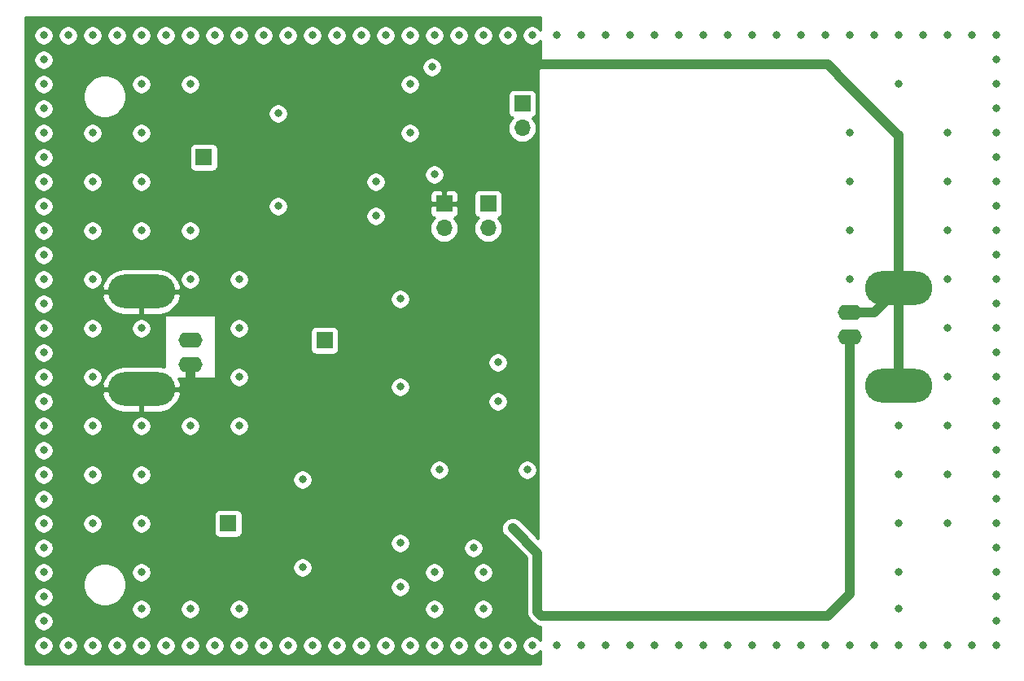
<source format=gbr>
G04 #@! TF.GenerationSoftware,KiCad,Pcbnew,(5.1.0-0)*
G04 #@! TF.CreationDate,2021-05-05T21:59:45-07:00*
G04 #@! TF.ProjectId,voltage_preamp,766f6c74-6167-4655-9f70-7265616d702e,rev?*
G04 #@! TF.SameCoordinates,Original*
G04 #@! TF.FileFunction,Copper,L2,Inr*
G04 #@! TF.FilePolarity,Positive*
%FSLAX46Y46*%
G04 Gerber Fmt 4.6, Leading zero omitted, Abs format (unit mm)*
G04 Created by KiCad (PCBNEW (5.1.0-0)) date 2021-05-05 21:59:45*
%MOMM*%
%LPD*%
G04 APERTURE LIST*
%ADD10O,1.700000X1.700000*%
%ADD11R,1.700000X1.700000*%
%ADD12O,2.500000X1.600000*%
%ADD13O,7.000000X3.500000*%
%ADD14C,0.800000*%
%ADD15C,1.000000*%
%ADD16C,0.254000*%
G04 APERTURE END LIST*
D10*
X161544000Y-121412000D03*
D11*
X161544000Y-118872000D03*
D12*
X195580000Y-140589000D03*
X195580000Y-143129000D03*
D13*
X200660000Y-148209000D03*
X200660000Y-138049000D03*
D11*
X130937000Y-162560000D03*
X140970000Y-143510000D03*
X128397000Y-124460000D03*
D12*
X127000000Y-146050000D03*
X127000000Y-143510000D03*
D13*
X121920000Y-138430000D03*
X121920000Y-148590000D03*
D10*
X157988000Y-131826000D03*
D11*
X157988000Y-129286000D03*
D10*
X153416000Y-131826000D03*
D11*
X153416000Y-129286000D03*
D14*
X136144000Y-129540000D03*
X148844000Y-148336000D03*
X138684000Y-167132000D03*
X146304000Y-127000000D03*
X146304000Y-130556000D03*
X159004000Y-145796000D03*
X159004000Y-149860000D03*
X148844000Y-164592000D03*
X148844000Y-169164000D03*
X111760000Y-111760000D03*
X114300000Y-111760000D03*
X116840000Y-111760000D03*
X119380000Y-111760000D03*
X121920000Y-111760000D03*
X124460000Y-111760000D03*
X127000000Y-111760000D03*
X129540000Y-111760000D03*
X132080000Y-111760000D03*
X134620000Y-111760000D03*
X137160000Y-111760000D03*
X139700000Y-111760000D03*
X142240000Y-111760000D03*
X144780000Y-111760000D03*
X147320000Y-111760000D03*
X149860000Y-111760000D03*
X152400000Y-111760000D03*
X154940000Y-111760000D03*
X157480000Y-111760000D03*
X160020000Y-111760000D03*
X162560000Y-111760000D03*
X165100000Y-111760000D03*
X167640000Y-111760000D03*
X170180000Y-111760000D03*
X172720000Y-111760000D03*
X175260000Y-111760000D03*
X177800000Y-111760000D03*
X180340000Y-111760000D03*
X182880000Y-111760000D03*
X185420000Y-111760000D03*
X187960000Y-111760000D03*
X190500000Y-111760000D03*
X193040000Y-111760000D03*
X195580000Y-111760000D03*
X198120000Y-111760000D03*
X200660000Y-111760000D03*
X203200000Y-111760000D03*
X205740000Y-111760000D03*
X208280000Y-111760000D03*
X210820000Y-111760000D03*
X210820000Y-114300000D03*
X210820000Y-116840000D03*
X210820000Y-119380000D03*
X210820000Y-121920000D03*
X210820000Y-124460000D03*
X210820000Y-127000000D03*
X210820000Y-129540000D03*
X210820000Y-132080000D03*
X210820000Y-134620000D03*
X210820000Y-137160000D03*
X210820000Y-139700000D03*
X210820000Y-142240000D03*
X210820000Y-144780000D03*
X210820000Y-147320000D03*
X210820000Y-149860000D03*
X210820000Y-152400000D03*
X210820000Y-154940000D03*
X210820000Y-157480000D03*
X210820000Y-160020000D03*
X210820000Y-162560000D03*
X210820000Y-165100000D03*
X210820000Y-167640000D03*
X210820000Y-170180000D03*
X210820000Y-172720000D03*
X210820000Y-175260000D03*
X208280000Y-175260000D03*
X205740000Y-175260000D03*
X203200000Y-175260000D03*
X200660000Y-175260000D03*
X198120000Y-175260000D03*
X195580000Y-175260000D03*
X193040000Y-175260000D03*
X190500000Y-175260000D03*
X187960000Y-175260000D03*
X185420000Y-175260000D03*
X182880000Y-175260000D03*
X180340000Y-175260000D03*
X177800000Y-175260000D03*
X175260000Y-175260000D03*
X172720000Y-175260000D03*
X170180000Y-175260000D03*
X167640000Y-175260000D03*
X165100000Y-175260000D03*
X162560000Y-175260000D03*
X160020000Y-175260000D03*
X157480000Y-175260000D03*
X154940000Y-175260000D03*
X152400000Y-175260000D03*
X149860000Y-175260000D03*
X147320000Y-175260000D03*
X144780000Y-175260000D03*
X142240000Y-175260000D03*
X139700000Y-175260000D03*
X137160000Y-175260000D03*
X134620000Y-175260000D03*
X132080000Y-175260000D03*
X129540000Y-175260000D03*
X127000000Y-175260000D03*
X124460000Y-175260000D03*
X121920000Y-175260000D03*
X119380000Y-175260000D03*
X116840000Y-175260000D03*
X114300000Y-175260000D03*
X111760000Y-175260000D03*
X111760000Y-172720000D03*
X111760000Y-170180000D03*
X111760000Y-167640000D03*
X111760000Y-165100000D03*
X111760000Y-162560000D03*
X111760000Y-160020000D03*
X111760000Y-157480000D03*
X111760000Y-154940000D03*
X111760000Y-152400000D03*
X111760000Y-149860000D03*
X111760000Y-147320000D03*
X111760000Y-144780000D03*
X111760000Y-142240000D03*
X111760000Y-139700000D03*
X111760000Y-137160000D03*
X111760000Y-134620000D03*
X111760000Y-132080000D03*
X111760000Y-129540000D03*
X111760000Y-127000000D03*
X111760000Y-124460000D03*
X111760000Y-121920000D03*
X111760000Y-119380000D03*
X111760000Y-116840000D03*
X111760000Y-114300000D03*
X116840000Y-121920000D03*
X116840000Y-127000000D03*
X116840000Y-132080000D03*
X116840000Y-137160000D03*
X116840000Y-142240000D03*
X116840000Y-147320000D03*
X116840000Y-152400000D03*
X116840000Y-157480000D03*
X116840000Y-162560000D03*
X121920000Y-162560000D03*
X121920000Y-157480000D03*
X121920000Y-152400000D03*
X121920000Y-167640000D03*
X121920000Y-142240000D03*
X121920000Y-132080000D03*
X121920000Y-127000000D03*
X121920000Y-121920000D03*
X121920000Y-116840000D03*
X121920000Y-171450000D03*
X127000000Y-171450000D03*
X132080000Y-171450000D03*
X152400000Y-171450000D03*
X157480000Y-171450000D03*
X152400000Y-167640000D03*
X157480000Y-167640000D03*
X127000000Y-152400000D03*
X127000000Y-137160000D03*
X127000000Y-132080000D03*
X127000000Y-116840000D03*
X132080000Y-137160000D03*
X132080000Y-142240000D03*
X132080000Y-147320000D03*
X132080000Y-152400000D03*
X149860000Y-116840000D03*
X149860000Y-121920000D03*
X195580000Y-137160000D03*
X195580000Y-132080000D03*
X195580000Y-127000000D03*
X195580000Y-121920000D03*
X200660000Y-116840000D03*
X205740000Y-132080000D03*
X205740000Y-127000000D03*
X205740000Y-121920000D03*
X205740000Y-137160000D03*
X205740000Y-142240000D03*
X205740000Y-147320000D03*
X205740000Y-152400000D03*
X205740000Y-157480000D03*
X205740000Y-162560000D03*
X200660000Y-162560000D03*
X200660000Y-157480000D03*
X200660000Y-152400000D03*
X200660000Y-167640000D03*
X200660000Y-171450000D03*
X152908000Y-156972000D03*
X162052000Y-156972000D03*
X153416000Y-137160000D03*
X143256000Y-156464000D03*
X140716000Y-118364000D03*
X151892000Y-122936000D03*
X159512000Y-126326000D03*
X136144000Y-119888000D03*
X148844000Y-139192000D03*
X138684000Y-157988000D03*
X156464000Y-165100000D03*
X152146000Y-115062000D03*
X152400000Y-126238000D03*
X160528000Y-163068000D03*
D15*
X200660000Y-145459000D02*
X200660000Y-138049000D01*
X200660000Y-148209000D02*
X200660000Y-145459000D01*
X198120000Y-140589000D02*
X200660000Y-138049000D01*
X195580000Y-140589000D02*
X198120000Y-140589000D01*
X200660000Y-122164682D02*
X200537659Y-122042341D01*
X200660000Y-138049000D02*
X200660000Y-132080000D01*
X193303318Y-114808000D02*
X163068000Y-114808000D01*
X127000000Y-146050000D02*
X127000000Y-148590000D01*
X195457659Y-116962341D02*
X193303318Y-114808000D01*
X200537659Y-122042341D02*
X195457659Y-116962341D01*
X200660000Y-127000000D02*
X200660000Y-122164682D01*
X200660000Y-132080000D02*
X200660000Y-127000000D01*
X195580000Y-144929000D02*
X195580000Y-143129000D01*
X195580000Y-169935318D02*
X195580000Y-167640000D01*
X193340308Y-172175010D02*
X195580000Y-169935318D01*
X163529692Y-172175010D02*
X193340308Y-172175010D01*
X163104990Y-165644990D02*
X163104990Y-171750308D01*
X163104990Y-171750308D02*
X163529692Y-172175010D01*
X160528000Y-163068000D02*
X163104990Y-165644990D01*
X195580000Y-167640000D02*
X195580000Y-162560000D01*
X195580000Y-162560000D02*
X195580000Y-157480000D01*
X195580000Y-157480000D02*
X195580000Y-152400000D01*
X195580000Y-152400000D02*
X195580000Y-147320000D01*
X195580000Y-147320000D02*
X195580000Y-144929000D01*
D16*
G36*
X163449000Y-111227532D02*
G01*
X163363937Y-111100226D01*
X163219774Y-110956063D01*
X163050256Y-110842795D01*
X162861898Y-110764774D01*
X162661939Y-110725000D01*
X162458061Y-110725000D01*
X162258102Y-110764774D01*
X162069744Y-110842795D01*
X161900226Y-110956063D01*
X161756063Y-111100226D01*
X161642795Y-111269744D01*
X161564774Y-111458102D01*
X161525000Y-111658061D01*
X161525000Y-111861939D01*
X161564774Y-112061898D01*
X161642795Y-112250256D01*
X161756063Y-112419774D01*
X161900226Y-112563937D01*
X162069744Y-112677205D01*
X162258102Y-112755226D01*
X162458061Y-112795000D01*
X162661939Y-112795000D01*
X162861898Y-112755226D01*
X163050256Y-112677205D01*
X163219774Y-112563937D01*
X163363937Y-112419774D01*
X163449000Y-112292468D01*
X163449000Y-115028875D01*
X163361052Y-115101052D01*
X163278575Y-115201550D01*
X163217290Y-115316207D01*
X163179550Y-115440617D01*
X163166807Y-115570000D01*
X163170001Y-115602430D01*
X163170000Y-164104868D01*
X161291143Y-162226012D01*
X161161622Y-162119717D01*
X160964446Y-162014324D01*
X160750498Y-161949423D01*
X160528000Y-161927509D01*
X160305502Y-161949423D01*
X160091554Y-162014324D01*
X159894378Y-162119717D01*
X159721552Y-162261552D01*
X159579717Y-162434378D01*
X159474324Y-162631554D01*
X159409423Y-162845502D01*
X159387509Y-163068000D01*
X159409423Y-163290498D01*
X159474324Y-163504446D01*
X159579717Y-163701622D01*
X159686012Y-163831143D01*
X161969990Y-166115122D01*
X161969991Y-171694547D01*
X161964499Y-171750308D01*
X161986413Y-171972806D01*
X162051314Y-172186754D01*
X162051315Y-172186755D01*
X162156707Y-172383931D01*
X162298542Y-172556757D01*
X162341850Y-172592299D01*
X162687696Y-172938145D01*
X162723243Y-172981459D01*
X162896069Y-173123294D01*
X163093245Y-173228686D01*
X163307193Y-173293587D01*
X163449000Y-173307554D01*
X163449000Y-174727532D01*
X163363937Y-174600226D01*
X163219774Y-174456063D01*
X163050256Y-174342795D01*
X162861898Y-174264774D01*
X162661939Y-174225000D01*
X162458061Y-174225000D01*
X162258102Y-174264774D01*
X162069744Y-174342795D01*
X161900226Y-174456063D01*
X161756063Y-174600226D01*
X161642795Y-174769744D01*
X161564774Y-174958102D01*
X161525000Y-175158061D01*
X161525000Y-175361939D01*
X161564774Y-175561898D01*
X161642795Y-175750256D01*
X161756063Y-175919774D01*
X161900226Y-176063937D01*
X162069744Y-176177205D01*
X162258102Y-176255226D01*
X162458061Y-176295000D01*
X162661939Y-176295000D01*
X162861898Y-176255226D01*
X163050256Y-176177205D01*
X163219774Y-176063937D01*
X163363937Y-175919774D01*
X163449000Y-175792468D01*
X163449000Y-177140000D01*
X109880000Y-177140000D01*
X109880000Y-175158061D01*
X110725000Y-175158061D01*
X110725000Y-175361939D01*
X110764774Y-175561898D01*
X110842795Y-175750256D01*
X110956063Y-175919774D01*
X111100226Y-176063937D01*
X111269744Y-176177205D01*
X111458102Y-176255226D01*
X111658061Y-176295000D01*
X111861939Y-176295000D01*
X112061898Y-176255226D01*
X112250256Y-176177205D01*
X112419774Y-176063937D01*
X112563937Y-175919774D01*
X112677205Y-175750256D01*
X112755226Y-175561898D01*
X112795000Y-175361939D01*
X112795000Y-175158061D01*
X113265000Y-175158061D01*
X113265000Y-175361939D01*
X113304774Y-175561898D01*
X113382795Y-175750256D01*
X113496063Y-175919774D01*
X113640226Y-176063937D01*
X113809744Y-176177205D01*
X113998102Y-176255226D01*
X114198061Y-176295000D01*
X114401939Y-176295000D01*
X114601898Y-176255226D01*
X114790256Y-176177205D01*
X114959774Y-176063937D01*
X115103937Y-175919774D01*
X115217205Y-175750256D01*
X115295226Y-175561898D01*
X115335000Y-175361939D01*
X115335000Y-175158061D01*
X115805000Y-175158061D01*
X115805000Y-175361939D01*
X115844774Y-175561898D01*
X115922795Y-175750256D01*
X116036063Y-175919774D01*
X116180226Y-176063937D01*
X116349744Y-176177205D01*
X116538102Y-176255226D01*
X116738061Y-176295000D01*
X116941939Y-176295000D01*
X117141898Y-176255226D01*
X117330256Y-176177205D01*
X117499774Y-176063937D01*
X117643937Y-175919774D01*
X117757205Y-175750256D01*
X117835226Y-175561898D01*
X117875000Y-175361939D01*
X117875000Y-175158061D01*
X118345000Y-175158061D01*
X118345000Y-175361939D01*
X118384774Y-175561898D01*
X118462795Y-175750256D01*
X118576063Y-175919774D01*
X118720226Y-176063937D01*
X118889744Y-176177205D01*
X119078102Y-176255226D01*
X119278061Y-176295000D01*
X119481939Y-176295000D01*
X119681898Y-176255226D01*
X119870256Y-176177205D01*
X120039774Y-176063937D01*
X120183937Y-175919774D01*
X120297205Y-175750256D01*
X120375226Y-175561898D01*
X120415000Y-175361939D01*
X120415000Y-175158061D01*
X120885000Y-175158061D01*
X120885000Y-175361939D01*
X120924774Y-175561898D01*
X121002795Y-175750256D01*
X121116063Y-175919774D01*
X121260226Y-176063937D01*
X121429744Y-176177205D01*
X121618102Y-176255226D01*
X121818061Y-176295000D01*
X122021939Y-176295000D01*
X122221898Y-176255226D01*
X122410256Y-176177205D01*
X122579774Y-176063937D01*
X122723937Y-175919774D01*
X122837205Y-175750256D01*
X122915226Y-175561898D01*
X122955000Y-175361939D01*
X122955000Y-175158061D01*
X123425000Y-175158061D01*
X123425000Y-175361939D01*
X123464774Y-175561898D01*
X123542795Y-175750256D01*
X123656063Y-175919774D01*
X123800226Y-176063937D01*
X123969744Y-176177205D01*
X124158102Y-176255226D01*
X124358061Y-176295000D01*
X124561939Y-176295000D01*
X124761898Y-176255226D01*
X124950256Y-176177205D01*
X125119774Y-176063937D01*
X125263937Y-175919774D01*
X125377205Y-175750256D01*
X125455226Y-175561898D01*
X125495000Y-175361939D01*
X125495000Y-175158061D01*
X125965000Y-175158061D01*
X125965000Y-175361939D01*
X126004774Y-175561898D01*
X126082795Y-175750256D01*
X126196063Y-175919774D01*
X126340226Y-176063937D01*
X126509744Y-176177205D01*
X126698102Y-176255226D01*
X126898061Y-176295000D01*
X127101939Y-176295000D01*
X127301898Y-176255226D01*
X127490256Y-176177205D01*
X127659774Y-176063937D01*
X127803937Y-175919774D01*
X127917205Y-175750256D01*
X127995226Y-175561898D01*
X128035000Y-175361939D01*
X128035000Y-175158061D01*
X128505000Y-175158061D01*
X128505000Y-175361939D01*
X128544774Y-175561898D01*
X128622795Y-175750256D01*
X128736063Y-175919774D01*
X128880226Y-176063937D01*
X129049744Y-176177205D01*
X129238102Y-176255226D01*
X129438061Y-176295000D01*
X129641939Y-176295000D01*
X129841898Y-176255226D01*
X130030256Y-176177205D01*
X130199774Y-176063937D01*
X130343937Y-175919774D01*
X130457205Y-175750256D01*
X130535226Y-175561898D01*
X130575000Y-175361939D01*
X130575000Y-175158061D01*
X131045000Y-175158061D01*
X131045000Y-175361939D01*
X131084774Y-175561898D01*
X131162795Y-175750256D01*
X131276063Y-175919774D01*
X131420226Y-176063937D01*
X131589744Y-176177205D01*
X131778102Y-176255226D01*
X131978061Y-176295000D01*
X132181939Y-176295000D01*
X132381898Y-176255226D01*
X132570256Y-176177205D01*
X132739774Y-176063937D01*
X132883937Y-175919774D01*
X132997205Y-175750256D01*
X133075226Y-175561898D01*
X133115000Y-175361939D01*
X133115000Y-175158061D01*
X133585000Y-175158061D01*
X133585000Y-175361939D01*
X133624774Y-175561898D01*
X133702795Y-175750256D01*
X133816063Y-175919774D01*
X133960226Y-176063937D01*
X134129744Y-176177205D01*
X134318102Y-176255226D01*
X134518061Y-176295000D01*
X134721939Y-176295000D01*
X134921898Y-176255226D01*
X135110256Y-176177205D01*
X135279774Y-176063937D01*
X135423937Y-175919774D01*
X135537205Y-175750256D01*
X135615226Y-175561898D01*
X135655000Y-175361939D01*
X135655000Y-175158061D01*
X136125000Y-175158061D01*
X136125000Y-175361939D01*
X136164774Y-175561898D01*
X136242795Y-175750256D01*
X136356063Y-175919774D01*
X136500226Y-176063937D01*
X136669744Y-176177205D01*
X136858102Y-176255226D01*
X137058061Y-176295000D01*
X137261939Y-176295000D01*
X137461898Y-176255226D01*
X137650256Y-176177205D01*
X137819774Y-176063937D01*
X137963937Y-175919774D01*
X138077205Y-175750256D01*
X138155226Y-175561898D01*
X138195000Y-175361939D01*
X138195000Y-175158061D01*
X138665000Y-175158061D01*
X138665000Y-175361939D01*
X138704774Y-175561898D01*
X138782795Y-175750256D01*
X138896063Y-175919774D01*
X139040226Y-176063937D01*
X139209744Y-176177205D01*
X139398102Y-176255226D01*
X139598061Y-176295000D01*
X139801939Y-176295000D01*
X140001898Y-176255226D01*
X140190256Y-176177205D01*
X140359774Y-176063937D01*
X140503937Y-175919774D01*
X140617205Y-175750256D01*
X140695226Y-175561898D01*
X140735000Y-175361939D01*
X140735000Y-175158061D01*
X141205000Y-175158061D01*
X141205000Y-175361939D01*
X141244774Y-175561898D01*
X141322795Y-175750256D01*
X141436063Y-175919774D01*
X141580226Y-176063937D01*
X141749744Y-176177205D01*
X141938102Y-176255226D01*
X142138061Y-176295000D01*
X142341939Y-176295000D01*
X142541898Y-176255226D01*
X142730256Y-176177205D01*
X142899774Y-176063937D01*
X143043937Y-175919774D01*
X143157205Y-175750256D01*
X143235226Y-175561898D01*
X143275000Y-175361939D01*
X143275000Y-175158061D01*
X143745000Y-175158061D01*
X143745000Y-175361939D01*
X143784774Y-175561898D01*
X143862795Y-175750256D01*
X143976063Y-175919774D01*
X144120226Y-176063937D01*
X144289744Y-176177205D01*
X144478102Y-176255226D01*
X144678061Y-176295000D01*
X144881939Y-176295000D01*
X145081898Y-176255226D01*
X145270256Y-176177205D01*
X145439774Y-176063937D01*
X145583937Y-175919774D01*
X145697205Y-175750256D01*
X145775226Y-175561898D01*
X145815000Y-175361939D01*
X145815000Y-175158061D01*
X146285000Y-175158061D01*
X146285000Y-175361939D01*
X146324774Y-175561898D01*
X146402795Y-175750256D01*
X146516063Y-175919774D01*
X146660226Y-176063937D01*
X146829744Y-176177205D01*
X147018102Y-176255226D01*
X147218061Y-176295000D01*
X147421939Y-176295000D01*
X147621898Y-176255226D01*
X147810256Y-176177205D01*
X147979774Y-176063937D01*
X148123937Y-175919774D01*
X148237205Y-175750256D01*
X148315226Y-175561898D01*
X148355000Y-175361939D01*
X148355000Y-175158061D01*
X148825000Y-175158061D01*
X148825000Y-175361939D01*
X148864774Y-175561898D01*
X148942795Y-175750256D01*
X149056063Y-175919774D01*
X149200226Y-176063937D01*
X149369744Y-176177205D01*
X149558102Y-176255226D01*
X149758061Y-176295000D01*
X149961939Y-176295000D01*
X150161898Y-176255226D01*
X150350256Y-176177205D01*
X150519774Y-176063937D01*
X150663937Y-175919774D01*
X150777205Y-175750256D01*
X150855226Y-175561898D01*
X150895000Y-175361939D01*
X150895000Y-175158061D01*
X151365000Y-175158061D01*
X151365000Y-175361939D01*
X151404774Y-175561898D01*
X151482795Y-175750256D01*
X151596063Y-175919774D01*
X151740226Y-176063937D01*
X151909744Y-176177205D01*
X152098102Y-176255226D01*
X152298061Y-176295000D01*
X152501939Y-176295000D01*
X152701898Y-176255226D01*
X152890256Y-176177205D01*
X153059774Y-176063937D01*
X153203937Y-175919774D01*
X153317205Y-175750256D01*
X153395226Y-175561898D01*
X153435000Y-175361939D01*
X153435000Y-175158061D01*
X153905000Y-175158061D01*
X153905000Y-175361939D01*
X153944774Y-175561898D01*
X154022795Y-175750256D01*
X154136063Y-175919774D01*
X154280226Y-176063937D01*
X154449744Y-176177205D01*
X154638102Y-176255226D01*
X154838061Y-176295000D01*
X155041939Y-176295000D01*
X155241898Y-176255226D01*
X155430256Y-176177205D01*
X155599774Y-176063937D01*
X155743937Y-175919774D01*
X155857205Y-175750256D01*
X155935226Y-175561898D01*
X155975000Y-175361939D01*
X155975000Y-175158061D01*
X156445000Y-175158061D01*
X156445000Y-175361939D01*
X156484774Y-175561898D01*
X156562795Y-175750256D01*
X156676063Y-175919774D01*
X156820226Y-176063937D01*
X156989744Y-176177205D01*
X157178102Y-176255226D01*
X157378061Y-176295000D01*
X157581939Y-176295000D01*
X157781898Y-176255226D01*
X157970256Y-176177205D01*
X158139774Y-176063937D01*
X158283937Y-175919774D01*
X158397205Y-175750256D01*
X158475226Y-175561898D01*
X158515000Y-175361939D01*
X158515000Y-175158061D01*
X158985000Y-175158061D01*
X158985000Y-175361939D01*
X159024774Y-175561898D01*
X159102795Y-175750256D01*
X159216063Y-175919774D01*
X159360226Y-176063937D01*
X159529744Y-176177205D01*
X159718102Y-176255226D01*
X159918061Y-176295000D01*
X160121939Y-176295000D01*
X160321898Y-176255226D01*
X160510256Y-176177205D01*
X160679774Y-176063937D01*
X160823937Y-175919774D01*
X160937205Y-175750256D01*
X161015226Y-175561898D01*
X161055000Y-175361939D01*
X161055000Y-175158061D01*
X161015226Y-174958102D01*
X160937205Y-174769744D01*
X160823937Y-174600226D01*
X160679774Y-174456063D01*
X160510256Y-174342795D01*
X160321898Y-174264774D01*
X160121939Y-174225000D01*
X159918061Y-174225000D01*
X159718102Y-174264774D01*
X159529744Y-174342795D01*
X159360226Y-174456063D01*
X159216063Y-174600226D01*
X159102795Y-174769744D01*
X159024774Y-174958102D01*
X158985000Y-175158061D01*
X158515000Y-175158061D01*
X158475226Y-174958102D01*
X158397205Y-174769744D01*
X158283937Y-174600226D01*
X158139774Y-174456063D01*
X157970256Y-174342795D01*
X157781898Y-174264774D01*
X157581939Y-174225000D01*
X157378061Y-174225000D01*
X157178102Y-174264774D01*
X156989744Y-174342795D01*
X156820226Y-174456063D01*
X156676063Y-174600226D01*
X156562795Y-174769744D01*
X156484774Y-174958102D01*
X156445000Y-175158061D01*
X155975000Y-175158061D01*
X155935226Y-174958102D01*
X155857205Y-174769744D01*
X155743937Y-174600226D01*
X155599774Y-174456063D01*
X155430256Y-174342795D01*
X155241898Y-174264774D01*
X155041939Y-174225000D01*
X154838061Y-174225000D01*
X154638102Y-174264774D01*
X154449744Y-174342795D01*
X154280226Y-174456063D01*
X154136063Y-174600226D01*
X154022795Y-174769744D01*
X153944774Y-174958102D01*
X153905000Y-175158061D01*
X153435000Y-175158061D01*
X153395226Y-174958102D01*
X153317205Y-174769744D01*
X153203937Y-174600226D01*
X153059774Y-174456063D01*
X152890256Y-174342795D01*
X152701898Y-174264774D01*
X152501939Y-174225000D01*
X152298061Y-174225000D01*
X152098102Y-174264774D01*
X151909744Y-174342795D01*
X151740226Y-174456063D01*
X151596063Y-174600226D01*
X151482795Y-174769744D01*
X151404774Y-174958102D01*
X151365000Y-175158061D01*
X150895000Y-175158061D01*
X150855226Y-174958102D01*
X150777205Y-174769744D01*
X150663937Y-174600226D01*
X150519774Y-174456063D01*
X150350256Y-174342795D01*
X150161898Y-174264774D01*
X149961939Y-174225000D01*
X149758061Y-174225000D01*
X149558102Y-174264774D01*
X149369744Y-174342795D01*
X149200226Y-174456063D01*
X149056063Y-174600226D01*
X148942795Y-174769744D01*
X148864774Y-174958102D01*
X148825000Y-175158061D01*
X148355000Y-175158061D01*
X148315226Y-174958102D01*
X148237205Y-174769744D01*
X148123937Y-174600226D01*
X147979774Y-174456063D01*
X147810256Y-174342795D01*
X147621898Y-174264774D01*
X147421939Y-174225000D01*
X147218061Y-174225000D01*
X147018102Y-174264774D01*
X146829744Y-174342795D01*
X146660226Y-174456063D01*
X146516063Y-174600226D01*
X146402795Y-174769744D01*
X146324774Y-174958102D01*
X146285000Y-175158061D01*
X145815000Y-175158061D01*
X145775226Y-174958102D01*
X145697205Y-174769744D01*
X145583937Y-174600226D01*
X145439774Y-174456063D01*
X145270256Y-174342795D01*
X145081898Y-174264774D01*
X144881939Y-174225000D01*
X144678061Y-174225000D01*
X144478102Y-174264774D01*
X144289744Y-174342795D01*
X144120226Y-174456063D01*
X143976063Y-174600226D01*
X143862795Y-174769744D01*
X143784774Y-174958102D01*
X143745000Y-175158061D01*
X143275000Y-175158061D01*
X143235226Y-174958102D01*
X143157205Y-174769744D01*
X143043937Y-174600226D01*
X142899774Y-174456063D01*
X142730256Y-174342795D01*
X142541898Y-174264774D01*
X142341939Y-174225000D01*
X142138061Y-174225000D01*
X141938102Y-174264774D01*
X141749744Y-174342795D01*
X141580226Y-174456063D01*
X141436063Y-174600226D01*
X141322795Y-174769744D01*
X141244774Y-174958102D01*
X141205000Y-175158061D01*
X140735000Y-175158061D01*
X140695226Y-174958102D01*
X140617205Y-174769744D01*
X140503937Y-174600226D01*
X140359774Y-174456063D01*
X140190256Y-174342795D01*
X140001898Y-174264774D01*
X139801939Y-174225000D01*
X139598061Y-174225000D01*
X139398102Y-174264774D01*
X139209744Y-174342795D01*
X139040226Y-174456063D01*
X138896063Y-174600226D01*
X138782795Y-174769744D01*
X138704774Y-174958102D01*
X138665000Y-175158061D01*
X138195000Y-175158061D01*
X138155226Y-174958102D01*
X138077205Y-174769744D01*
X137963937Y-174600226D01*
X137819774Y-174456063D01*
X137650256Y-174342795D01*
X137461898Y-174264774D01*
X137261939Y-174225000D01*
X137058061Y-174225000D01*
X136858102Y-174264774D01*
X136669744Y-174342795D01*
X136500226Y-174456063D01*
X136356063Y-174600226D01*
X136242795Y-174769744D01*
X136164774Y-174958102D01*
X136125000Y-175158061D01*
X135655000Y-175158061D01*
X135615226Y-174958102D01*
X135537205Y-174769744D01*
X135423937Y-174600226D01*
X135279774Y-174456063D01*
X135110256Y-174342795D01*
X134921898Y-174264774D01*
X134721939Y-174225000D01*
X134518061Y-174225000D01*
X134318102Y-174264774D01*
X134129744Y-174342795D01*
X133960226Y-174456063D01*
X133816063Y-174600226D01*
X133702795Y-174769744D01*
X133624774Y-174958102D01*
X133585000Y-175158061D01*
X133115000Y-175158061D01*
X133075226Y-174958102D01*
X132997205Y-174769744D01*
X132883937Y-174600226D01*
X132739774Y-174456063D01*
X132570256Y-174342795D01*
X132381898Y-174264774D01*
X132181939Y-174225000D01*
X131978061Y-174225000D01*
X131778102Y-174264774D01*
X131589744Y-174342795D01*
X131420226Y-174456063D01*
X131276063Y-174600226D01*
X131162795Y-174769744D01*
X131084774Y-174958102D01*
X131045000Y-175158061D01*
X130575000Y-175158061D01*
X130535226Y-174958102D01*
X130457205Y-174769744D01*
X130343937Y-174600226D01*
X130199774Y-174456063D01*
X130030256Y-174342795D01*
X129841898Y-174264774D01*
X129641939Y-174225000D01*
X129438061Y-174225000D01*
X129238102Y-174264774D01*
X129049744Y-174342795D01*
X128880226Y-174456063D01*
X128736063Y-174600226D01*
X128622795Y-174769744D01*
X128544774Y-174958102D01*
X128505000Y-175158061D01*
X128035000Y-175158061D01*
X127995226Y-174958102D01*
X127917205Y-174769744D01*
X127803937Y-174600226D01*
X127659774Y-174456063D01*
X127490256Y-174342795D01*
X127301898Y-174264774D01*
X127101939Y-174225000D01*
X126898061Y-174225000D01*
X126698102Y-174264774D01*
X126509744Y-174342795D01*
X126340226Y-174456063D01*
X126196063Y-174600226D01*
X126082795Y-174769744D01*
X126004774Y-174958102D01*
X125965000Y-175158061D01*
X125495000Y-175158061D01*
X125455226Y-174958102D01*
X125377205Y-174769744D01*
X125263937Y-174600226D01*
X125119774Y-174456063D01*
X124950256Y-174342795D01*
X124761898Y-174264774D01*
X124561939Y-174225000D01*
X124358061Y-174225000D01*
X124158102Y-174264774D01*
X123969744Y-174342795D01*
X123800226Y-174456063D01*
X123656063Y-174600226D01*
X123542795Y-174769744D01*
X123464774Y-174958102D01*
X123425000Y-175158061D01*
X122955000Y-175158061D01*
X122915226Y-174958102D01*
X122837205Y-174769744D01*
X122723937Y-174600226D01*
X122579774Y-174456063D01*
X122410256Y-174342795D01*
X122221898Y-174264774D01*
X122021939Y-174225000D01*
X121818061Y-174225000D01*
X121618102Y-174264774D01*
X121429744Y-174342795D01*
X121260226Y-174456063D01*
X121116063Y-174600226D01*
X121002795Y-174769744D01*
X120924774Y-174958102D01*
X120885000Y-175158061D01*
X120415000Y-175158061D01*
X120375226Y-174958102D01*
X120297205Y-174769744D01*
X120183937Y-174600226D01*
X120039774Y-174456063D01*
X119870256Y-174342795D01*
X119681898Y-174264774D01*
X119481939Y-174225000D01*
X119278061Y-174225000D01*
X119078102Y-174264774D01*
X118889744Y-174342795D01*
X118720226Y-174456063D01*
X118576063Y-174600226D01*
X118462795Y-174769744D01*
X118384774Y-174958102D01*
X118345000Y-175158061D01*
X117875000Y-175158061D01*
X117835226Y-174958102D01*
X117757205Y-174769744D01*
X117643937Y-174600226D01*
X117499774Y-174456063D01*
X117330256Y-174342795D01*
X117141898Y-174264774D01*
X116941939Y-174225000D01*
X116738061Y-174225000D01*
X116538102Y-174264774D01*
X116349744Y-174342795D01*
X116180226Y-174456063D01*
X116036063Y-174600226D01*
X115922795Y-174769744D01*
X115844774Y-174958102D01*
X115805000Y-175158061D01*
X115335000Y-175158061D01*
X115295226Y-174958102D01*
X115217205Y-174769744D01*
X115103937Y-174600226D01*
X114959774Y-174456063D01*
X114790256Y-174342795D01*
X114601898Y-174264774D01*
X114401939Y-174225000D01*
X114198061Y-174225000D01*
X113998102Y-174264774D01*
X113809744Y-174342795D01*
X113640226Y-174456063D01*
X113496063Y-174600226D01*
X113382795Y-174769744D01*
X113304774Y-174958102D01*
X113265000Y-175158061D01*
X112795000Y-175158061D01*
X112755226Y-174958102D01*
X112677205Y-174769744D01*
X112563937Y-174600226D01*
X112419774Y-174456063D01*
X112250256Y-174342795D01*
X112061898Y-174264774D01*
X111861939Y-174225000D01*
X111658061Y-174225000D01*
X111458102Y-174264774D01*
X111269744Y-174342795D01*
X111100226Y-174456063D01*
X110956063Y-174600226D01*
X110842795Y-174769744D01*
X110764774Y-174958102D01*
X110725000Y-175158061D01*
X109880000Y-175158061D01*
X109880000Y-172618061D01*
X110725000Y-172618061D01*
X110725000Y-172821939D01*
X110764774Y-173021898D01*
X110842795Y-173210256D01*
X110956063Y-173379774D01*
X111100226Y-173523937D01*
X111269744Y-173637205D01*
X111458102Y-173715226D01*
X111658061Y-173755000D01*
X111861939Y-173755000D01*
X112061898Y-173715226D01*
X112250256Y-173637205D01*
X112419774Y-173523937D01*
X112563937Y-173379774D01*
X112677205Y-173210256D01*
X112755226Y-173021898D01*
X112795000Y-172821939D01*
X112795000Y-172618061D01*
X112755226Y-172418102D01*
X112677205Y-172229744D01*
X112563937Y-172060226D01*
X112419774Y-171916063D01*
X112250256Y-171802795D01*
X112061898Y-171724774D01*
X111861939Y-171685000D01*
X111658061Y-171685000D01*
X111458102Y-171724774D01*
X111269744Y-171802795D01*
X111100226Y-171916063D01*
X110956063Y-172060226D01*
X110842795Y-172229744D01*
X110764774Y-172418102D01*
X110725000Y-172618061D01*
X109880000Y-172618061D01*
X109880000Y-171348061D01*
X120885000Y-171348061D01*
X120885000Y-171551939D01*
X120924774Y-171751898D01*
X121002795Y-171940256D01*
X121116063Y-172109774D01*
X121260226Y-172253937D01*
X121429744Y-172367205D01*
X121618102Y-172445226D01*
X121818061Y-172485000D01*
X122021939Y-172485000D01*
X122221898Y-172445226D01*
X122410256Y-172367205D01*
X122579774Y-172253937D01*
X122723937Y-172109774D01*
X122837205Y-171940256D01*
X122915226Y-171751898D01*
X122955000Y-171551939D01*
X122955000Y-171348061D01*
X125965000Y-171348061D01*
X125965000Y-171551939D01*
X126004774Y-171751898D01*
X126082795Y-171940256D01*
X126196063Y-172109774D01*
X126340226Y-172253937D01*
X126509744Y-172367205D01*
X126698102Y-172445226D01*
X126898061Y-172485000D01*
X127101939Y-172485000D01*
X127301898Y-172445226D01*
X127490256Y-172367205D01*
X127659774Y-172253937D01*
X127803937Y-172109774D01*
X127917205Y-171940256D01*
X127995226Y-171751898D01*
X128035000Y-171551939D01*
X128035000Y-171348061D01*
X131045000Y-171348061D01*
X131045000Y-171551939D01*
X131084774Y-171751898D01*
X131162795Y-171940256D01*
X131276063Y-172109774D01*
X131420226Y-172253937D01*
X131589744Y-172367205D01*
X131778102Y-172445226D01*
X131978061Y-172485000D01*
X132181939Y-172485000D01*
X132381898Y-172445226D01*
X132570256Y-172367205D01*
X132739774Y-172253937D01*
X132883937Y-172109774D01*
X132997205Y-171940256D01*
X133075226Y-171751898D01*
X133115000Y-171551939D01*
X133115000Y-171348061D01*
X151365000Y-171348061D01*
X151365000Y-171551939D01*
X151404774Y-171751898D01*
X151482795Y-171940256D01*
X151596063Y-172109774D01*
X151740226Y-172253937D01*
X151909744Y-172367205D01*
X152098102Y-172445226D01*
X152298061Y-172485000D01*
X152501939Y-172485000D01*
X152701898Y-172445226D01*
X152890256Y-172367205D01*
X153059774Y-172253937D01*
X153203937Y-172109774D01*
X153317205Y-171940256D01*
X153395226Y-171751898D01*
X153435000Y-171551939D01*
X153435000Y-171348061D01*
X156445000Y-171348061D01*
X156445000Y-171551939D01*
X156484774Y-171751898D01*
X156562795Y-171940256D01*
X156676063Y-172109774D01*
X156820226Y-172253937D01*
X156989744Y-172367205D01*
X157178102Y-172445226D01*
X157378061Y-172485000D01*
X157581939Y-172485000D01*
X157781898Y-172445226D01*
X157970256Y-172367205D01*
X158139774Y-172253937D01*
X158283937Y-172109774D01*
X158397205Y-171940256D01*
X158475226Y-171751898D01*
X158515000Y-171551939D01*
X158515000Y-171348061D01*
X158475226Y-171148102D01*
X158397205Y-170959744D01*
X158283937Y-170790226D01*
X158139774Y-170646063D01*
X157970256Y-170532795D01*
X157781898Y-170454774D01*
X157581939Y-170415000D01*
X157378061Y-170415000D01*
X157178102Y-170454774D01*
X156989744Y-170532795D01*
X156820226Y-170646063D01*
X156676063Y-170790226D01*
X156562795Y-170959744D01*
X156484774Y-171148102D01*
X156445000Y-171348061D01*
X153435000Y-171348061D01*
X153395226Y-171148102D01*
X153317205Y-170959744D01*
X153203937Y-170790226D01*
X153059774Y-170646063D01*
X152890256Y-170532795D01*
X152701898Y-170454774D01*
X152501939Y-170415000D01*
X152298061Y-170415000D01*
X152098102Y-170454774D01*
X151909744Y-170532795D01*
X151740226Y-170646063D01*
X151596063Y-170790226D01*
X151482795Y-170959744D01*
X151404774Y-171148102D01*
X151365000Y-171348061D01*
X133115000Y-171348061D01*
X133075226Y-171148102D01*
X132997205Y-170959744D01*
X132883937Y-170790226D01*
X132739774Y-170646063D01*
X132570256Y-170532795D01*
X132381898Y-170454774D01*
X132181939Y-170415000D01*
X131978061Y-170415000D01*
X131778102Y-170454774D01*
X131589744Y-170532795D01*
X131420226Y-170646063D01*
X131276063Y-170790226D01*
X131162795Y-170959744D01*
X131084774Y-171148102D01*
X131045000Y-171348061D01*
X128035000Y-171348061D01*
X127995226Y-171148102D01*
X127917205Y-170959744D01*
X127803937Y-170790226D01*
X127659774Y-170646063D01*
X127490256Y-170532795D01*
X127301898Y-170454774D01*
X127101939Y-170415000D01*
X126898061Y-170415000D01*
X126698102Y-170454774D01*
X126509744Y-170532795D01*
X126340226Y-170646063D01*
X126196063Y-170790226D01*
X126082795Y-170959744D01*
X126004774Y-171148102D01*
X125965000Y-171348061D01*
X122955000Y-171348061D01*
X122915226Y-171148102D01*
X122837205Y-170959744D01*
X122723937Y-170790226D01*
X122579774Y-170646063D01*
X122410256Y-170532795D01*
X122221898Y-170454774D01*
X122021939Y-170415000D01*
X121818061Y-170415000D01*
X121618102Y-170454774D01*
X121429744Y-170532795D01*
X121260226Y-170646063D01*
X121116063Y-170790226D01*
X121002795Y-170959744D01*
X120924774Y-171148102D01*
X120885000Y-171348061D01*
X109880000Y-171348061D01*
X109880000Y-170078061D01*
X110725000Y-170078061D01*
X110725000Y-170281939D01*
X110764774Y-170481898D01*
X110842795Y-170670256D01*
X110956063Y-170839774D01*
X111100226Y-170983937D01*
X111269744Y-171097205D01*
X111458102Y-171175226D01*
X111658061Y-171215000D01*
X111861939Y-171215000D01*
X112061898Y-171175226D01*
X112250256Y-171097205D01*
X112419774Y-170983937D01*
X112563937Y-170839774D01*
X112677205Y-170670256D01*
X112755226Y-170481898D01*
X112795000Y-170281939D01*
X112795000Y-170078061D01*
X112755226Y-169878102D01*
X112677205Y-169689744D01*
X112563937Y-169520226D01*
X112419774Y-169376063D01*
X112250256Y-169262795D01*
X112061898Y-169184774D01*
X111861939Y-169145000D01*
X111658061Y-169145000D01*
X111458102Y-169184774D01*
X111269744Y-169262795D01*
X111100226Y-169376063D01*
X110956063Y-169520226D01*
X110842795Y-169689744D01*
X110764774Y-169878102D01*
X110725000Y-170078061D01*
X109880000Y-170078061D01*
X109880000Y-168689872D01*
X115875000Y-168689872D01*
X115875000Y-169130128D01*
X115960890Y-169561925D01*
X116129369Y-169968669D01*
X116373962Y-170334729D01*
X116685271Y-170646038D01*
X117051331Y-170890631D01*
X117458075Y-171059110D01*
X117889872Y-171145000D01*
X118330128Y-171145000D01*
X118761925Y-171059110D01*
X119168669Y-170890631D01*
X119534729Y-170646038D01*
X119846038Y-170334729D01*
X120090631Y-169968669D01*
X120259110Y-169561925D01*
X120345000Y-169130128D01*
X120345000Y-169062061D01*
X147809000Y-169062061D01*
X147809000Y-169265939D01*
X147848774Y-169465898D01*
X147926795Y-169654256D01*
X148040063Y-169823774D01*
X148184226Y-169967937D01*
X148353744Y-170081205D01*
X148542102Y-170159226D01*
X148742061Y-170199000D01*
X148945939Y-170199000D01*
X149145898Y-170159226D01*
X149334256Y-170081205D01*
X149503774Y-169967937D01*
X149647937Y-169823774D01*
X149761205Y-169654256D01*
X149839226Y-169465898D01*
X149879000Y-169265939D01*
X149879000Y-169062061D01*
X149839226Y-168862102D01*
X149761205Y-168673744D01*
X149647937Y-168504226D01*
X149503774Y-168360063D01*
X149334256Y-168246795D01*
X149145898Y-168168774D01*
X148945939Y-168129000D01*
X148742061Y-168129000D01*
X148542102Y-168168774D01*
X148353744Y-168246795D01*
X148184226Y-168360063D01*
X148040063Y-168504226D01*
X147926795Y-168673744D01*
X147848774Y-168862102D01*
X147809000Y-169062061D01*
X120345000Y-169062061D01*
X120345000Y-168689872D01*
X120259110Y-168258075D01*
X120090631Y-167851331D01*
X119881312Y-167538061D01*
X120885000Y-167538061D01*
X120885000Y-167741939D01*
X120924774Y-167941898D01*
X121002795Y-168130256D01*
X121116063Y-168299774D01*
X121260226Y-168443937D01*
X121429744Y-168557205D01*
X121618102Y-168635226D01*
X121818061Y-168675000D01*
X122021939Y-168675000D01*
X122221898Y-168635226D01*
X122410256Y-168557205D01*
X122579774Y-168443937D01*
X122723937Y-168299774D01*
X122837205Y-168130256D01*
X122915226Y-167941898D01*
X122955000Y-167741939D01*
X122955000Y-167538061D01*
X122915226Y-167338102D01*
X122837205Y-167149744D01*
X122757236Y-167030061D01*
X137649000Y-167030061D01*
X137649000Y-167233939D01*
X137688774Y-167433898D01*
X137766795Y-167622256D01*
X137880063Y-167791774D01*
X138024226Y-167935937D01*
X138193744Y-168049205D01*
X138382102Y-168127226D01*
X138582061Y-168167000D01*
X138785939Y-168167000D01*
X138985898Y-168127226D01*
X139174256Y-168049205D01*
X139343774Y-167935937D01*
X139487937Y-167791774D01*
X139601205Y-167622256D01*
X139636079Y-167538061D01*
X151365000Y-167538061D01*
X151365000Y-167741939D01*
X151404774Y-167941898D01*
X151482795Y-168130256D01*
X151596063Y-168299774D01*
X151740226Y-168443937D01*
X151909744Y-168557205D01*
X152098102Y-168635226D01*
X152298061Y-168675000D01*
X152501939Y-168675000D01*
X152701898Y-168635226D01*
X152890256Y-168557205D01*
X153059774Y-168443937D01*
X153203937Y-168299774D01*
X153317205Y-168130256D01*
X153395226Y-167941898D01*
X153435000Y-167741939D01*
X153435000Y-167538061D01*
X156445000Y-167538061D01*
X156445000Y-167741939D01*
X156484774Y-167941898D01*
X156562795Y-168130256D01*
X156676063Y-168299774D01*
X156820226Y-168443937D01*
X156989744Y-168557205D01*
X157178102Y-168635226D01*
X157378061Y-168675000D01*
X157581939Y-168675000D01*
X157781898Y-168635226D01*
X157970256Y-168557205D01*
X158139774Y-168443937D01*
X158283937Y-168299774D01*
X158397205Y-168130256D01*
X158475226Y-167941898D01*
X158515000Y-167741939D01*
X158515000Y-167538061D01*
X158475226Y-167338102D01*
X158397205Y-167149744D01*
X158283937Y-166980226D01*
X158139774Y-166836063D01*
X157970256Y-166722795D01*
X157781898Y-166644774D01*
X157581939Y-166605000D01*
X157378061Y-166605000D01*
X157178102Y-166644774D01*
X156989744Y-166722795D01*
X156820226Y-166836063D01*
X156676063Y-166980226D01*
X156562795Y-167149744D01*
X156484774Y-167338102D01*
X156445000Y-167538061D01*
X153435000Y-167538061D01*
X153395226Y-167338102D01*
X153317205Y-167149744D01*
X153203937Y-166980226D01*
X153059774Y-166836063D01*
X152890256Y-166722795D01*
X152701898Y-166644774D01*
X152501939Y-166605000D01*
X152298061Y-166605000D01*
X152098102Y-166644774D01*
X151909744Y-166722795D01*
X151740226Y-166836063D01*
X151596063Y-166980226D01*
X151482795Y-167149744D01*
X151404774Y-167338102D01*
X151365000Y-167538061D01*
X139636079Y-167538061D01*
X139679226Y-167433898D01*
X139719000Y-167233939D01*
X139719000Y-167030061D01*
X139679226Y-166830102D01*
X139601205Y-166641744D01*
X139487937Y-166472226D01*
X139343774Y-166328063D01*
X139174256Y-166214795D01*
X138985898Y-166136774D01*
X138785939Y-166097000D01*
X138582061Y-166097000D01*
X138382102Y-166136774D01*
X138193744Y-166214795D01*
X138024226Y-166328063D01*
X137880063Y-166472226D01*
X137766795Y-166641744D01*
X137688774Y-166830102D01*
X137649000Y-167030061D01*
X122757236Y-167030061D01*
X122723937Y-166980226D01*
X122579774Y-166836063D01*
X122410256Y-166722795D01*
X122221898Y-166644774D01*
X122021939Y-166605000D01*
X121818061Y-166605000D01*
X121618102Y-166644774D01*
X121429744Y-166722795D01*
X121260226Y-166836063D01*
X121116063Y-166980226D01*
X121002795Y-167149744D01*
X120924774Y-167338102D01*
X120885000Y-167538061D01*
X119881312Y-167538061D01*
X119846038Y-167485271D01*
X119534729Y-167173962D01*
X119168669Y-166929369D01*
X118761925Y-166760890D01*
X118330128Y-166675000D01*
X117889872Y-166675000D01*
X117458075Y-166760890D01*
X117051331Y-166929369D01*
X116685271Y-167173962D01*
X116373962Y-167485271D01*
X116129369Y-167851331D01*
X115960890Y-168258075D01*
X115875000Y-168689872D01*
X109880000Y-168689872D01*
X109880000Y-167538061D01*
X110725000Y-167538061D01*
X110725000Y-167741939D01*
X110764774Y-167941898D01*
X110842795Y-168130256D01*
X110956063Y-168299774D01*
X111100226Y-168443937D01*
X111269744Y-168557205D01*
X111458102Y-168635226D01*
X111658061Y-168675000D01*
X111861939Y-168675000D01*
X112061898Y-168635226D01*
X112250256Y-168557205D01*
X112419774Y-168443937D01*
X112563937Y-168299774D01*
X112677205Y-168130256D01*
X112755226Y-167941898D01*
X112795000Y-167741939D01*
X112795000Y-167538061D01*
X112755226Y-167338102D01*
X112677205Y-167149744D01*
X112563937Y-166980226D01*
X112419774Y-166836063D01*
X112250256Y-166722795D01*
X112061898Y-166644774D01*
X111861939Y-166605000D01*
X111658061Y-166605000D01*
X111458102Y-166644774D01*
X111269744Y-166722795D01*
X111100226Y-166836063D01*
X110956063Y-166980226D01*
X110842795Y-167149744D01*
X110764774Y-167338102D01*
X110725000Y-167538061D01*
X109880000Y-167538061D01*
X109880000Y-164998061D01*
X110725000Y-164998061D01*
X110725000Y-165201939D01*
X110764774Y-165401898D01*
X110842795Y-165590256D01*
X110956063Y-165759774D01*
X111100226Y-165903937D01*
X111269744Y-166017205D01*
X111458102Y-166095226D01*
X111658061Y-166135000D01*
X111861939Y-166135000D01*
X112061898Y-166095226D01*
X112250256Y-166017205D01*
X112419774Y-165903937D01*
X112563937Y-165759774D01*
X112677205Y-165590256D01*
X112755226Y-165401898D01*
X112795000Y-165201939D01*
X112795000Y-164998061D01*
X112755226Y-164798102D01*
X112677205Y-164609744D01*
X112597236Y-164490061D01*
X147809000Y-164490061D01*
X147809000Y-164693939D01*
X147848774Y-164893898D01*
X147926795Y-165082256D01*
X148040063Y-165251774D01*
X148184226Y-165395937D01*
X148353744Y-165509205D01*
X148542102Y-165587226D01*
X148742061Y-165627000D01*
X148945939Y-165627000D01*
X149145898Y-165587226D01*
X149334256Y-165509205D01*
X149503774Y-165395937D01*
X149647937Y-165251774D01*
X149761205Y-165082256D01*
X149796079Y-164998061D01*
X155429000Y-164998061D01*
X155429000Y-165201939D01*
X155468774Y-165401898D01*
X155546795Y-165590256D01*
X155660063Y-165759774D01*
X155804226Y-165903937D01*
X155973744Y-166017205D01*
X156162102Y-166095226D01*
X156362061Y-166135000D01*
X156565939Y-166135000D01*
X156765898Y-166095226D01*
X156954256Y-166017205D01*
X157123774Y-165903937D01*
X157267937Y-165759774D01*
X157381205Y-165590256D01*
X157459226Y-165401898D01*
X157499000Y-165201939D01*
X157499000Y-164998061D01*
X157459226Y-164798102D01*
X157381205Y-164609744D01*
X157267937Y-164440226D01*
X157123774Y-164296063D01*
X156954256Y-164182795D01*
X156765898Y-164104774D01*
X156565939Y-164065000D01*
X156362061Y-164065000D01*
X156162102Y-164104774D01*
X155973744Y-164182795D01*
X155804226Y-164296063D01*
X155660063Y-164440226D01*
X155546795Y-164609744D01*
X155468774Y-164798102D01*
X155429000Y-164998061D01*
X149796079Y-164998061D01*
X149839226Y-164893898D01*
X149879000Y-164693939D01*
X149879000Y-164490061D01*
X149839226Y-164290102D01*
X149761205Y-164101744D01*
X149647937Y-163932226D01*
X149503774Y-163788063D01*
X149334256Y-163674795D01*
X149145898Y-163596774D01*
X148945939Y-163557000D01*
X148742061Y-163557000D01*
X148542102Y-163596774D01*
X148353744Y-163674795D01*
X148184226Y-163788063D01*
X148040063Y-163932226D01*
X147926795Y-164101744D01*
X147848774Y-164290102D01*
X147809000Y-164490061D01*
X112597236Y-164490061D01*
X112563937Y-164440226D01*
X112419774Y-164296063D01*
X112250256Y-164182795D01*
X112061898Y-164104774D01*
X111861939Y-164065000D01*
X111658061Y-164065000D01*
X111458102Y-164104774D01*
X111269744Y-164182795D01*
X111100226Y-164296063D01*
X110956063Y-164440226D01*
X110842795Y-164609744D01*
X110764774Y-164798102D01*
X110725000Y-164998061D01*
X109880000Y-164998061D01*
X109880000Y-162458061D01*
X110725000Y-162458061D01*
X110725000Y-162661939D01*
X110764774Y-162861898D01*
X110842795Y-163050256D01*
X110956063Y-163219774D01*
X111100226Y-163363937D01*
X111269744Y-163477205D01*
X111458102Y-163555226D01*
X111658061Y-163595000D01*
X111861939Y-163595000D01*
X112061898Y-163555226D01*
X112250256Y-163477205D01*
X112419774Y-163363937D01*
X112563937Y-163219774D01*
X112677205Y-163050256D01*
X112755226Y-162861898D01*
X112795000Y-162661939D01*
X112795000Y-162458061D01*
X115805000Y-162458061D01*
X115805000Y-162661939D01*
X115844774Y-162861898D01*
X115922795Y-163050256D01*
X116036063Y-163219774D01*
X116180226Y-163363937D01*
X116349744Y-163477205D01*
X116538102Y-163555226D01*
X116738061Y-163595000D01*
X116941939Y-163595000D01*
X117141898Y-163555226D01*
X117330256Y-163477205D01*
X117499774Y-163363937D01*
X117643937Y-163219774D01*
X117757205Y-163050256D01*
X117835226Y-162861898D01*
X117875000Y-162661939D01*
X117875000Y-162458061D01*
X120885000Y-162458061D01*
X120885000Y-162661939D01*
X120924774Y-162861898D01*
X121002795Y-163050256D01*
X121116063Y-163219774D01*
X121260226Y-163363937D01*
X121429744Y-163477205D01*
X121618102Y-163555226D01*
X121818061Y-163595000D01*
X122021939Y-163595000D01*
X122221898Y-163555226D01*
X122410256Y-163477205D01*
X122579774Y-163363937D01*
X122723937Y-163219774D01*
X122837205Y-163050256D01*
X122915226Y-162861898D01*
X122955000Y-162661939D01*
X122955000Y-162458061D01*
X122915226Y-162258102D01*
X122837205Y-162069744D01*
X122723937Y-161900226D01*
X122579774Y-161756063D01*
X122510836Y-161710000D01*
X129448928Y-161710000D01*
X129448928Y-163410000D01*
X129461188Y-163534482D01*
X129497498Y-163654180D01*
X129556463Y-163764494D01*
X129635815Y-163861185D01*
X129732506Y-163940537D01*
X129842820Y-163999502D01*
X129962518Y-164035812D01*
X130087000Y-164048072D01*
X131787000Y-164048072D01*
X131911482Y-164035812D01*
X132031180Y-163999502D01*
X132141494Y-163940537D01*
X132238185Y-163861185D01*
X132317537Y-163764494D01*
X132376502Y-163654180D01*
X132412812Y-163534482D01*
X132425072Y-163410000D01*
X132425072Y-161710000D01*
X132412812Y-161585518D01*
X132376502Y-161465820D01*
X132317537Y-161355506D01*
X132238185Y-161258815D01*
X132141494Y-161179463D01*
X132031180Y-161120498D01*
X131911482Y-161084188D01*
X131787000Y-161071928D01*
X130087000Y-161071928D01*
X129962518Y-161084188D01*
X129842820Y-161120498D01*
X129732506Y-161179463D01*
X129635815Y-161258815D01*
X129556463Y-161355506D01*
X129497498Y-161465820D01*
X129461188Y-161585518D01*
X129448928Y-161710000D01*
X122510836Y-161710000D01*
X122410256Y-161642795D01*
X122221898Y-161564774D01*
X122021939Y-161525000D01*
X121818061Y-161525000D01*
X121618102Y-161564774D01*
X121429744Y-161642795D01*
X121260226Y-161756063D01*
X121116063Y-161900226D01*
X121002795Y-162069744D01*
X120924774Y-162258102D01*
X120885000Y-162458061D01*
X117875000Y-162458061D01*
X117835226Y-162258102D01*
X117757205Y-162069744D01*
X117643937Y-161900226D01*
X117499774Y-161756063D01*
X117330256Y-161642795D01*
X117141898Y-161564774D01*
X116941939Y-161525000D01*
X116738061Y-161525000D01*
X116538102Y-161564774D01*
X116349744Y-161642795D01*
X116180226Y-161756063D01*
X116036063Y-161900226D01*
X115922795Y-162069744D01*
X115844774Y-162258102D01*
X115805000Y-162458061D01*
X112795000Y-162458061D01*
X112755226Y-162258102D01*
X112677205Y-162069744D01*
X112563937Y-161900226D01*
X112419774Y-161756063D01*
X112250256Y-161642795D01*
X112061898Y-161564774D01*
X111861939Y-161525000D01*
X111658061Y-161525000D01*
X111458102Y-161564774D01*
X111269744Y-161642795D01*
X111100226Y-161756063D01*
X110956063Y-161900226D01*
X110842795Y-162069744D01*
X110764774Y-162258102D01*
X110725000Y-162458061D01*
X109880000Y-162458061D01*
X109880000Y-159918061D01*
X110725000Y-159918061D01*
X110725000Y-160121939D01*
X110764774Y-160321898D01*
X110842795Y-160510256D01*
X110956063Y-160679774D01*
X111100226Y-160823937D01*
X111269744Y-160937205D01*
X111458102Y-161015226D01*
X111658061Y-161055000D01*
X111861939Y-161055000D01*
X112061898Y-161015226D01*
X112250256Y-160937205D01*
X112419774Y-160823937D01*
X112563937Y-160679774D01*
X112677205Y-160510256D01*
X112755226Y-160321898D01*
X112795000Y-160121939D01*
X112795000Y-159918061D01*
X112755226Y-159718102D01*
X112677205Y-159529744D01*
X112563937Y-159360226D01*
X112419774Y-159216063D01*
X112250256Y-159102795D01*
X112061898Y-159024774D01*
X111861939Y-158985000D01*
X111658061Y-158985000D01*
X111458102Y-159024774D01*
X111269744Y-159102795D01*
X111100226Y-159216063D01*
X110956063Y-159360226D01*
X110842795Y-159529744D01*
X110764774Y-159718102D01*
X110725000Y-159918061D01*
X109880000Y-159918061D01*
X109880000Y-157378061D01*
X110725000Y-157378061D01*
X110725000Y-157581939D01*
X110764774Y-157781898D01*
X110842795Y-157970256D01*
X110956063Y-158139774D01*
X111100226Y-158283937D01*
X111269744Y-158397205D01*
X111458102Y-158475226D01*
X111658061Y-158515000D01*
X111861939Y-158515000D01*
X112061898Y-158475226D01*
X112250256Y-158397205D01*
X112419774Y-158283937D01*
X112563937Y-158139774D01*
X112677205Y-157970256D01*
X112755226Y-157781898D01*
X112795000Y-157581939D01*
X112795000Y-157378061D01*
X115805000Y-157378061D01*
X115805000Y-157581939D01*
X115844774Y-157781898D01*
X115922795Y-157970256D01*
X116036063Y-158139774D01*
X116180226Y-158283937D01*
X116349744Y-158397205D01*
X116538102Y-158475226D01*
X116738061Y-158515000D01*
X116941939Y-158515000D01*
X117141898Y-158475226D01*
X117330256Y-158397205D01*
X117499774Y-158283937D01*
X117643937Y-158139774D01*
X117757205Y-157970256D01*
X117835226Y-157781898D01*
X117875000Y-157581939D01*
X117875000Y-157378061D01*
X120885000Y-157378061D01*
X120885000Y-157581939D01*
X120924774Y-157781898D01*
X121002795Y-157970256D01*
X121116063Y-158139774D01*
X121260226Y-158283937D01*
X121429744Y-158397205D01*
X121618102Y-158475226D01*
X121818061Y-158515000D01*
X122021939Y-158515000D01*
X122221898Y-158475226D01*
X122410256Y-158397205D01*
X122579774Y-158283937D01*
X122723937Y-158139774D01*
X122837205Y-157970256D01*
X122872079Y-157886061D01*
X137649000Y-157886061D01*
X137649000Y-158089939D01*
X137688774Y-158289898D01*
X137766795Y-158478256D01*
X137880063Y-158647774D01*
X138024226Y-158791937D01*
X138193744Y-158905205D01*
X138382102Y-158983226D01*
X138582061Y-159023000D01*
X138785939Y-159023000D01*
X138985898Y-158983226D01*
X139174256Y-158905205D01*
X139343774Y-158791937D01*
X139487937Y-158647774D01*
X139601205Y-158478256D01*
X139679226Y-158289898D01*
X139719000Y-158089939D01*
X139719000Y-157886061D01*
X139679226Y-157686102D01*
X139601205Y-157497744D01*
X139487937Y-157328226D01*
X139343774Y-157184063D01*
X139174256Y-157070795D01*
X138985898Y-156992774D01*
X138785939Y-156953000D01*
X138582061Y-156953000D01*
X138382102Y-156992774D01*
X138193744Y-157070795D01*
X138024226Y-157184063D01*
X137880063Y-157328226D01*
X137766795Y-157497744D01*
X137688774Y-157686102D01*
X137649000Y-157886061D01*
X122872079Y-157886061D01*
X122915226Y-157781898D01*
X122955000Y-157581939D01*
X122955000Y-157378061D01*
X122915226Y-157178102D01*
X122837205Y-156989744D01*
X122757236Y-156870061D01*
X151873000Y-156870061D01*
X151873000Y-157073939D01*
X151912774Y-157273898D01*
X151990795Y-157462256D01*
X152104063Y-157631774D01*
X152248226Y-157775937D01*
X152417744Y-157889205D01*
X152606102Y-157967226D01*
X152806061Y-158007000D01*
X153009939Y-158007000D01*
X153209898Y-157967226D01*
X153398256Y-157889205D01*
X153567774Y-157775937D01*
X153711937Y-157631774D01*
X153825205Y-157462256D01*
X153903226Y-157273898D01*
X153943000Y-157073939D01*
X153943000Y-156870061D01*
X161017000Y-156870061D01*
X161017000Y-157073939D01*
X161056774Y-157273898D01*
X161134795Y-157462256D01*
X161248063Y-157631774D01*
X161392226Y-157775937D01*
X161561744Y-157889205D01*
X161750102Y-157967226D01*
X161950061Y-158007000D01*
X162153939Y-158007000D01*
X162353898Y-157967226D01*
X162542256Y-157889205D01*
X162711774Y-157775937D01*
X162855937Y-157631774D01*
X162969205Y-157462256D01*
X163047226Y-157273898D01*
X163087000Y-157073939D01*
X163087000Y-156870061D01*
X163047226Y-156670102D01*
X162969205Y-156481744D01*
X162855937Y-156312226D01*
X162711774Y-156168063D01*
X162542256Y-156054795D01*
X162353898Y-155976774D01*
X162153939Y-155937000D01*
X161950061Y-155937000D01*
X161750102Y-155976774D01*
X161561744Y-156054795D01*
X161392226Y-156168063D01*
X161248063Y-156312226D01*
X161134795Y-156481744D01*
X161056774Y-156670102D01*
X161017000Y-156870061D01*
X153943000Y-156870061D01*
X153903226Y-156670102D01*
X153825205Y-156481744D01*
X153711937Y-156312226D01*
X153567774Y-156168063D01*
X153398256Y-156054795D01*
X153209898Y-155976774D01*
X153009939Y-155937000D01*
X152806061Y-155937000D01*
X152606102Y-155976774D01*
X152417744Y-156054795D01*
X152248226Y-156168063D01*
X152104063Y-156312226D01*
X151990795Y-156481744D01*
X151912774Y-156670102D01*
X151873000Y-156870061D01*
X122757236Y-156870061D01*
X122723937Y-156820226D01*
X122579774Y-156676063D01*
X122410256Y-156562795D01*
X122221898Y-156484774D01*
X122021939Y-156445000D01*
X121818061Y-156445000D01*
X121618102Y-156484774D01*
X121429744Y-156562795D01*
X121260226Y-156676063D01*
X121116063Y-156820226D01*
X121002795Y-156989744D01*
X120924774Y-157178102D01*
X120885000Y-157378061D01*
X117875000Y-157378061D01*
X117835226Y-157178102D01*
X117757205Y-156989744D01*
X117643937Y-156820226D01*
X117499774Y-156676063D01*
X117330256Y-156562795D01*
X117141898Y-156484774D01*
X116941939Y-156445000D01*
X116738061Y-156445000D01*
X116538102Y-156484774D01*
X116349744Y-156562795D01*
X116180226Y-156676063D01*
X116036063Y-156820226D01*
X115922795Y-156989744D01*
X115844774Y-157178102D01*
X115805000Y-157378061D01*
X112795000Y-157378061D01*
X112755226Y-157178102D01*
X112677205Y-156989744D01*
X112563937Y-156820226D01*
X112419774Y-156676063D01*
X112250256Y-156562795D01*
X112061898Y-156484774D01*
X111861939Y-156445000D01*
X111658061Y-156445000D01*
X111458102Y-156484774D01*
X111269744Y-156562795D01*
X111100226Y-156676063D01*
X110956063Y-156820226D01*
X110842795Y-156989744D01*
X110764774Y-157178102D01*
X110725000Y-157378061D01*
X109880000Y-157378061D01*
X109880000Y-154838061D01*
X110725000Y-154838061D01*
X110725000Y-155041939D01*
X110764774Y-155241898D01*
X110842795Y-155430256D01*
X110956063Y-155599774D01*
X111100226Y-155743937D01*
X111269744Y-155857205D01*
X111458102Y-155935226D01*
X111658061Y-155975000D01*
X111861939Y-155975000D01*
X112061898Y-155935226D01*
X112250256Y-155857205D01*
X112419774Y-155743937D01*
X112563937Y-155599774D01*
X112677205Y-155430256D01*
X112755226Y-155241898D01*
X112795000Y-155041939D01*
X112795000Y-154838061D01*
X112755226Y-154638102D01*
X112677205Y-154449744D01*
X112563937Y-154280226D01*
X112419774Y-154136063D01*
X112250256Y-154022795D01*
X112061898Y-153944774D01*
X111861939Y-153905000D01*
X111658061Y-153905000D01*
X111458102Y-153944774D01*
X111269744Y-154022795D01*
X111100226Y-154136063D01*
X110956063Y-154280226D01*
X110842795Y-154449744D01*
X110764774Y-154638102D01*
X110725000Y-154838061D01*
X109880000Y-154838061D01*
X109880000Y-152298061D01*
X110725000Y-152298061D01*
X110725000Y-152501939D01*
X110764774Y-152701898D01*
X110842795Y-152890256D01*
X110956063Y-153059774D01*
X111100226Y-153203937D01*
X111269744Y-153317205D01*
X111458102Y-153395226D01*
X111658061Y-153435000D01*
X111861939Y-153435000D01*
X112061898Y-153395226D01*
X112250256Y-153317205D01*
X112419774Y-153203937D01*
X112563937Y-153059774D01*
X112677205Y-152890256D01*
X112755226Y-152701898D01*
X112795000Y-152501939D01*
X112795000Y-152298061D01*
X115805000Y-152298061D01*
X115805000Y-152501939D01*
X115844774Y-152701898D01*
X115922795Y-152890256D01*
X116036063Y-153059774D01*
X116180226Y-153203937D01*
X116349744Y-153317205D01*
X116538102Y-153395226D01*
X116738061Y-153435000D01*
X116941939Y-153435000D01*
X117141898Y-153395226D01*
X117330256Y-153317205D01*
X117499774Y-153203937D01*
X117643937Y-153059774D01*
X117757205Y-152890256D01*
X117835226Y-152701898D01*
X117875000Y-152501939D01*
X117875000Y-152298061D01*
X120885000Y-152298061D01*
X120885000Y-152501939D01*
X120924774Y-152701898D01*
X121002795Y-152890256D01*
X121116063Y-153059774D01*
X121260226Y-153203937D01*
X121429744Y-153317205D01*
X121618102Y-153395226D01*
X121818061Y-153435000D01*
X122021939Y-153435000D01*
X122221898Y-153395226D01*
X122410256Y-153317205D01*
X122579774Y-153203937D01*
X122723937Y-153059774D01*
X122837205Y-152890256D01*
X122915226Y-152701898D01*
X122955000Y-152501939D01*
X122955000Y-152298061D01*
X125965000Y-152298061D01*
X125965000Y-152501939D01*
X126004774Y-152701898D01*
X126082795Y-152890256D01*
X126196063Y-153059774D01*
X126340226Y-153203937D01*
X126509744Y-153317205D01*
X126698102Y-153395226D01*
X126898061Y-153435000D01*
X127101939Y-153435000D01*
X127301898Y-153395226D01*
X127490256Y-153317205D01*
X127659774Y-153203937D01*
X127803937Y-153059774D01*
X127917205Y-152890256D01*
X127995226Y-152701898D01*
X128035000Y-152501939D01*
X128035000Y-152298061D01*
X131045000Y-152298061D01*
X131045000Y-152501939D01*
X131084774Y-152701898D01*
X131162795Y-152890256D01*
X131276063Y-153059774D01*
X131420226Y-153203937D01*
X131589744Y-153317205D01*
X131778102Y-153395226D01*
X131978061Y-153435000D01*
X132181939Y-153435000D01*
X132381898Y-153395226D01*
X132570256Y-153317205D01*
X132739774Y-153203937D01*
X132883937Y-153059774D01*
X132997205Y-152890256D01*
X133075226Y-152701898D01*
X133115000Y-152501939D01*
X133115000Y-152298061D01*
X133075226Y-152098102D01*
X132997205Y-151909744D01*
X132883937Y-151740226D01*
X132739774Y-151596063D01*
X132570256Y-151482795D01*
X132381898Y-151404774D01*
X132181939Y-151365000D01*
X131978061Y-151365000D01*
X131778102Y-151404774D01*
X131589744Y-151482795D01*
X131420226Y-151596063D01*
X131276063Y-151740226D01*
X131162795Y-151909744D01*
X131084774Y-152098102D01*
X131045000Y-152298061D01*
X128035000Y-152298061D01*
X127995226Y-152098102D01*
X127917205Y-151909744D01*
X127803937Y-151740226D01*
X127659774Y-151596063D01*
X127490256Y-151482795D01*
X127301898Y-151404774D01*
X127101939Y-151365000D01*
X126898061Y-151365000D01*
X126698102Y-151404774D01*
X126509744Y-151482795D01*
X126340226Y-151596063D01*
X126196063Y-151740226D01*
X126082795Y-151909744D01*
X126004774Y-152098102D01*
X125965000Y-152298061D01*
X122955000Y-152298061D01*
X122915226Y-152098102D01*
X122837205Y-151909744D01*
X122723937Y-151740226D01*
X122579774Y-151596063D01*
X122410256Y-151482795D01*
X122221898Y-151404774D01*
X122021939Y-151365000D01*
X121818061Y-151365000D01*
X121618102Y-151404774D01*
X121429744Y-151482795D01*
X121260226Y-151596063D01*
X121116063Y-151740226D01*
X121002795Y-151909744D01*
X120924774Y-152098102D01*
X120885000Y-152298061D01*
X117875000Y-152298061D01*
X117835226Y-152098102D01*
X117757205Y-151909744D01*
X117643937Y-151740226D01*
X117499774Y-151596063D01*
X117330256Y-151482795D01*
X117141898Y-151404774D01*
X116941939Y-151365000D01*
X116738061Y-151365000D01*
X116538102Y-151404774D01*
X116349744Y-151482795D01*
X116180226Y-151596063D01*
X116036063Y-151740226D01*
X115922795Y-151909744D01*
X115844774Y-152098102D01*
X115805000Y-152298061D01*
X112795000Y-152298061D01*
X112755226Y-152098102D01*
X112677205Y-151909744D01*
X112563937Y-151740226D01*
X112419774Y-151596063D01*
X112250256Y-151482795D01*
X112061898Y-151404774D01*
X111861939Y-151365000D01*
X111658061Y-151365000D01*
X111458102Y-151404774D01*
X111269744Y-151482795D01*
X111100226Y-151596063D01*
X110956063Y-151740226D01*
X110842795Y-151909744D01*
X110764774Y-152098102D01*
X110725000Y-152298061D01*
X109880000Y-152298061D01*
X109880000Y-149758061D01*
X110725000Y-149758061D01*
X110725000Y-149961939D01*
X110764774Y-150161898D01*
X110842795Y-150350256D01*
X110956063Y-150519774D01*
X111100226Y-150663937D01*
X111269744Y-150777205D01*
X111458102Y-150855226D01*
X111658061Y-150895000D01*
X111861939Y-150895000D01*
X112061898Y-150855226D01*
X112250256Y-150777205D01*
X112419774Y-150663937D01*
X112563937Y-150519774D01*
X112677205Y-150350256D01*
X112755226Y-150161898D01*
X112795000Y-149961939D01*
X112795000Y-149758061D01*
X112755226Y-149558102D01*
X112677205Y-149369744D01*
X112563937Y-149200226D01*
X112451714Y-149088003D01*
X117837573Y-149088003D01*
X117917947Y-149385368D01*
X118116388Y-149809439D01*
X118393748Y-150186648D01*
X118739369Y-150502498D01*
X119139968Y-150744852D01*
X119580150Y-150904396D01*
X120043000Y-150975000D01*
X121793000Y-150975000D01*
X121793000Y-148717000D01*
X122047000Y-148717000D01*
X122047000Y-150975000D01*
X123797000Y-150975000D01*
X124259850Y-150904396D01*
X124700032Y-150744852D01*
X125100631Y-150502498D01*
X125446252Y-150186648D01*
X125723612Y-149809439D01*
X125747653Y-149758061D01*
X157969000Y-149758061D01*
X157969000Y-149961939D01*
X158008774Y-150161898D01*
X158086795Y-150350256D01*
X158200063Y-150519774D01*
X158344226Y-150663937D01*
X158513744Y-150777205D01*
X158702102Y-150855226D01*
X158902061Y-150895000D01*
X159105939Y-150895000D01*
X159305898Y-150855226D01*
X159494256Y-150777205D01*
X159663774Y-150663937D01*
X159807937Y-150519774D01*
X159921205Y-150350256D01*
X159999226Y-150161898D01*
X160039000Y-149961939D01*
X160039000Y-149758061D01*
X159999226Y-149558102D01*
X159921205Y-149369744D01*
X159807937Y-149200226D01*
X159663774Y-149056063D01*
X159494256Y-148942795D01*
X159305898Y-148864774D01*
X159105939Y-148825000D01*
X158902061Y-148825000D01*
X158702102Y-148864774D01*
X158513744Y-148942795D01*
X158344226Y-149056063D01*
X158200063Y-149200226D01*
X158086795Y-149369744D01*
X158008774Y-149558102D01*
X157969000Y-149758061D01*
X125747653Y-149758061D01*
X125922053Y-149385368D01*
X126002427Y-149088003D01*
X125892625Y-148717000D01*
X122047000Y-148717000D01*
X121793000Y-148717000D01*
X117947375Y-148717000D01*
X117837573Y-149088003D01*
X112451714Y-149088003D01*
X112419774Y-149056063D01*
X112250256Y-148942795D01*
X112061898Y-148864774D01*
X111861939Y-148825000D01*
X111658061Y-148825000D01*
X111458102Y-148864774D01*
X111269744Y-148942795D01*
X111100226Y-149056063D01*
X110956063Y-149200226D01*
X110842795Y-149369744D01*
X110764774Y-149558102D01*
X110725000Y-149758061D01*
X109880000Y-149758061D01*
X109880000Y-147218061D01*
X110725000Y-147218061D01*
X110725000Y-147421939D01*
X110764774Y-147621898D01*
X110842795Y-147810256D01*
X110956063Y-147979774D01*
X111100226Y-148123937D01*
X111269744Y-148237205D01*
X111458102Y-148315226D01*
X111658061Y-148355000D01*
X111861939Y-148355000D01*
X112061898Y-148315226D01*
X112250256Y-148237205D01*
X112419774Y-148123937D01*
X112563937Y-147979774D01*
X112677205Y-147810256D01*
X112755226Y-147621898D01*
X112795000Y-147421939D01*
X112795000Y-147218061D01*
X115805000Y-147218061D01*
X115805000Y-147421939D01*
X115844774Y-147621898D01*
X115922795Y-147810256D01*
X116036063Y-147979774D01*
X116180226Y-148123937D01*
X116349744Y-148237205D01*
X116538102Y-148315226D01*
X116738061Y-148355000D01*
X116941939Y-148355000D01*
X117141898Y-148315226D01*
X117330256Y-148237205D01*
X117499774Y-148123937D01*
X117531714Y-148091997D01*
X117837573Y-148091997D01*
X117947375Y-148463000D01*
X121793000Y-148463000D01*
X121793000Y-148443000D01*
X122047000Y-148443000D01*
X122047000Y-148463000D01*
X125892625Y-148463000D01*
X126002427Y-148091997D01*
X125922053Y-147794632D01*
X125759381Y-147447000D01*
X126221557Y-147447000D01*
X126423000Y-147485000D01*
X126873000Y-147485000D01*
X126873000Y-147447000D01*
X127127000Y-147447000D01*
X127127000Y-147485000D01*
X127577000Y-147485000D01*
X127778443Y-147447000D01*
X129540000Y-147447000D01*
X129564776Y-147444560D01*
X129588601Y-147437333D01*
X129610557Y-147425597D01*
X129629803Y-147409803D01*
X129645597Y-147390557D01*
X129657333Y-147368601D01*
X129664560Y-147344776D01*
X129667000Y-147320000D01*
X129667000Y-147218061D01*
X131045000Y-147218061D01*
X131045000Y-147421939D01*
X131084774Y-147621898D01*
X131162795Y-147810256D01*
X131276063Y-147979774D01*
X131420226Y-148123937D01*
X131589744Y-148237205D01*
X131778102Y-148315226D01*
X131978061Y-148355000D01*
X132181939Y-148355000D01*
X132381898Y-148315226D01*
X132570256Y-148237205D01*
X132574961Y-148234061D01*
X147809000Y-148234061D01*
X147809000Y-148437939D01*
X147848774Y-148637898D01*
X147926795Y-148826256D01*
X148040063Y-148995774D01*
X148184226Y-149139937D01*
X148353744Y-149253205D01*
X148542102Y-149331226D01*
X148742061Y-149371000D01*
X148945939Y-149371000D01*
X149145898Y-149331226D01*
X149334256Y-149253205D01*
X149503774Y-149139937D01*
X149647937Y-148995774D01*
X149761205Y-148826256D01*
X149839226Y-148637898D01*
X149879000Y-148437939D01*
X149879000Y-148234061D01*
X149839226Y-148034102D01*
X149761205Y-147845744D01*
X149647937Y-147676226D01*
X149503774Y-147532063D01*
X149334256Y-147418795D01*
X149145898Y-147340774D01*
X148945939Y-147301000D01*
X148742061Y-147301000D01*
X148542102Y-147340774D01*
X148353744Y-147418795D01*
X148184226Y-147532063D01*
X148040063Y-147676226D01*
X147926795Y-147845744D01*
X147848774Y-148034102D01*
X147809000Y-148234061D01*
X132574961Y-148234061D01*
X132739774Y-148123937D01*
X132883937Y-147979774D01*
X132997205Y-147810256D01*
X133075226Y-147621898D01*
X133115000Y-147421939D01*
X133115000Y-147218061D01*
X133075226Y-147018102D01*
X132997205Y-146829744D01*
X132883937Y-146660226D01*
X132739774Y-146516063D01*
X132570256Y-146402795D01*
X132381898Y-146324774D01*
X132181939Y-146285000D01*
X131978061Y-146285000D01*
X131778102Y-146324774D01*
X131589744Y-146402795D01*
X131420226Y-146516063D01*
X131276063Y-146660226D01*
X131162795Y-146829744D01*
X131084774Y-147018102D01*
X131045000Y-147218061D01*
X129667000Y-147218061D01*
X129667000Y-145694061D01*
X157969000Y-145694061D01*
X157969000Y-145897939D01*
X158008774Y-146097898D01*
X158086795Y-146286256D01*
X158200063Y-146455774D01*
X158344226Y-146599937D01*
X158513744Y-146713205D01*
X158702102Y-146791226D01*
X158902061Y-146831000D01*
X159105939Y-146831000D01*
X159305898Y-146791226D01*
X159494256Y-146713205D01*
X159663774Y-146599937D01*
X159807937Y-146455774D01*
X159921205Y-146286256D01*
X159999226Y-146097898D01*
X160039000Y-145897939D01*
X160039000Y-145694061D01*
X159999226Y-145494102D01*
X159921205Y-145305744D01*
X159807937Y-145136226D01*
X159663774Y-144992063D01*
X159494256Y-144878795D01*
X159305898Y-144800774D01*
X159105939Y-144761000D01*
X158902061Y-144761000D01*
X158702102Y-144800774D01*
X158513744Y-144878795D01*
X158344226Y-144992063D01*
X158200063Y-145136226D01*
X158086795Y-145305744D01*
X158008774Y-145494102D01*
X157969000Y-145694061D01*
X129667000Y-145694061D01*
X129667000Y-142138061D01*
X131045000Y-142138061D01*
X131045000Y-142341939D01*
X131084774Y-142541898D01*
X131162795Y-142730256D01*
X131276063Y-142899774D01*
X131420226Y-143043937D01*
X131589744Y-143157205D01*
X131778102Y-143235226D01*
X131978061Y-143275000D01*
X132181939Y-143275000D01*
X132381898Y-143235226D01*
X132570256Y-143157205D01*
X132739774Y-143043937D01*
X132883937Y-142899774D01*
X132997205Y-142730256D01*
X133026306Y-142660000D01*
X139481928Y-142660000D01*
X139481928Y-144360000D01*
X139494188Y-144484482D01*
X139530498Y-144604180D01*
X139589463Y-144714494D01*
X139668815Y-144811185D01*
X139765506Y-144890537D01*
X139875820Y-144949502D01*
X139995518Y-144985812D01*
X140120000Y-144998072D01*
X141820000Y-144998072D01*
X141944482Y-144985812D01*
X142064180Y-144949502D01*
X142174494Y-144890537D01*
X142271185Y-144811185D01*
X142350537Y-144714494D01*
X142409502Y-144604180D01*
X142445812Y-144484482D01*
X142458072Y-144360000D01*
X142458072Y-142660000D01*
X142445812Y-142535518D01*
X142409502Y-142415820D01*
X142350537Y-142305506D01*
X142271185Y-142208815D01*
X142174494Y-142129463D01*
X142064180Y-142070498D01*
X141944482Y-142034188D01*
X141820000Y-142021928D01*
X140120000Y-142021928D01*
X139995518Y-142034188D01*
X139875820Y-142070498D01*
X139765506Y-142129463D01*
X139668815Y-142208815D01*
X139589463Y-142305506D01*
X139530498Y-142415820D01*
X139494188Y-142535518D01*
X139481928Y-142660000D01*
X133026306Y-142660000D01*
X133075226Y-142541898D01*
X133115000Y-142341939D01*
X133115000Y-142138061D01*
X133075226Y-141938102D01*
X132997205Y-141749744D01*
X132883937Y-141580226D01*
X132739774Y-141436063D01*
X132570256Y-141322795D01*
X132381898Y-141244774D01*
X132181939Y-141205000D01*
X131978061Y-141205000D01*
X131778102Y-141244774D01*
X131589744Y-141322795D01*
X131420226Y-141436063D01*
X131276063Y-141580226D01*
X131162795Y-141749744D01*
X131084774Y-141938102D01*
X131045000Y-142138061D01*
X129667000Y-142138061D01*
X129667000Y-140970000D01*
X129664560Y-140945224D01*
X129657333Y-140921399D01*
X129645597Y-140899443D01*
X129629803Y-140880197D01*
X129610557Y-140864403D01*
X129588601Y-140852667D01*
X129564776Y-140845440D01*
X129540000Y-140843000D01*
X124460000Y-140843000D01*
X124435224Y-140845440D01*
X124411399Y-140852667D01*
X124389443Y-140864403D01*
X124370197Y-140880197D01*
X124354403Y-140899443D01*
X124342667Y-140921399D01*
X124335440Y-140945224D01*
X124333000Y-140970000D01*
X124333000Y-146302117D01*
X124259850Y-146275604D01*
X123797000Y-146205000D01*
X120043000Y-146205000D01*
X119580150Y-146275604D01*
X119139968Y-146435148D01*
X118739369Y-146677502D01*
X118393748Y-146993352D01*
X118116388Y-147370561D01*
X117917947Y-147794632D01*
X117837573Y-148091997D01*
X117531714Y-148091997D01*
X117643937Y-147979774D01*
X117757205Y-147810256D01*
X117835226Y-147621898D01*
X117875000Y-147421939D01*
X117875000Y-147218061D01*
X117835226Y-147018102D01*
X117757205Y-146829744D01*
X117643937Y-146660226D01*
X117499774Y-146516063D01*
X117330256Y-146402795D01*
X117141898Y-146324774D01*
X116941939Y-146285000D01*
X116738061Y-146285000D01*
X116538102Y-146324774D01*
X116349744Y-146402795D01*
X116180226Y-146516063D01*
X116036063Y-146660226D01*
X115922795Y-146829744D01*
X115844774Y-147018102D01*
X115805000Y-147218061D01*
X112795000Y-147218061D01*
X112755226Y-147018102D01*
X112677205Y-146829744D01*
X112563937Y-146660226D01*
X112419774Y-146516063D01*
X112250256Y-146402795D01*
X112061898Y-146324774D01*
X111861939Y-146285000D01*
X111658061Y-146285000D01*
X111458102Y-146324774D01*
X111269744Y-146402795D01*
X111100226Y-146516063D01*
X110956063Y-146660226D01*
X110842795Y-146829744D01*
X110764774Y-147018102D01*
X110725000Y-147218061D01*
X109880000Y-147218061D01*
X109880000Y-144678061D01*
X110725000Y-144678061D01*
X110725000Y-144881939D01*
X110764774Y-145081898D01*
X110842795Y-145270256D01*
X110956063Y-145439774D01*
X111100226Y-145583937D01*
X111269744Y-145697205D01*
X111458102Y-145775226D01*
X111658061Y-145815000D01*
X111861939Y-145815000D01*
X112061898Y-145775226D01*
X112250256Y-145697205D01*
X112419774Y-145583937D01*
X112563937Y-145439774D01*
X112677205Y-145270256D01*
X112755226Y-145081898D01*
X112795000Y-144881939D01*
X112795000Y-144678061D01*
X112755226Y-144478102D01*
X112677205Y-144289744D01*
X112563937Y-144120226D01*
X112419774Y-143976063D01*
X112250256Y-143862795D01*
X112061898Y-143784774D01*
X111861939Y-143745000D01*
X111658061Y-143745000D01*
X111458102Y-143784774D01*
X111269744Y-143862795D01*
X111100226Y-143976063D01*
X110956063Y-144120226D01*
X110842795Y-144289744D01*
X110764774Y-144478102D01*
X110725000Y-144678061D01*
X109880000Y-144678061D01*
X109880000Y-142138061D01*
X110725000Y-142138061D01*
X110725000Y-142341939D01*
X110764774Y-142541898D01*
X110842795Y-142730256D01*
X110956063Y-142899774D01*
X111100226Y-143043937D01*
X111269744Y-143157205D01*
X111458102Y-143235226D01*
X111658061Y-143275000D01*
X111861939Y-143275000D01*
X112061898Y-143235226D01*
X112250256Y-143157205D01*
X112419774Y-143043937D01*
X112563937Y-142899774D01*
X112677205Y-142730256D01*
X112755226Y-142541898D01*
X112795000Y-142341939D01*
X112795000Y-142138061D01*
X115805000Y-142138061D01*
X115805000Y-142341939D01*
X115844774Y-142541898D01*
X115922795Y-142730256D01*
X116036063Y-142899774D01*
X116180226Y-143043937D01*
X116349744Y-143157205D01*
X116538102Y-143235226D01*
X116738061Y-143275000D01*
X116941939Y-143275000D01*
X117141898Y-143235226D01*
X117330256Y-143157205D01*
X117499774Y-143043937D01*
X117643937Y-142899774D01*
X117757205Y-142730256D01*
X117835226Y-142541898D01*
X117875000Y-142341939D01*
X117875000Y-142138061D01*
X120885000Y-142138061D01*
X120885000Y-142341939D01*
X120924774Y-142541898D01*
X121002795Y-142730256D01*
X121116063Y-142899774D01*
X121260226Y-143043937D01*
X121429744Y-143157205D01*
X121618102Y-143235226D01*
X121818061Y-143275000D01*
X122021939Y-143275000D01*
X122221898Y-143235226D01*
X122410256Y-143157205D01*
X122579774Y-143043937D01*
X122723937Y-142899774D01*
X122837205Y-142730256D01*
X122915226Y-142541898D01*
X122955000Y-142341939D01*
X122955000Y-142138061D01*
X122915226Y-141938102D01*
X122837205Y-141749744D01*
X122723937Y-141580226D01*
X122579774Y-141436063D01*
X122410256Y-141322795D01*
X122221898Y-141244774D01*
X122021939Y-141205000D01*
X121818061Y-141205000D01*
X121618102Y-141244774D01*
X121429744Y-141322795D01*
X121260226Y-141436063D01*
X121116063Y-141580226D01*
X121002795Y-141749744D01*
X120924774Y-141938102D01*
X120885000Y-142138061D01*
X117875000Y-142138061D01*
X117835226Y-141938102D01*
X117757205Y-141749744D01*
X117643937Y-141580226D01*
X117499774Y-141436063D01*
X117330256Y-141322795D01*
X117141898Y-141244774D01*
X116941939Y-141205000D01*
X116738061Y-141205000D01*
X116538102Y-141244774D01*
X116349744Y-141322795D01*
X116180226Y-141436063D01*
X116036063Y-141580226D01*
X115922795Y-141749744D01*
X115844774Y-141938102D01*
X115805000Y-142138061D01*
X112795000Y-142138061D01*
X112755226Y-141938102D01*
X112677205Y-141749744D01*
X112563937Y-141580226D01*
X112419774Y-141436063D01*
X112250256Y-141322795D01*
X112061898Y-141244774D01*
X111861939Y-141205000D01*
X111658061Y-141205000D01*
X111458102Y-141244774D01*
X111269744Y-141322795D01*
X111100226Y-141436063D01*
X110956063Y-141580226D01*
X110842795Y-141749744D01*
X110764774Y-141938102D01*
X110725000Y-142138061D01*
X109880000Y-142138061D01*
X109880000Y-139598061D01*
X110725000Y-139598061D01*
X110725000Y-139801939D01*
X110764774Y-140001898D01*
X110842795Y-140190256D01*
X110956063Y-140359774D01*
X111100226Y-140503937D01*
X111269744Y-140617205D01*
X111458102Y-140695226D01*
X111658061Y-140735000D01*
X111861939Y-140735000D01*
X112061898Y-140695226D01*
X112250256Y-140617205D01*
X112419774Y-140503937D01*
X112563937Y-140359774D01*
X112677205Y-140190256D01*
X112755226Y-140001898D01*
X112795000Y-139801939D01*
X112795000Y-139598061D01*
X112755226Y-139398102D01*
X112677205Y-139209744D01*
X112563937Y-139040226D01*
X112451714Y-138928003D01*
X117837573Y-138928003D01*
X117917947Y-139225368D01*
X118116388Y-139649439D01*
X118393748Y-140026648D01*
X118739369Y-140342498D01*
X119139968Y-140584852D01*
X119580150Y-140744396D01*
X120043000Y-140815000D01*
X121793000Y-140815000D01*
X121793000Y-138557000D01*
X122047000Y-138557000D01*
X122047000Y-140815000D01*
X123797000Y-140815000D01*
X124259850Y-140744396D01*
X124700032Y-140584852D01*
X125100631Y-140342498D01*
X125446252Y-140026648D01*
X125723612Y-139649439D01*
X125922053Y-139225368D01*
X125958624Y-139090061D01*
X147809000Y-139090061D01*
X147809000Y-139293939D01*
X147848774Y-139493898D01*
X147926795Y-139682256D01*
X148040063Y-139851774D01*
X148184226Y-139995937D01*
X148353744Y-140109205D01*
X148542102Y-140187226D01*
X148742061Y-140227000D01*
X148945939Y-140227000D01*
X149145898Y-140187226D01*
X149334256Y-140109205D01*
X149503774Y-139995937D01*
X149647937Y-139851774D01*
X149761205Y-139682256D01*
X149839226Y-139493898D01*
X149879000Y-139293939D01*
X149879000Y-139090061D01*
X149839226Y-138890102D01*
X149761205Y-138701744D01*
X149647937Y-138532226D01*
X149503774Y-138388063D01*
X149334256Y-138274795D01*
X149145898Y-138196774D01*
X148945939Y-138157000D01*
X148742061Y-138157000D01*
X148542102Y-138196774D01*
X148353744Y-138274795D01*
X148184226Y-138388063D01*
X148040063Y-138532226D01*
X147926795Y-138701744D01*
X147848774Y-138890102D01*
X147809000Y-139090061D01*
X125958624Y-139090061D01*
X126002427Y-138928003D01*
X125892625Y-138557000D01*
X122047000Y-138557000D01*
X121793000Y-138557000D01*
X117947375Y-138557000D01*
X117837573Y-138928003D01*
X112451714Y-138928003D01*
X112419774Y-138896063D01*
X112250256Y-138782795D01*
X112061898Y-138704774D01*
X111861939Y-138665000D01*
X111658061Y-138665000D01*
X111458102Y-138704774D01*
X111269744Y-138782795D01*
X111100226Y-138896063D01*
X110956063Y-139040226D01*
X110842795Y-139209744D01*
X110764774Y-139398102D01*
X110725000Y-139598061D01*
X109880000Y-139598061D01*
X109880000Y-137058061D01*
X110725000Y-137058061D01*
X110725000Y-137261939D01*
X110764774Y-137461898D01*
X110842795Y-137650256D01*
X110956063Y-137819774D01*
X111100226Y-137963937D01*
X111269744Y-138077205D01*
X111458102Y-138155226D01*
X111658061Y-138195000D01*
X111861939Y-138195000D01*
X112061898Y-138155226D01*
X112250256Y-138077205D01*
X112419774Y-137963937D01*
X112563937Y-137819774D01*
X112677205Y-137650256D01*
X112755226Y-137461898D01*
X112795000Y-137261939D01*
X112795000Y-137058061D01*
X115805000Y-137058061D01*
X115805000Y-137261939D01*
X115844774Y-137461898D01*
X115922795Y-137650256D01*
X116036063Y-137819774D01*
X116180226Y-137963937D01*
X116349744Y-138077205D01*
X116538102Y-138155226D01*
X116738061Y-138195000D01*
X116941939Y-138195000D01*
X117141898Y-138155226D01*
X117330256Y-138077205D01*
X117499774Y-137963937D01*
X117531714Y-137931997D01*
X117837573Y-137931997D01*
X117947375Y-138303000D01*
X121793000Y-138303000D01*
X121793000Y-138283000D01*
X122047000Y-138283000D01*
X122047000Y-138303000D01*
X125892625Y-138303000D01*
X126002427Y-137931997D01*
X125922053Y-137634632D01*
X125723612Y-137210561D01*
X125611480Y-137058061D01*
X125965000Y-137058061D01*
X125965000Y-137261939D01*
X126004774Y-137461898D01*
X126082795Y-137650256D01*
X126196063Y-137819774D01*
X126340226Y-137963937D01*
X126509744Y-138077205D01*
X126698102Y-138155226D01*
X126898061Y-138195000D01*
X127101939Y-138195000D01*
X127301898Y-138155226D01*
X127490256Y-138077205D01*
X127659774Y-137963937D01*
X127803937Y-137819774D01*
X127917205Y-137650256D01*
X127995226Y-137461898D01*
X128035000Y-137261939D01*
X128035000Y-137058061D01*
X131045000Y-137058061D01*
X131045000Y-137261939D01*
X131084774Y-137461898D01*
X131162795Y-137650256D01*
X131276063Y-137819774D01*
X131420226Y-137963937D01*
X131589744Y-138077205D01*
X131778102Y-138155226D01*
X131978061Y-138195000D01*
X132181939Y-138195000D01*
X132381898Y-138155226D01*
X132570256Y-138077205D01*
X132739774Y-137963937D01*
X132883937Y-137819774D01*
X132997205Y-137650256D01*
X133075226Y-137461898D01*
X133115000Y-137261939D01*
X133115000Y-137058061D01*
X133075226Y-136858102D01*
X132997205Y-136669744D01*
X132883937Y-136500226D01*
X132739774Y-136356063D01*
X132570256Y-136242795D01*
X132381898Y-136164774D01*
X132181939Y-136125000D01*
X131978061Y-136125000D01*
X131778102Y-136164774D01*
X131589744Y-136242795D01*
X131420226Y-136356063D01*
X131276063Y-136500226D01*
X131162795Y-136669744D01*
X131084774Y-136858102D01*
X131045000Y-137058061D01*
X128035000Y-137058061D01*
X127995226Y-136858102D01*
X127917205Y-136669744D01*
X127803937Y-136500226D01*
X127659774Y-136356063D01*
X127490256Y-136242795D01*
X127301898Y-136164774D01*
X127101939Y-136125000D01*
X126898061Y-136125000D01*
X126698102Y-136164774D01*
X126509744Y-136242795D01*
X126340226Y-136356063D01*
X126196063Y-136500226D01*
X126082795Y-136669744D01*
X126004774Y-136858102D01*
X125965000Y-137058061D01*
X125611480Y-137058061D01*
X125446252Y-136833352D01*
X125100631Y-136517502D01*
X124700032Y-136275148D01*
X124259850Y-136115604D01*
X123797000Y-136045000D01*
X120043000Y-136045000D01*
X119580150Y-136115604D01*
X119139968Y-136275148D01*
X118739369Y-136517502D01*
X118393748Y-136833352D01*
X118116388Y-137210561D01*
X117917947Y-137634632D01*
X117837573Y-137931997D01*
X117531714Y-137931997D01*
X117643937Y-137819774D01*
X117757205Y-137650256D01*
X117835226Y-137461898D01*
X117875000Y-137261939D01*
X117875000Y-137058061D01*
X117835226Y-136858102D01*
X117757205Y-136669744D01*
X117643937Y-136500226D01*
X117499774Y-136356063D01*
X117330256Y-136242795D01*
X117141898Y-136164774D01*
X116941939Y-136125000D01*
X116738061Y-136125000D01*
X116538102Y-136164774D01*
X116349744Y-136242795D01*
X116180226Y-136356063D01*
X116036063Y-136500226D01*
X115922795Y-136669744D01*
X115844774Y-136858102D01*
X115805000Y-137058061D01*
X112795000Y-137058061D01*
X112755226Y-136858102D01*
X112677205Y-136669744D01*
X112563937Y-136500226D01*
X112419774Y-136356063D01*
X112250256Y-136242795D01*
X112061898Y-136164774D01*
X111861939Y-136125000D01*
X111658061Y-136125000D01*
X111458102Y-136164774D01*
X111269744Y-136242795D01*
X111100226Y-136356063D01*
X110956063Y-136500226D01*
X110842795Y-136669744D01*
X110764774Y-136858102D01*
X110725000Y-137058061D01*
X109880000Y-137058061D01*
X109880000Y-134518061D01*
X110725000Y-134518061D01*
X110725000Y-134721939D01*
X110764774Y-134921898D01*
X110842795Y-135110256D01*
X110956063Y-135279774D01*
X111100226Y-135423937D01*
X111269744Y-135537205D01*
X111458102Y-135615226D01*
X111658061Y-135655000D01*
X111861939Y-135655000D01*
X112061898Y-135615226D01*
X112250256Y-135537205D01*
X112419774Y-135423937D01*
X112563937Y-135279774D01*
X112677205Y-135110256D01*
X112755226Y-134921898D01*
X112795000Y-134721939D01*
X112795000Y-134518061D01*
X112755226Y-134318102D01*
X112677205Y-134129744D01*
X112563937Y-133960226D01*
X112419774Y-133816063D01*
X112250256Y-133702795D01*
X112061898Y-133624774D01*
X111861939Y-133585000D01*
X111658061Y-133585000D01*
X111458102Y-133624774D01*
X111269744Y-133702795D01*
X111100226Y-133816063D01*
X110956063Y-133960226D01*
X110842795Y-134129744D01*
X110764774Y-134318102D01*
X110725000Y-134518061D01*
X109880000Y-134518061D01*
X109880000Y-131978061D01*
X110725000Y-131978061D01*
X110725000Y-132181939D01*
X110764774Y-132381898D01*
X110842795Y-132570256D01*
X110956063Y-132739774D01*
X111100226Y-132883937D01*
X111269744Y-132997205D01*
X111458102Y-133075226D01*
X111658061Y-133115000D01*
X111861939Y-133115000D01*
X112061898Y-133075226D01*
X112250256Y-132997205D01*
X112419774Y-132883937D01*
X112563937Y-132739774D01*
X112677205Y-132570256D01*
X112755226Y-132381898D01*
X112795000Y-132181939D01*
X112795000Y-131978061D01*
X115805000Y-131978061D01*
X115805000Y-132181939D01*
X115844774Y-132381898D01*
X115922795Y-132570256D01*
X116036063Y-132739774D01*
X116180226Y-132883937D01*
X116349744Y-132997205D01*
X116538102Y-133075226D01*
X116738061Y-133115000D01*
X116941939Y-133115000D01*
X117141898Y-133075226D01*
X117330256Y-132997205D01*
X117499774Y-132883937D01*
X117643937Y-132739774D01*
X117757205Y-132570256D01*
X117835226Y-132381898D01*
X117875000Y-132181939D01*
X117875000Y-131978061D01*
X120885000Y-131978061D01*
X120885000Y-132181939D01*
X120924774Y-132381898D01*
X121002795Y-132570256D01*
X121116063Y-132739774D01*
X121260226Y-132883937D01*
X121429744Y-132997205D01*
X121618102Y-133075226D01*
X121818061Y-133115000D01*
X122021939Y-133115000D01*
X122221898Y-133075226D01*
X122410256Y-132997205D01*
X122579774Y-132883937D01*
X122723937Y-132739774D01*
X122837205Y-132570256D01*
X122915226Y-132381898D01*
X122955000Y-132181939D01*
X122955000Y-131978061D01*
X125965000Y-131978061D01*
X125965000Y-132181939D01*
X126004774Y-132381898D01*
X126082795Y-132570256D01*
X126196063Y-132739774D01*
X126340226Y-132883937D01*
X126509744Y-132997205D01*
X126698102Y-133075226D01*
X126898061Y-133115000D01*
X127101939Y-133115000D01*
X127301898Y-133075226D01*
X127490256Y-132997205D01*
X127659774Y-132883937D01*
X127803937Y-132739774D01*
X127917205Y-132570256D01*
X127995226Y-132381898D01*
X128035000Y-132181939D01*
X128035000Y-131978061D01*
X128004754Y-131826000D01*
X151923815Y-131826000D01*
X151952487Y-132117111D01*
X152037401Y-132397034D01*
X152175294Y-132655014D01*
X152360866Y-132881134D01*
X152586986Y-133066706D01*
X152844966Y-133204599D01*
X153124889Y-133289513D01*
X153343050Y-133311000D01*
X153488950Y-133311000D01*
X153707111Y-133289513D01*
X153987034Y-133204599D01*
X154245014Y-133066706D01*
X154471134Y-132881134D01*
X154656706Y-132655014D01*
X154794599Y-132397034D01*
X154879513Y-132117111D01*
X154908185Y-131826000D01*
X156495815Y-131826000D01*
X156524487Y-132117111D01*
X156609401Y-132397034D01*
X156747294Y-132655014D01*
X156932866Y-132881134D01*
X157158986Y-133066706D01*
X157416966Y-133204599D01*
X157696889Y-133289513D01*
X157915050Y-133311000D01*
X158060950Y-133311000D01*
X158279111Y-133289513D01*
X158559034Y-133204599D01*
X158817014Y-133066706D01*
X159043134Y-132881134D01*
X159228706Y-132655014D01*
X159366599Y-132397034D01*
X159451513Y-132117111D01*
X159480185Y-131826000D01*
X159451513Y-131534889D01*
X159366599Y-131254966D01*
X159228706Y-130996986D01*
X159043134Y-130770866D01*
X159013313Y-130746393D01*
X159082180Y-130725502D01*
X159192494Y-130666537D01*
X159289185Y-130587185D01*
X159368537Y-130490494D01*
X159427502Y-130380180D01*
X159463812Y-130260482D01*
X159476072Y-130136000D01*
X159476072Y-128436000D01*
X159463812Y-128311518D01*
X159427502Y-128191820D01*
X159368537Y-128081506D01*
X159289185Y-127984815D01*
X159192494Y-127905463D01*
X159082180Y-127846498D01*
X158962482Y-127810188D01*
X158838000Y-127797928D01*
X157138000Y-127797928D01*
X157013518Y-127810188D01*
X156893820Y-127846498D01*
X156783506Y-127905463D01*
X156686815Y-127984815D01*
X156607463Y-128081506D01*
X156548498Y-128191820D01*
X156512188Y-128311518D01*
X156499928Y-128436000D01*
X156499928Y-130136000D01*
X156512188Y-130260482D01*
X156548498Y-130380180D01*
X156607463Y-130490494D01*
X156686815Y-130587185D01*
X156783506Y-130666537D01*
X156893820Y-130725502D01*
X156962687Y-130746393D01*
X156932866Y-130770866D01*
X156747294Y-130996986D01*
X156609401Y-131254966D01*
X156524487Y-131534889D01*
X156495815Y-131826000D01*
X154908185Y-131826000D01*
X154879513Y-131534889D01*
X154794599Y-131254966D01*
X154656706Y-130996986D01*
X154471134Y-130770866D01*
X154441313Y-130746393D01*
X154510180Y-130725502D01*
X154620494Y-130666537D01*
X154717185Y-130587185D01*
X154796537Y-130490494D01*
X154855502Y-130380180D01*
X154891812Y-130260482D01*
X154904072Y-130136000D01*
X154901000Y-129571750D01*
X154742250Y-129413000D01*
X153543000Y-129413000D01*
X153543000Y-129433000D01*
X153289000Y-129433000D01*
X153289000Y-129413000D01*
X152089750Y-129413000D01*
X151931000Y-129571750D01*
X151927928Y-130136000D01*
X151940188Y-130260482D01*
X151976498Y-130380180D01*
X152035463Y-130490494D01*
X152114815Y-130587185D01*
X152211506Y-130666537D01*
X152321820Y-130725502D01*
X152390687Y-130746393D01*
X152360866Y-130770866D01*
X152175294Y-130996986D01*
X152037401Y-131254966D01*
X151952487Y-131534889D01*
X151923815Y-131826000D01*
X128004754Y-131826000D01*
X127995226Y-131778102D01*
X127917205Y-131589744D01*
X127803937Y-131420226D01*
X127659774Y-131276063D01*
X127490256Y-131162795D01*
X127301898Y-131084774D01*
X127101939Y-131045000D01*
X126898061Y-131045000D01*
X126698102Y-131084774D01*
X126509744Y-131162795D01*
X126340226Y-131276063D01*
X126196063Y-131420226D01*
X126082795Y-131589744D01*
X126004774Y-131778102D01*
X125965000Y-131978061D01*
X122955000Y-131978061D01*
X122915226Y-131778102D01*
X122837205Y-131589744D01*
X122723937Y-131420226D01*
X122579774Y-131276063D01*
X122410256Y-131162795D01*
X122221898Y-131084774D01*
X122021939Y-131045000D01*
X121818061Y-131045000D01*
X121618102Y-131084774D01*
X121429744Y-131162795D01*
X121260226Y-131276063D01*
X121116063Y-131420226D01*
X121002795Y-131589744D01*
X120924774Y-131778102D01*
X120885000Y-131978061D01*
X117875000Y-131978061D01*
X117835226Y-131778102D01*
X117757205Y-131589744D01*
X117643937Y-131420226D01*
X117499774Y-131276063D01*
X117330256Y-131162795D01*
X117141898Y-131084774D01*
X116941939Y-131045000D01*
X116738061Y-131045000D01*
X116538102Y-131084774D01*
X116349744Y-131162795D01*
X116180226Y-131276063D01*
X116036063Y-131420226D01*
X115922795Y-131589744D01*
X115844774Y-131778102D01*
X115805000Y-131978061D01*
X112795000Y-131978061D01*
X112755226Y-131778102D01*
X112677205Y-131589744D01*
X112563937Y-131420226D01*
X112419774Y-131276063D01*
X112250256Y-131162795D01*
X112061898Y-131084774D01*
X111861939Y-131045000D01*
X111658061Y-131045000D01*
X111458102Y-131084774D01*
X111269744Y-131162795D01*
X111100226Y-131276063D01*
X110956063Y-131420226D01*
X110842795Y-131589744D01*
X110764774Y-131778102D01*
X110725000Y-131978061D01*
X109880000Y-131978061D01*
X109880000Y-129438061D01*
X110725000Y-129438061D01*
X110725000Y-129641939D01*
X110764774Y-129841898D01*
X110842795Y-130030256D01*
X110956063Y-130199774D01*
X111100226Y-130343937D01*
X111269744Y-130457205D01*
X111458102Y-130535226D01*
X111658061Y-130575000D01*
X111861939Y-130575000D01*
X112061898Y-130535226D01*
X112250256Y-130457205D01*
X112419774Y-130343937D01*
X112563937Y-130199774D01*
X112677205Y-130030256D01*
X112755226Y-129841898D01*
X112795000Y-129641939D01*
X112795000Y-129438061D01*
X135109000Y-129438061D01*
X135109000Y-129641939D01*
X135148774Y-129841898D01*
X135226795Y-130030256D01*
X135340063Y-130199774D01*
X135484226Y-130343937D01*
X135653744Y-130457205D01*
X135842102Y-130535226D01*
X136042061Y-130575000D01*
X136245939Y-130575000D01*
X136445898Y-130535226D01*
X136634256Y-130457205D01*
X136638961Y-130454061D01*
X145269000Y-130454061D01*
X145269000Y-130657939D01*
X145308774Y-130857898D01*
X145386795Y-131046256D01*
X145500063Y-131215774D01*
X145644226Y-131359937D01*
X145813744Y-131473205D01*
X146002102Y-131551226D01*
X146202061Y-131591000D01*
X146405939Y-131591000D01*
X146605898Y-131551226D01*
X146794256Y-131473205D01*
X146963774Y-131359937D01*
X147107937Y-131215774D01*
X147221205Y-131046256D01*
X147299226Y-130857898D01*
X147339000Y-130657939D01*
X147339000Y-130454061D01*
X147299226Y-130254102D01*
X147221205Y-130065744D01*
X147107937Y-129896226D01*
X146963774Y-129752063D01*
X146794256Y-129638795D01*
X146605898Y-129560774D01*
X146405939Y-129521000D01*
X146202061Y-129521000D01*
X146002102Y-129560774D01*
X145813744Y-129638795D01*
X145644226Y-129752063D01*
X145500063Y-129896226D01*
X145386795Y-130065744D01*
X145308774Y-130254102D01*
X145269000Y-130454061D01*
X136638961Y-130454061D01*
X136803774Y-130343937D01*
X136947937Y-130199774D01*
X137061205Y-130030256D01*
X137139226Y-129841898D01*
X137179000Y-129641939D01*
X137179000Y-129438061D01*
X137139226Y-129238102D01*
X137061205Y-129049744D01*
X136947937Y-128880226D01*
X136803774Y-128736063D01*
X136634256Y-128622795D01*
X136445898Y-128544774D01*
X136245939Y-128505000D01*
X136042061Y-128505000D01*
X135842102Y-128544774D01*
X135653744Y-128622795D01*
X135484226Y-128736063D01*
X135340063Y-128880226D01*
X135226795Y-129049744D01*
X135148774Y-129238102D01*
X135109000Y-129438061D01*
X112795000Y-129438061D01*
X112755226Y-129238102D01*
X112677205Y-129049744D01*
X112563937Y-128880226D01*
X112419774Y-128736063D01*
X112250256Y-128622795D01*
X112061898Y-128544774D01*
X111861939Y-128505000D01*
X111658061Y-128505000D01*
X111458102Y-128544774D01*
X111269744Y-128622795D01*
X111100226Y-128736063D01*
X110956063Y-128880226D01*
X110842795Y-129049744D01*
X110764774Y-129238102D01*
X110725000Y-129438061D01*
X109880000Y-129438061D01*
X109880000Y-128436000D01*
X151927928Y-128436000D01*
X151931000Y-129000250D01*
X152089750Y-129159000D01*
X153289000Y-129159000D01*
X153289000Y-127959750D01*
X153543000Y-127959750D01*
X153543000Y-129159000D01*
X154742250Y-129159000D01*
X154901000Y-129000250D01*
X154904072Y-128436000D01*
X154891812Y-128311518D01*
X154855502Y-128191820D01*
X154796537Y-128081506D01*
X154717185Y-127984815D01*
X154620494Y-127905463D01*
X154510180Y-127846498D01*
X154390482Y-127810188D01*
X154266000Y-127797928D01*
X153701750Y-127801000D01*
X153543000Y-127959750D01*
X153289000Y-127959750D01*
X153130250Y-127801000D01*
X152566000Y-127797928D01*
X152441518Y-127810188D01*
X152321820Y-127846498D01*
X152211506Y-127905463D01*
X152114815Y-127984815D01*
X152035463Y-128081506D01*
X151976498Y-128191820D01*
X151940188Y-128311518D01*
X151927928Y-128436000D01*
X109880000Y-128436000D01*
X109880000Y-126898061D01*
X110725000Y-126898061D01*
X110725000Y-127101939D01*
X110764774Y-127301898D01*
X110842795Y-127490256D01*
X110956063Y-127659774D01*
X111100226Y-127803937D01*
X111269744Y-127917205D01*
X111458102Y-127995226D01*
X111658061Y-128035000D01*
X111861939Y-128035000D01*
X112061898Y-127995226D01*
X112250256Y-127917205D01*
X112419774Y-127803937D01*
X112563937Y-127659774D01*
X112677205Y-127490256D01*
X112755226Y-127301898D01*
X112795000Y-127101939D01*
X112795000Y-126898061D01*
X115805000Y-126898061D01*
X115805000Y-127101939D01*
X115844774Y-127301898D01*
X115922795Y-127490256D01*
X116036063Y-127659774D01*
X116180226Y-127803937D01*
X116349744Y-127917205D01*
X116538102Y-127995226D01*
X116738061Y-128035000D01*
X116941939Y-128035000D01*
X117141898Y-127995226D01*
X117330256Y-127917205D01*
X117499774Y-127803937D01*
X117643937Y-127659774D01*
X117757205Y-127490256D01*
X117835226Y-127301898D01*
X117875000Y-127101939D01*
X117875000Y-126898061D01*
X120885000Y-126898061D01*
X120885000Y-127101939D01*
X120924774Y-127301898D01*
X121002795Y-127490256D01*
X121116063Y-127659774D01*
X121260226Y-127803937D01*
X121429744Y-127917205D01*
X121618102Y-127995226D01*
X121818061Y-128035000D01*
X122021939Y-128035000D01*
X122221898Y-127995226D01*
X122410256Y-127917205D01*
X122579774Y-127803937D01*
X122723937Y-127659774D01*
X122837205Y-127490256D01*
X122915226Y-127301898D01*
X122955000Y-127101939D01*
X122955000Y-126898061D01*
X145269000Y-126898061D01*
X145269000Y-127101939D01*
X145308774Y-127301898D01*
X145386795Y-127490256D01*
X145500063Y-127659774D01*
X145644226Y-127803937D01*
X145813744Y-127917205D01*
X146002102Y-127995226D01*
X146202061Y-128035000D01*
X146405939Y-128035000D01*
X146605898Y-127995226D01*
X146794256Y-127917205D01*
X146963774Y-127803937D01*
X147107937Y-127659774D01*
X147221205Y-127490256D01*
X147299226Y-127301898D01*
X147339000Y-127101939D01*
X147339000Y-126898061D01*
X147299226Y-126698102D01*
X147221205Y-126509744D01*
X147107937Y-126340226D01*
X146963774Y-126196063D01*
X146873975Y-126136061D01*
X151365000Y-126136061D01*
X151365000Y-126339939D01*
X151404774Y-126539898D01*
X151482795Y-126728256D01*
X151596063Y-126897774D01*
X151740226Y-127041937D01*
X151909744Y-127155205D01*
X152098102Y-127233226D01*
X152298061Y-127273000D01*
X152501939Y-127273000D01*
X152701898Y-127233226D01*
X152890256Y-127155205D01*
X153059774Y-127041937D01*
X153203937Y-126897774D01*
X153317205Y-126728256D01*
X153395226Y-126539898D01*
X153435000Y-126339939D01*
X153435000Y-126136061D01*
X153395226Y-125936102D01*
X153317205Y-125747744D01*
X153203937Y-125578226D01*
X153059774Y-125434063D01*
X152890256Y-125320795D01*
X152701898Y-125242774D01*
X152501939Y-125203000D01*
X152298061Y-125203000D01*
X152098102Y-125242774D01*
X151909744Y-125320795D01*
X151740226Y-125434063D01*
X151596063Y-125578226D01*
X151482795Y-125747744D01*
X151404774Y-125936102D01*
X151365000Y-126136061D01*
X146873975Y-126136061D01*
X146794256Y-126082795D01*
X146605898Y-126004774D01*
X146405939Y-125965000D01*
X146202061Y-125965000D01*
X146002102Y-126004774D01*
X145813744Y-126082795D01*
X145644226Y-126196063D01*
X145500063Y-126340226D01*
X145386795Y-126509744D01*
X145308774Y-126698102D01*
X145269000Y-126898061D01*
X122955000Y-126898061D01*
X122915226Y-126698102D01*
X122837205Y-126509744D01*
X122723937Y-126340226D01*
X122579774Y-126196063D01*
X122410256Y-126082795D01*
X122221898Y-126004774D01*
X122021939Y-125965000D01*
X121818061Y-125965000D01*
X121618102Y-126004774D01*
X121429744Y-126082795D01*
X121260226Y-126196063D01*
X121116063Y-126340226D01*
X121002795Y-126509744D01*
X120924774Y-126698102D01*
X120885000Y-126898061D01*
X117875000Y-126898061D01*
X117835226Y-126698102D01*
X117757205Y-126509744D01*
X117643937Y-126340226D01*
X117499774Y-126196063D01*
X117330256Y-126082795D01*
X117141898Y-126004774D01*
X116941939Y-125965000D01*
X116738061Y-125965000D01*
X116538102Y-126004774D01*
X116349744Y-126082795D01*
X116180226Y-126196063D01*
X116036063Y-126340226D01*
X115922795Y-126509744D01*
X115844774Y-126698102D01*
X115805000Y-126898061D01*
X112795000Y-126898061D01*
X112755226Y-126698102D01*
X112677205Y-126509744D01*
X112563937Y-126340226D01*
X112419774Y-126196063D01*
X112250256Y-126082795D01*
X112061898Y-126004774D01*
X111861939Y-125965000D01*
X111658061Y-125965000D01*
X111458102Y-126004774D01*
X111269744Y-126082795D01*
X111100226Y-126196063D01*
X110956063Y-126340226D01*
X110842795Y-126509744D01*
X110764774Y-126698102D01*
X110725000Y-126898061D01*
X109880000Y-126898061D01*
X109880000Y-124358061D01*
X110725000Y-124358061D01*
X110725000Y-124561939D01*
X110764774Y-124761898D01*
X110842795Y-124950256D01*
X110956063Y-125119774D01*
X111100226Y-125263937D01*
X111269744Y-125377205D01*
X111458102Y-125455226D01*
X111658061Y-125495000D01*
X111861939Y-125495000D01*
X112061898Y-125455226D01*
X112250256Y-125377205D01*
X112419774Y-125263937D01*
X112563937Y-125119774D01*
X112677205Y-124950256D01*
X112755226Y-124761898D01*
X112795000Y-124561939D01*
X112795000Y-124358061D01*
X112755226Y-124158102D01*
X112677205Y-123969744D01*
X112563937Y-123800226D01*
X112419774Y-123656063D01*
X112350836Y-123610000D01*
X126908928Y-123610000D01*
X126908928Y-125310000D01*
X126921188Y-125434482D01*
X126957498Y-125554180D01*
X127016463Y-125664494D01*
X127095815Y-125761185D01*
X127192506Y-125840537D01*
X127302820Y-125899502D01*
X127422518Y-125935812D01*
X127547000Y-125948072D01*
X129247000Y-125948072D01*
X129371482Y-125935812D01*
X129491180Y-125899502D01*
X129601494Y-125840537D01*
X129698185Y-125761185D01*
X129777537Y-125664494D01*
X129836502Y-125554180D01*
X129872812Y-125434482D01*
X129885072Y-125310000D01*
X129885072Y-123610000D01*
X129872812Y-123485518D01*
X129836502Y-123365820D01*
X129777537Y-123255506D01*
X129698185Y-123158815D01*
X129601494Y-123079463D01*
X129491180Y-123020498D01*
X129371482Y-122984188D01*
X129247000Y-122971928D01*
X127547000Y-122971928D01*
X127422518Y-122984188D01*
X127302820Y-123020498D01*
X127192506Y-123079463D01*
X127095815Y-123158815D01*
X127016463Y-123255506D01*
X126957498Y-123365820D01*
X126921188Y-123485518D01*
X126908928Y-123610000D01*
X112350836Y-123610000D01*
X112250256Y-123542795D01*
X112061898Y-123464774D01*
X111861939Y-123425000D01*
X111658061Y-123425000D01*
X111458102Y-123464774D01*
X111269744Y-123542795D01*
X111100226Y-123656063D01*
X110956063Y-123800226D01*
X110842795Y-123969744D01*
X110764774Y-124158102D01*
X110725000Y-124358061D01*
X109880000Y-124358061D01*
X109880000Y-121818061D01*
X110725000Y-121818061D01*
X110725000Y-122021939D01*
X110764774Y-122221898D01*
X110842795Y-122410256D01*
X110956063Y-122579774D01*
X111100226Y-122723937D01*
X111269744Y-122837205D01*
X111458102Y-122915226D01*
X111658061Y-122955000D01*
X111861939Y-122955000D01*
X112061898Y-122915226D01*
X112250256Y-122837205D01*
X112419774Y-122723937D01*
X112563937Y-122579774D01*
X112677205Y-122410256D01*
X112755226Y-122221898D01*
X112795000Y-122021939D01*
X112795000Y-121818061D01*
X115805000Y-121818061D01*
X115805000Y-122021939D01*
X115844774Y-122221898D01*
X115922795Y-122410256D01*
X116036063Y-122579774D01*
X116180226Y-122723937D01*
X116349744Y-122837205D01*
X116538102Y-122915226D01*
X116738061Y-122955000D01*
X116941939Y-122955000D01*
X117141898Y-122915226D01*
X117330256Y-122837205D01*
X117499774Y-122723937D01*
X117643937Y-122579774D01*
X117757205Y-122410256D01*
X117835226Y-122221898D01*
X117875000Y-122021939D01*
X117875000Y-121818061D01*
X120885000Y-121818061D01*
X120885000Y-122021939D01*
X120924774Y-122221898D01*
X121002795Y-122410256D01*
X121116063Y-122579774D01*
X121260226Y-122723937D01*
X121429744Y-122837205D01*
X121618102Y-122915226D01*
X121818061Y-122955000D01*
X122021939Y-122955000D01*
X122221898Y-122915226D01*
X122410256Y-122837205D01*
X122579774Y-122723937D01*
X122723937Y-122579774D01*
X122837205Y-122410256D01*
X122915226Y-122221898D01*
X122955000Y-122021939D01*
X122955000Y-121818061D01*
X148825000Y-121818061D01*
X148825000Y-122021939D01*
X148864774Y-122221898D01*
X148942795Y-122410256D01*
X149056063Y-122579774D01*
X149200226Y-122723937D01*
X149369744Y-122837205D01*
X149558102Y-122915226D01*
X149758061Y-122955000D01*
X149961939Y-122955000D01*
X150161898Y-122915226D01*
X150350256Y-122837205D01*
X150519774Y-122723937D01*
X150663937Y-122579774D01*
X150777205Y-122410256D01*
X150855226Y-122221898D01*
X150895000Y-122021939D01*
X150895000Y-121818061D01*
X150855226Y-121618102D01*
X150777205Y-121429744D01*
X150765349Y-121412000D01*
X160051815Y-121412000D01*
X160080487Y-121703111D01*
X160165401Y-121983034D01*
X160303294Y-122241014D01*
X160488866Y-122467134D01*
X160714986Y-122652706D01*
X160972966Y-122790599D01*
X161252889Y-122875513D01*
X161471050Y-122897000D01*
X161616950Y-122897000D01*
X161835111Y-122875513D01*
X162115034Y-122790599D01*
X162373014Y-122652706D01*
X162599134Y-122467134D01*
X162784706Y-122241014D01*
X162922599Y-121983034D01*
X163007513Y-121703111D01*
X163036185Y-121412000D01*
X163007513Y-121120889D01*
X162922599Y-120840966D01*
X162784706Y-120582986D01*
X162599134Y-120356866D01*
X162569313Y-120332393D01*
X162638180Y-120311502D01*
X162748494Y-120252537D01*
X162845185Y-120173185D01*
X162924537Y-120076494D01*
X162983502Y-119966180D01*
X163019812Y-119846482D01*
X163032072Y-119722000D01*
X163032072Y-118022000D01*
X163019812Y-117897518D01*
X162983502Y-117777820D01*
X162924537Y-117667506D01*
X162845185Y-117570815D01*
X162748494Y-117491463D01*
X162638180Y-117432498D01*
X162518482Y-117396188D01*
X162394000Y-117383928D01*
X160694000Y-117383928D01*
X160569518Y-117396188D01*
X160449820Y-117432498D01*
X160339506Y-117491463D01*
X160242815Y-117570815D01*
X160163463Y-117667506D01*
X160104498Y-117777820D01*
X160068188Y-117897518D01*
X160055928Y-118022000D01*
X160055928Y-119722000D01*
X160068188Y-119846482D01*
X160104498Y-119966180D01*
X160163463Y-120076494D01*
X160242815Y-120173185D01*
X160339506Y-120252537D01*
X160449820Y-120311502D01*
X160518687Y-120332393D01*
X160488866Y-120356866D01*
X160303294Y-120582986D01*
X160165401Y-120840966D01*
X160080487Y-121120889D01*
X160051815Y-121412000D01*
X150765349Y-121412000D01*
X150663937Y-121260226D01*
X150519774Y-121116063D01*
X150350256Y-121002795D01*
X150161898Y-120924774D01*
X149961939Y-120885000D01*
X149758061Y-120885000D01*
X149558102Y-120924774D01*
X149369744Y-121002795D01*
X149200226Y-121116063D01*
X149056063Y-121260226D01*
X148942795Y-121429744D01*
X148864774Y-121618102D01*
X148825000Y-121818061D01*
X122955000Y-121818061D01*
X122915226Y-121618102D01*
X122837205Y-121429744D01*
X122723937Y-121260226D01*
X122579774Y-121116063D01*
X122410256Y-121002795D01*
X122221898Y-120924774D01*
X122021939Y-120885000D01*
X121818061Y-120885000D01*
X121618102Y-120924774D01*
X121429744Y-121002795D01*
X121260226Y-121116063D01*
X121116063Y-121260226D01*
X121002795Y-121429744D01*
X120924774Y-121618102D01*
X120885000Y-121818061D01*
X117875000Y-121818061D01*
X117835226Y-121618102D01*
X117757205Y-121429744D01*
X117643937Y-121260226D01*
X117499774Y-121116063D01*
X117330256Y-121002795D01*
X117141898Y-120924774D01*
X116941939Y-120885000D01*
X116738061Y-120885000D01*
X116538102Y-120924774D01*
X116349744Y-121002795D01*
X116180226Y-121116063D01*
X116036063Y-121260226D01*
X115922795Y-121429744D01*
X115844774Y-121618102D01*
X115805000Y-121818061D01*
X112795000Y-121818061D01*
X112755226Y-121618102D01*
X112677205Y-121429744D01*
X112563937Y-121260226D01*
X112419774Y-121116063D01*
X112250256Y-121002795D01*
X112061898Y-120924774D01*
X111861939Y-120885000D01*
X111658061Y-120885000D01*
X111458102Y-120924774D01*
X111269744Y-121002795D01*
X111100226Y-121116063D01*
X110956063Y-121260226D01*
X110842795Y-121429744D01*
X110764774Y-121618102D01*
X110725000Y-121818061D01*
X109880000Y-121818061D01*
X109880000Y-119278061D01*
X110725000Y-119278061D01*
X110725000Y-119481939D01*
X110764774Y-119681898D01*
X110842795Y-119870256D01*
X110956063Y-120039774D01*
X111100226Y-120183937D01*
X111269744Y-120297205D01*
X111458102Y-120375226D01*
X111658061Y-120415000D01*
X111861939Y-120415000D01*
X112061898Y-120375226D01*
X112250256Y-120297205D01*
X112419774Y-120183937D01*
X112563937Y-120039774D01*
X112677205Y-119870256D01*
X112755226Y-119681898D01*
X112795000Y-119481939D01*
X112795000Y-119278061D01*
X112755226Y-119078102D01*
X112677205Y-118889744D01*
X112563937Y-118720226D01*
X112419774Y-118576063D01*
X112250256Y-118462795D01*
X112061898Y-118384774D01*
X111861939Y-118345000D01*
X111658061Y-118345000D01*
X111458102Y-118384774D01*
X111269744Y-118462795D01*
X111100226Y-118576063D01*
X110956063Y-118720226D01*
X110842795Y-118889744D01*
X110764774Y-119078102D01*
X110725000Y-119278061D01*
X109880000Y-119278061D01*
X109880000Y-117889872D01*
X115875000Y-117889872D01*
X115875000Y-118330128D01*
X115960890Y-118761925D01*
X116129369Y-119168669D01*
X116373962Y-119534729D01*
X116685271Y-119846038D01*
X117051331Y-120090631D01*
X117458075Y-120259110D01*
X117889872Y-120345000D01*
X118330128Y-120345000D01*
X118761925Y-120259110D01*
X119168669Y-120090631D01*
X119534729Y-119846038D01*
X119594706Y-119786061D01*
X135109000Y-119786061D01*
X135109000Y-119989939D01*
X135148774Y-120189898D01*
X135226795Y-120378256D01*
X135340063Y-120547774D01*
X135484226Y-120691937D01*
X135653744Y-120805205D01*
X135842102Y-120883226D01*
X136042061Y-120923000D01*
X136245939Y-120923000D01*
X136445898Y-120883226D01*
X136634256Y-120805205D01*
X136803774Y-120691937D01*
X136947937Y-120547774D01*
X137061205Y-120378256D01*
X137139226Y-120189898D01*
X137179000Y-119989939D01*
X137179000Y-119786061D01*
X137139226Y-119586102D01*
X137061205Y-119397744D01*
X136947937Y-119228226D01*
X136803774Y-119084063D01*
X136634256Y-118970795D01*
X136445898Y-118892774D01*
X136245939Y-118853000D01*
X136042061Y-118853000D01*
X135842102Y-118892774D01*
X135653744Y-118970795D01*
X135484226Y-119084063D01*
X135340063Y-119228226D01*
X135226795Y-119397744D01*
X135148774Y-119586102D01*
X135109000Y-119786061D01*
X119594706Y-119786061D01*
X119846038Y-119534729D01*
X120090631Y-119168669D01*
X120259110Y-118761925D01*
X120345000Y-118330128D01*
X120345000Y-117889872D01*
X120259110Y-117458075D01*
X120090631Y-117051331D01*
X119881312Y-116738061D01*
X120885000Y-116738061D01*
X120885000Y-116941939D01*
X120924774Y-117141898D01*
X121002795Y-117330256D01*
X121116063Y-117499774D01*
X121260226Y-117643937D01*
X121429744Y-117757205D01*
X121618102Y-117835226D01*
X121818061Y-117875000D01*
X122021939Y-117875000D01*
X122221898Y-117835226D01*
X122410256Y-117757205D01*
X122579774Y-117643937D01*
X122723937Y-117499774D01*
X122837205Y-117330256D01*
X122915226Y-117141898D01*
X122955000Y-116941939D01*
X122955000Y-116738061D01*
X125965000Y-116738061D01*
X125965000Y-116941939D01*
X126004774Y-117141898D01*
X126082795Y-117330256D01*
X126196063Y-117499774D01*
X126340226Y-117643937D01*
X126509744Y-117757205D01*
X126698102Y-117835226D01*
X126898061Y-117875000D01*
X127101939Y-117875000D01*
X127301898Y-117835226D01*
X127490256Y-117757205D01*
X127659774Y-117643937D01*
X127803937Y-117499774D01*
X127917205Y-117330256D01*
X127995226Y-117141898D01*
X128035000Y-116941939D01*
X128035000Y-116738061D01*
X148825000Y-116738061D01*
X148825000Y-116941939D01*
X148864774Y-117141898D01*
X148942795Y-117330256D01*
X149056063Y-117499774D01*
X149200226Y-117643937D01*
X149369744Y-117757205D01*
X149558102Y-117835226D01*
X149758061Y-117875000D01*
X149961939Y-117875000D01*
X150161898Y-117835226D01*
X150350256Y-117757205D01*
X150519774Y-117643937D01*
X150663937Y-117499774D01*
X150777205Y-117330256D01*
X150855226Y-117141898D01*
X150895000Y-116941939D01*
X150895000Y-116738061D01*
X150855226Y-116538102D01*
X150777205Y-116349744D01*
X150663937Y-116180226D01*
X150519774Y-116036063D01*
X150350256Y-115922795D01*
X150161898Y-115844774D01*
X149961939Y-115805000D01*
X149758061Y-115805000D01*
X149558102Y-115844774D01*
X149369744Y-115922795D01*
X149200226Y-116036063D01*
X149056063Y-116180226D01*
X148942795Y-116349744D01*
X148864774Y-116538102D01*
X148825000Y-116738061D01*
X128035000Y-116738061D01*
X127995226Y-116538102D01*
X127917205Y-116349744D01*
X127803937Y-116180226D01*
X127659774Y-116036063D01*
X127490256Y-115922795D01*
X127301898Y-115844774D01*
X127101939Y-115805000D01*
X126898061Y-115805000D01*
X126698102Y-115844774D01*
X126509744Y-115922795D01*
X126340226Y-116036063D01*
X126196063Y-116180226D01*
X126082795Y-116349744D01*
X126004774Y-116538102D01*
X125965000Y-116738061D01*
X122955000Y-116738061D01*
X122915226Y-116538102D01*
X122837205Y-116349744D01*
X122723937Y-116180226D01*
X122579774Y-116036063D01*
X122410256Y-115922795D01*
X122221898Y-115844774D01*
X122021939Y-115805000D01*
X121818061Y-115805000D01*
X121618102Y-115844774D01*
X121429744Y-115922795D01*
X121260226Y-116036063D01*
X121116063Y-116180226D01*
X121002795Y-116349744D01*
X120924774Y-116538102D01*
X120885000Y-116738061D01*
X119881312Y-116738061D01*
X119846038Y-116685271D01*
X119534729Y-116373962D01*
X119168669Y-116129369D01*
X118761925Y-115960890D01*
X118330128Y-115875000D01*
X117889872Y-115875000D01*
X117458075Y-115960890D01*
X117051331Y-116129369D01*
X116685271Y-116373962D01*
X116373962Y-116685271D01*
X116129369Y-117051331D01*
X115960890Y-117458075D01*
X115875000Y-117889872D01*
X109880000Y-117889872D01*
X109880000Y-116738061D01*
X110725000Y-116738061D01*
X110725000Y-116941939D01*
X110764774Y-117141898D01*
X110842795Y-117330256D01*
X110956063Y-117499774D01*
X111100226Y-117643937D01*
X111269744Y-117757205D01*
X111458102Y-117835226D01*
X111658061Y-117875000D01*
X111861939Y-117875000D01*
X112061898Y-117835226D01*
X112250256Y-117757205D01*
X112419774Y-117643937D01*
X112563937Y-117499774D01*
X112677205Y-117330256D01*
X112755226Y-117141898D01*
X112795000Y-116941939D01*
X112795000Y-116738061D01*
X112755226Y-116538102D01*
X112677205Y-116349744D01*
X112563937Y-116180226D01*
X112419774Y-116036063D01*
X112250256Y-115922795D01*
X112061898Y-115844774D01*
X111861939Y-115805000D01*
X111658061Y-115805000D01*
X111458102Y-115844774D01*
X111269744Y-115922795D01*
X111100226Y-116036063D01*
X110956063Y-116180226D01*
X110842795Y-116349744D01*
X110764774Y-116538102D01*
X110725000Y-116738061D01*
X109880000Y-116738061D01*
X109880000Y-114198061D01*
X110725000Y-114198061D01*
X110725000Y-114401939D01*
X110764774Y-114601898D01*
X110842795Y-114790256D01*
X110956063Y-114959774D01*
X111100226Y-115103937D01*
X111269744Y-115217205D01*
X111458102Y-115295226D01*
X111658061Y-115335000D01*
X111861939Y-115335000D01*
X112061898Y-115295226D01*
X112250256Y-115217205D01*
X112419774Y-115103937D01*
X112563650Y-114960061D01*
X151111000Y-114960061D01*
X151111000Y-115163939D01*
X151150774Y-115363898D01*
X151228795Y-115552256D01*
X151342063Y-115721774D01*
X151486226Y-115865937D01*
X151655744Y-115979205D01*
X151844102Y-116057226D01*
X152044061Y-116097000D01*
X152247939Y-116097000D01*
X152447898Y-116057226D01*
X152636256Y-115979205D01*
X152805774Y-115865937D01*
X152949937Y-115721774D01*
X153063205Y-115552256D01*
X153141226Y-115363898D01*
X153181000Y-115163939D01*
X153181000Y-114960061D01*
X153141226Y-114760102D01*
X153063205Y-114571744D01*
X152949937Y-114402226D01*
X152805774Y-114258063D01*
X152636256Y-114144795D01*
X152447898Y-114066774D01*
X152247939Y-114027000D01*
X152044061Y-114027000D01*
X151844102Y-114066774D01*
X151655744Y-114144795D01*
X151486226Y-114258063D01*
X151342063Y-114402226D01*
X151228795Y-114571744D01*
X151150774Y-114760102D01*
X151111000Y-114960061D01*
X112563650Y-114960061D01*
X112563937Y-114959774D01*
X112677205Y-114790256D01*
X112755226Y-114601898D01*
X112795000Y-114401939D01*
X112795000Y-114198061D01*
X112755226Y-113998102D01*
X112677205Y-113809744D01*
X112563937Y-113640226D01*
X112419774Y-113496063D01*
X112250256Y-113382795D01*
X112061898Y-113304774D01*
X111861939Y-113265000D01*
X111658061Y-113265000D01*
X111458102Y-113304774D01*
X111269744Y-113382795D01*
X111100226Y-113496063D01*
X110956063Y-113640226D01*
X110842795Y-113809744D01*
X110764774Y-113998102D01*
X110725000Y-114198061D01*
X109880000Y-114198061D01*
X109880000Y-111658061D01*
X110725000Y-111658061D01*
X110725000Y-111861939D01*
X110764774Y-112061898D01*
X110842795Y-112250256D01*
X110956063Y-112419774D01*
X111100226Y-112563937D01*
X111269744Y-112677205D01*
X111458102Y-112755226D01*
X111658061Y-112795000D01*
X111861939Y-112795000D01*
X112061898Y-112755226D01*
X112250256Y-112677205D01*
X112419774Y-112563937D01*
X112563937Y-112419774D01*
X112677205Y-112250256D01*
X112755226Y-112061898D01*
X112795000Y-111861939D01*
X112795000Y-111658061D01*
X113265000Y-111658061D01*
X113265000Y-111861939D01*
X113304774Y-112061898D01*
X113382795Y-112250256D01*
X113496063Y-112419774D01*
X113640226Y-112563937D01*
X113809744Y-112677205D01*
X113998102Y-112755226D01*
X114198061Y-112795000D01*
X114401939Y-112795000D01*
X114601898Y-112755226D01*
X114790256Y-112677205D01*
X114959774Y-112563937D01*
X115103937Y-112419774D01*
X115217205Y-112250256D01*
X115295226Y-112061898D01*
X115335000Y-111861939D01*
X115335000Y-111658061D01*
X115805000Y-111658061D01*
X115805000Y-111861939D01*
X115844774Y-112061898D01*
X115922795Y-112250256D01*
X116036063Y-112419774D01*
X116180226Y-112563937D01*
X116349744Y-112677205D01*
X116538102Y-112755226D01*
X116738061Y-112795000D01*
X116941939Y-112795000D01*
X117141898Y-112755226D01*
X117330256Y-112677205D01*
X117499774Y-112563937D01*
X117643937Y-112419774D01*
X117757205Y-112250256D01*
X117835226Y-112061898D01*
X117875000Y-111861939D01*
X117875000Y-111658061D01*
X118345000Y-111658061D01*
X118345000Y-111861939D01*
X118384774Y-112061898D01*
X118462795Y-112250256D01*
X118576063Y-112419774D01*
X118720226Y-112563937D01*
X118889744Y-112677205D01*
X119078102Y-112755226D01*
X119278061Y-112795000D01*
X119481939Y-112795000D01*
X119681898Y-112755226D01*
X119870256Y-112677205D01*
X120039774Y-112563937D01*
X120183937Y-112419774D01*
X120297205Y-112250256D01*
X120375226Y-112061898D01*
X120415000Y-111861939D01*
X120415000Y-111658061D01*
X120885000Y-111658061D01*
X120885000Y-111861939D01*
X120924774Y-112061898D01*
X121002795Y-112250256D01*
X121116063Y-112419774D01*
X121260226Y-112563937D01*
X121429744Y-112677205D01*
X121618102Y-112755226D01*
X121818061Y-112795000D01*
X122021939Y-112795000D01*
X122221898Y-112755226D01*
X122410256Y-112677205D01*
X122579774Y-112563937D01*
X122723937Y-112419774D01*
X122837205Y-112250256D01*
X122915226Y-112061898D01*
X122955000Y-111861939D01*
X122955000Y-111658061D01*
X123425000Y-111658061D01*
X123425000Y-111861939D01*
X123464774Y-112061898D01*
X123542795Y-112250256D01*
X123656063Y-112419774D01*
X123800226Y-112563937D01*
X123969744Y-112677205D01*
X124158102Y-112755226D01*
X124358061Y-112795000D01*
X124561939Y-112795000D01*
X124761898Y-112755226D01*
X124950256Y-112677205D01*
X125119774Y-112563937D01*
X125263937Y-112419774D01*
X125377205Y-112250256D01*
X125455226Y-112061898D01*
X125495000Y-111861939D01*
X125495000Y-111658061D01*
X125965000Y-111658061D01*
X125965000Y-111861939D01*
X126004774Y-112061898D01*
X126082795Y-112250256D01*
X126196063Y-112419774D01*
X126340226Y-112563937D01*
X126509744Y-112677205D01*
X126698102Y-112755226D01*
X126898061Y-112795000D01*
X127101939Y-112795000D01*
X127301898Y-112755226D01*
X127490256Y-112677205D01*
X127659774Y-112563937D01*
X127803937Y-112419774D01*
X127917205Y-112250256D01*
X127995226Y-112061898D01*
X128035000Y-111861939D01*
X128035000Y-111658061D01*
X128505000Y-111658061D01*
X128505000Y-111861939D01*
X128544774Y-112061898D01*
X128622795Y-112250256D01*
X128736063Y-112419774D01*
X128880226Y-112563937D01*
X129049744Y-112677205D01*
X129238102Y-112755226D01*
X129438061Y-112795000D01*
X129641939Y-112795000D01*
X129841898Y-112755226D01*
X130030256Y-112677205D01*
X130199774Y-112563937D01*
X130343937Y-112419774D01*
X130457205Y-112250256D01*
X130535226Y-112061898D01*
X130575000Y-111861939D01*
X130575000Y-111658061D01*
X131045000Y-111658061D01*
X131045000Y-111861939D01*
X131084774Y-112061898D01*
X131162795Y-112250256D01*
X131276063Y-112419774D01*
X131420226Y-112563937D01*
X131589744Y-112677205D01*
X131778102Y-112755226D01*
X131978061Y-112795000D01*
X132181939Y-112795000D01*
X132381898Y-112755226D01*
X132570256Y-112677205D01*
X132739774Y-112563937D01*
X132883937Y-112419774D01*
X132997205Y-112250256D01*
X133075226Y-112061898D01*
X133115000Y-111861939D01*
X133115000Y-111658061D01*
X133585000Y-111658061D01*
X133585000Y-111861939D01*
X133624774Y-112061898D01*
X133702795Y-112250256D01*
X133816063Y-112419774D01*
X133960226Y-112563937D01*
X134129744Y-112677205D01*
X134318102Y-112755226D01*
X134518061Y-112795000D01*
X134721939Y-112795000D01*
X134921898Y-112755226D01*
X135110256Y-112677205D01*
X135279774Y-112563937D01*
X135423937Y-112419774D01*
X135537205Y-112250256D01*
X135615226Y-112061898D01*
X135655000Y-111861939D01*
X135655000Y-111658061D01*
X136125000Y-111658061D01*
X136125000Y-111861939D01*
X136164774Y-112061898D01*
X136242795Y-112250256D01*
X136356063Y-112419774D01*
X136500226Y-112563937D01*
X136669744Y-112677205D01*
X136858102Y-112755226D01*
X137058061Y-112795000D01*
X137261939Y-112795000D01*
X137461898Y-112755226D01*
X137650256Y-112677205D01*
X137819774Y-112563937D01*
X137963937Y-112419774D01*
X138077205Y-112250256D01*
X138155226Y-112061898D01*
X138195000Y-111861939D01*
X138195000Y-111658061D01*
X138665000Y-111658061D01*
X138665000Y-111861939D01*
X138704774Y-112061898D01*
X138782795Y-112250256D01*
X138896063Y-112419774D01*
X139040226Y-112563937D01*
X139209744Y-112677205D01*
X139398102Y-112755226D01*
X139598061Y-112795000D01*
X139801939Y-112795000D01*
X140001898Y-112755226D01*
X140190256Y-112677205D01*
X140359774Y-112563937D01*
X140503937Y-112419774D01*
X140617205Y-112250256D01*
X140695226Y-112061898D01*
X140735000Y-111861939D01*
X140735000Y-111658061D01*
X141205000Y-111658061D01*
X141205000Y-111861939D01*
X141244774Y-112061898D01*
X141322795Y-112250256D01*
X141436063Y-112419774D01*
X141580226Y-112563937D01*
X141749744Y-112677205D01*
X141938102Y-112755226D01*
X142138061Y-112795000D01*
X142341939Y-112795000D01*
X142541898Y-112755226D01*
X142730256Y-112677205D01*
X142899774Y-112563937D01*
X143043937Y-112419774D01*
X143157205Y-112250256D01*
X143235226Y-112061898D01*
X143275000Y-111861939D01*
X143275000Y-111658061D01*
X143745000Y-111658061D01*
X143745000Y-111861939D01*
X143784774Y-112061898D01*
X143862795Y-112250256D01*
X143976063Y-112419774D01*
X144120226Y-112563937D01*
X144289744Y-112677205D01*
X144478102Y-112755226D01*
X144678061Y-112795000D01*
X144881939Y-112795000D01*
X145081898Y-112755226D01*
X145270256Y-112677205D01*
X145439774Y-112563937D01*
X145583937Y-112419774D01*
X145697205Y-112250256D01*
X145775226Y-112061898D01*
X145815000Y-111861939D01*
X145815000Y-111658061D01*
X146285000Y-111658061D01*
X146285000Y-111861939D01*
X146324774Y-112061898D01*
X146402795Y-112250256D01*
X146516063Y-112419774D01*
X146660226Y-112563937D01*
X146829744Y-112677205D01*
X147018102Y-112755226D01*
X147218061Y-112795000D01*
X147421939Y-112795000D01*
X147621898Y-112755226D01*
X147810256Y-112677205D01*
X147979774Y-112563937D01*
X148123937Y-112419774D01*
X148237205Y-112250256D01*
X148315226Y-112061898D01*
X148355000Y-111861939D01*
X148355000Y-111658061D01*
X148825000Y-111658061D01*
X148825000Y-111861939D01*
X148864774Y-112061898D01*
X148942795Y-112250256D01*
X149056063Y-112419774D01*
X149200226Y-112563937D01*
X149369744Y-112677205D01*
X149558102Y-112755226D01*
X149758061Y-112795000D01*
X149961939Y-112795000D01*
X150161898Y-112755226D01*
X150350256Y-112677205D01*
X150519774Y-112563937D01*
X150663937Y-112419774D01*
X150777205Y-112250256D01*
X150855226Y-112061898D01*
X150895000Y-111861939D01*
X150895000Y-111658061D01*
X151365000Y-111658061D01*
X151365000Y-111861939D01*
X151404774Y-112061898D01*
X151482795Y-112250256D01*
X151596063Y-112419774D01*
X151740226Y-112563937D01*
X151909744Y-112677205D01*
X152098102Y-112755226D01*
X152298061Y-112795000D01*
X152501939Y-112795000D01*
X152701898Y-112755226D01*
X152890256Y-112677205D01*
X153059774Y-112563937D01*
X153203937Y-112419774D01*
X153317205Y-112250256D01*
X153395226Y-112061898D01*
X153435000Y-111861939D01*
X153435000Y-111658061D01*
X153905000Y-111658061D01*
X153905000Y-111861939D01*
X153944774Y-112061898D01*
X154022795Y-112250256D01*
X154136063Y-112419774D01*
X154280226Y-112563937D01*
X154449744Y-112677205D01*
X154638102Y-112755226D01*
X154838061Y-112795000D01*
X155041939Y-112795000D01*
X155241898Y-112755226D01*
X155430256Y-112677205D01*
X155599774Y-112563937D01*
X155743937Y-112419774D01*
X155857205Y-112250256D01*
X155935226Y-112061898D01*
X155975000Y-111861939D01*
X155975000Y-111658061D01*
X156445000Y-111658061D01*
X156445000Y-111861939D01*
X156484774Y-112061898D01*
X156562795Y-112250256D01*
X156676063Y-112419774D01*
X156820226Y-112563937D01*
X156989744Y-112677205D01*
X157178102Y-112755226D01*
X157378061Y-112795000D01*
X157581939Y-112795000D01*
X157781898Y-112755226D01*
X157970256Y-112677205D01*
X158139774Y-112563937D01*
X158283937Y-112419774D01*
X158397205Y-112250256D01*
X158475226Y-112061898D01*
X158515000Y-111861939D01*
X158515000Y-111658061D01*
X158985000Y-111658061D01*
X158985000Y-111861939D01*
X159024774Y-112061898D01*
X159102795Y-112250256D01*
X159216063Y-112419774D01*
X159360226Y-112563937D01*
X159529744Y-112677205D01*
X159718102Y-112755226D01*
X159918061Y-112795000D01*
X160121939Y-112795000D01*
X160321898Y-112755226D01*
X160510256Y-112677205D01*
X160679774Y-112563937D01*
X160823937Y-112419774D01*
X160937205Y-112250256D01*
X161015226Y-112061898D01*
X161055000Y-111861939D01*
X161055000Y-111658061D01*
X161015226Y-111458102D01*
X160937205Y-111269744D01*
X160823937Y-111100226D01*
X160679774Y-110956063D01*
X160510256Y-110842795D01*
X160321898Y-110764774D01*
X160121939Y-110725000D01*
X159918061Y-110725000D01*
X159718102Y-110764774D01*
X159529744Y-110842795D01*
X159360226Y-110956063D01*
X159216063Y-111100226D01*
X159102795Y-111269744D01*
X159024774Y-111458102D01*
X158985000Y-111658061D01*
X158515000Y-111658061D01*
X158475226Y-111458102D01*
X158397205Y-111269744D01*
X158283937Y-111100226D01*
X158139774Y-110956063D01*
X157970256Y-110842795D01*
X157781898Y-110764774D01*
X157581939Y-110725000D01*
X157378061Y-110725000D01*
X157178102Y-110764774D01*
X156989744Y-110842795D01*
X156820226Y-110956063D01*
X156676063Y-111100226D01*
X156562795Y-111269744D01*
X156484774Y-111458102D01*
X156445000Y-111658061D01*
X155975000Y-111658061D01*
X155935226Y-111458102D01*
X155857205Y-111269744D01*
X155743937Y-111100226D01*
X155599774Y-110956063D01*
X155430256Y-110842795D01*
X155241898Y-110764774D01*
X155041939Y-110725000D01*
X154838061Y-110725000D01*
X154638102Y-110764774D01*
X154449744Y-110842795D01*
X154280226Y-110956063D01*
X154136063Y-111100226D01*
X154022795Y-111269744D01*
X153944774Y-111458102D01*
X153905000Y-111658061D01*
X153435000Y-111658061D01*
X153395226Y-111458102D01*
X153317205Y-111269744D01*
X153203937Y-111100226D01*
X153059774Y-110956063D01*
X152890256Y-110842795D01*
X152701898Y-110764774D01*
X152501939Y-110725000D01*
X152298061Y-110725000D01*
X152098102Y-110764774D01*
X151909744Y-110842795D01*
X151740226Y-110956063D01*
X151596063Y-111100226D01*
X151482795Y-111269744D01*
X151404774Y-111458102D01*
X151365000Y-111658061D01*
X150895000Y-111658061D01*
X150855226Y-111458102D01*
X150777205Y-111269744D01*
X150663937Y-111100226D01*
X150519774Y-110956063D01*
X150350256Y-110842795D01*
X150161898Y-110764774D01*
X149961939Y-110725000D01*
X149758061Y-110725000D01*
X149558102Y-110764774D01*
X149369744Y-110842795D01*
X149200226Y-110956063D01*
X149056063Y-111100226D01*
X148942795Y-111269744D01*
X148864774Y-111458102D01*
X148825000Y-111658061D01*
X148355000Y-111658061D01*
X148315226Y-111458102D01*
X148237205Y-111269744D01*
X148123937Y-111100226D01*
X147979774Y-110956063D01*
X147810256Y-110842795D01*
X147621898Y-110764774D01*
X147421939Y-110725000D01*
X147218061Y-110725000D01*
X147018102Y-110764774D01*
X146829744Y-110842795D01*
X146660226Y-110956063D01*
X146516063Y-111100226D01*
X146402795Y-111269744D01*
X146324774Y-111458102D01*
X146285000Y-111658061D01*
X145815000Y-111658061D01*
X145775226Y-111458102D01*
X145697205Y-111269744D01*
X145583937Y-111100226D01*
X145439774Y-110956063D01*
X145270256Y-110842795D01*
X145081898Y-110764774D01*
X144881939Y-110725000D01*
X144678061Y-110725000D01*
X144478102Y-110764774D01*
X144289744Y-110842795D01*
X144120226Y-110956063D01*
X143976063Y-111100226D01*
X143862795Y-111269744D01*
X143784774Y-111458102D01*
X143745000Y-111658061D01*
X143275000Y-111658061D01*
X143235226Y-111458102D01*
X143157205Y-111269744D01*
X143043937Y-111100226D01*
X142899774Y-110956063D01*
X142730256Y-110842795D01*
X142541898Y-110764774D01*
X142341939Y-110725000D01*
X142138061Y-110725000D01*
X141938102Y-110764774D01*
X141749744Y-110842795D01*
X141580226Y-110956063D01*
X141436063Y-111100226D01*
X141322795Y-111269744D01*
X141244774Y-111458102D01*
X141205000Y-111658061D01*
X140735000Y-111658061D01*
X140695226Y-111458102D01*
X140617205Y-111269744D01*
X140503937Y-111100226D01*
X140359774Y-110956063D01*
X140190256Y-110842795D01*
X140001898Y-110764774D01*
X139801939Y-110725000D01*
X139598061Y-110725000D01*
X139398102Y-110764774D01*
X139209744Y-110842795D01*
X139040226Y-110956063D01*
X138896063Y-111100226D01*
X138782795Y-111269744D01*
X138704774Y-111458102D01*
X138665000Y-111658061D01*
X138195000Y-111658061D01*
X138155226Y-111458102D01*
X138077205Y-111269744D01*
X137963937Y-111100226D01*
X137819774Y-110956063D01*
X137650256Y-110842795D01*
X137461898Y-110764774D01*
X137261939Y-110725000D01*
X137058061Y-110725000D01*
X136858102Y-110764774D01*
X136669744Y-110842795D01*
X136500226Y-110956063D01*
X136356063Y-111100226D01*
X136242795Y-111269744D01*
X136164774Y-111458102D01*
X136125000Y-111658061D01*
X135655000Y-111658061D01*
X135615226Y-111458102D01*
X135537205Y-111269744D01*
X135423937Y-111100226D01*
X135279774Y-110956063D01*
X135110256Y-110842795D01*
X134921898Y-110764774D01*
X134721939Y-110725000D01*
X134518061Y-110725000D01*
X134318102Y-110764774D01*
X134129744Y-110842795D01*
X133960226Y-110956063D01*
X133816063Y-111100226D01*
X133702795Y-111269744D01*
X133624774Y-111458102D01*
X133585000Y-111658061D01*
X133115000Y-111658061D01*
X133075226Y-111458102D01*
X132997205Y-111269744D01*
X132883937Y-111100226D01*
X132739774Y-110956063D01*
X132570256Y-110842795D01*
X132381898Y-110764774D01*
X132181939Y-110725000D01*
X131978061Y-110725000D01*
X131778102Y-110764774D01*
X131589744Y-110842795D01*
X131420226Y-110956063D01*
X131276063Y-111100226D01*
X131162795Y-111269744D01*
X131084774Y-111458102D01*
X131045000Y-111658061D01*
X130575000Y-111658061D01*
X130535226Y-111458102D01*
X130457205Y-111269744D01*
X130343937Y-111100226D01*
X130199774Y-110956063D01*
X130030256Y-110842795D01*
X129841898Y-110764774D01*
X129641939Y-110725000D01*
X129438061Y-110725000D01*
X129238102Y-110764774D01*
X129049744Y-110842795D01*
X128880226Y-110956063D01*
X128736063Y-111100226D01*
X128622795Y-111269744D01*
X128544774Y-111458102D01*
X128505000Y-111658061D01*
X128035000Y-111658061D01*
X127995226Y-111458102D01*
X127917205Y-111269744D01*
X127803937Y-111100226D01*
X127659774Y-110956063D01*
X127490256Y-110842795D01*
X127301898Y-110764774D01*
X127101939Y-110725000D01*
X126898061Y-110725000D01*
X126698102Y-110764774D01*
X126509744Y-110842795D01*
X126340226Y-110956063D01*
X126196063Y-111100226D01*
X126082795Y-111269744D01*
X126004774Y-111458102D01*
X125965000Y-111658061D01*
X125495000Y-111658061D01*
X125455226Y-111458102D01*
X125377205Y-111269744D01*
X125263937Y-111100226D01*
X125119774Y-110956063D01*
X124950256Y-110842795D01*
X124761898Y-110764774D01*
X124561939Y-110725000D01*
X124358061Y-110725000D01*
X124158102Y-110764774D01*
X123969744Y-110842795D01*
X123800226Y-110956063D01*
X123656063Y-111100226D01*
X123542795Y-111269744D01*
X123464774Y-111458102D01*
X123425000Y-111658061D01*
X122955000Y-111658061D01*
X122915226Y-111458102D01*
X122837205Y-111269744D01*
X122723937Y-111100226D01*
X122579774Y-110956063D01*
X122410256Y-110842795D01*
X122221898Y-110764774D01*
X122021939Y-110725000D01*
X121818061Y-110725000D01*
X121618102Y-110764774D01*
X121429744Y-110842795D01*
X121260226Y-110956063D01*
X121116063Y-111100226D01*
X121002795Y-111269744D01*
X120924774Y-111458102D01*
X120885000Y-111658061D01*
X120415000Y-111658061D01*
X120375226Y-111458102D01*
X120297205Y-111269744D01*
X120183937Y-111100226D01*
X120039774Y-110956063D01*
X119870256Y-110842795D01*
X119681898Y-110764774D01*
X119481939Y-110725000D01*
X119278061Y-110725000D01*
X119078102Y-110764774D01*
X118889744Y-110842795D01*
X118720226Y-110956063D01*
X118576063Y-111100226D01*
X118462795Y-111269744D01*
X118384774Y-111458102D01*
X118345000Y-111658061D01*
X117875000Y-111658061D01*
X117835226Y-111458102D01*
X117757205Y-111269744D01*
X117643937Y-111100226D01*
X117499774Y-110956063D01*
X117330256Y-110842795D01*
X117141898Y-110764774D01*
X116941939Y-110725000D01*
X116738061Y-110725000D01*
X116538102Y-110764774D01*
X116349744Y-110842795D01*
X116180226Y-110956063D01*
X116036063Y-111100226D01*
X115922795Y-111269744D01*
X115844774Y-111458102D01*
X115805000Y-111658061D01*
X115335000Y-111658061D01*
X115295226Y-111458102D01*
X115217205Y-111269744D01*
X115103937Y-111100226D01*
X114959774Y-110956063D01*
X114790256Y-110842795D01*
X114601898Y-110764774D01*
X114401939Y-110725000D01*
X114198061Y-110725000D01*
X113998102Y-110764774D01*
X113809744Y-110842795D01*
X113640226Y-110956063D01*
X113496063Y-111100226D01*
X113382795Y-111269744D01*
X113304774Y-111458102D01*
X113265000Y-111658061D01*
X112795000Y-111658061D01*
X112755226Y-111458102D01*
X112677205Y-111269744D01*
X112563937Y-111100226D01*
X112419774Y-110956063D01*
X112250256Y-110842795D01*
X112061898Y-110764774D01*
X111861939Y-110725000D01*
X111658061Y-110725000D01*
X111458102Y-110764774D01*
X111269744Y-110842795D01*
X111100226Y-110956063D01*
X110956063Y-111100226D01*
X110842795Y-111269744D01*
X110764774Y-111458102D01*
X110725000Y-111658061D01*
X109880000Y-111658061D01*
X109880000Y-109880000D01*
X163449000Y-109880000D01*
X163449000Y-111227532D01*
X163449000Y-111227532D01*
G37*
X163449000Y-111227532D02*
X163363937Y-111100226D01*
X163219774Y-110956063D01*
X163050256Y-110842795D01*
X162861898Y-110764774D01*
X162661939Y-110725000D01*
X162458061Y-110725000D01*
X162258102Y-110764774D01*
X162069744Y-110842795D01*
X161900226Y-110956063D01*
X161756063Y-111100226D01*
X161642795Y-111269744D01*
X161564774Y-111458102D01*
X161525000Y-111658061D01*
X161525000Y-111861939D01*
X161564774Y-112061898D01*
X161642795Y-112250256D01*
X161756063Y-112419774D01*
X161900226Y-112563937D01*
X162069744Y-112677205D01*
X162258102Y-112755226D01*
X162458061Y-112795000D01*
X162661939Y-112795000D01*
X162861898Y-112755226D01*
X163050256Y-112677205D01*
X163219774Y-112563937D01*
X163363937Y-112419774D01*
X163449000Y-112292468D01*
X163449000Y-115028875D01*
X163361052Y-115101052D01*
X163278575Y-115201550D01*
X163217290Y-115316207D01*
X163179550Y-115440617D01*
X163166807Y-115570000D01*
X163170001Y-115602430D01*
X163170000Y-164104868D01*
X161291143Y-162226012D01*
X161161622Y-162119717D01*
X160964446Y-162014324D01*
X160750498Y-161949423D01*
X160528000Y-161927509D01*
X160305502Y-161949423D01*
X160091554Y-162014324D01*
X159894378Y-162119717D01*
X159721552Y-162261552D01*
X159579717Y-162434378D01*
X159474324Y-162631554D01*
X159409423Y-162845502D01*
X159387509Y-163068000D01*
X159409423Y-163290498D01*
X159474324Y-163504446D01*
X159579717Y-163701622D01*
X159686012Y-163831143D01*
X161969990Y-166115122D01*
X161969991Y-171694547D01*
X161964499Y-171750308D01*
X161986413Y-171972806D01*
X162051314Y-172186754D01*
X162051315Y-172186755D01*
X162156707Y-172383931D01*
X162298542Y-172556757D01*
X162341850Y-172592299D01*
X162687696Y-172938145D01*
X162723243Y-172981459D01*
X162896069Y-173123294D01*
X163093245Y-173228686D01*
X163307193Y-173293587D01*
X163449000Y-173307554D01*
X163449000Y-174727532D01*
X163363937Y-174600226D01*
X163219774Y-174456063D01*
X163050256Y-174342795D01*
X162861898Y-174264774D01*
X162661939Y-174225000D01*
X162458061Y-174225000D01*
X162258102Y-174264774D01*
X162069744Y-174342795D01*
X161900226Y-174456063D01*
X161756063Y-174600226D01*
X161642795Y-174769744D01*
X161564774Y-174958102D01*
X161525000Y-175158061D01*
X161525000Y-175361939D01*
X161564774Y-175561898D01*
X161642795Y-175750256D01*
X161756063Y-175919774D01*
X161900226Y-176063937D01*
X162069744Y-176177205D01*
X162258102Y-176255226D01*
X162458061Y-176295000D01*
X162661939Y-176295000D01*
X162861898Y-176255226D01*
X163050256Y-176177205D01*
X163219774Y-176063937D01*
X163363937Y-175919774D01*
X163449000Y-175792468D01*
X163449000Y-177140000D01*
X109880000Y-177140000D01*
X109880000Y-175158061D01*
X110725000Y-175158061D01*
X110725000Y-175361939D01*
X110764774Y-175561898D01*
X110842795Y-175750256D01*
X110956063Y-175919774D01*
X111100226Y-176063937D01*
X111269744Y-176177205D01*
X111458102Y-176255226D01*
X111658061Y-176295000D01*
X111861939Y-176295000D01*
X112061898Y-176255226D01*
X112250256Y-176177205D01*
X112419774Y-176063937D01*
X112563937Y-175919774D01*
X112677205Y-175750256D01*
X112755226Y-175561898D01*
X112795000Y-175361939D01*
X112795000Y-175158061D01*
X113265000Y-175158061D01*
X113265000Y-175361939D01*
X113304774Y-175561898D01*
X113382795Y-175750256D01*
X113496063Y-175919774D01*
X113640226Y-176063937D01*
X113809744Y-176177205D01*
X113998102Y-176255226D01*
X114198061Y-176295000D01*
X114401939Y-176295000D01*
X114601898Y-176255226D01*
X114790256Y-176177205D01*
X114959774Y-176063937D01*
X115103937Y-175919774D01*
X115217205Y-175750256D01*
X115295226Y-175561898D01*
X115335000Y-175361939D01*
X115335000Y-175158061D01*
X115805000Y-175158061D01*
X115805000Y-175361939D01*
X115844774Y-175561898D01*
X115922795Y-175750256D01*
X116036063Y-175919774D01*
X116180226Y-176063937D01*
X116349744Y-176177205D01*
X116538102Y-176255226D01*
X116738061Y-176295000D01*
X116941939Y-176295000D01*
X117141898Y-176255226D01*
X117330256Y-176177205D01*
X117499774Y-176063937D01*
X117643937Y-175919774D01*
X117757205Y-175750256D01*
X117835226Y-175561898D01*
X117875000Y-175361939D01*
X117875000Y-175158061D01*
X118345000Y-175158061D01*
X118345000Y-175361939D01*
X118384774Y-175561898D01*
X118462795Y-175750256D01*
X118576063Y-175919774D01*
X118720226Y-176063937D01*
X118889744Y-176177205D01*
X119078102Y-176255226D01*
X119278061Y-176295000D01*
X119481939Y-176295000D01*
X119681898Y-176255226D01*
X119870256Y-176177205D01*
X120039774Y-176063937D01*
X120183937Y-175919774D01*
X120297205Y-175750256D01*
X120375226Y-175561898D01*
X120415000Y-175361939D01*
X120415000Y-175158061D01*
X120885000Y-175158061D01*
X120885000Y-175361939D01*
X120924774Y-175561898D01*
X121002795Y-175750256D01*
X121116063Y-175919774D01*
X121260226Y-176063937D01*
X121429744Y-176177205D01*
X121618102Y-176255226D01*
X121818061Y-176295000D01*
X122021939Y-176295000D01*
X122221898Y-176255226D01*
X122410256Y-176177205D01*
X122579774Y-176063937D01*
X122723937Y-175919774D01*
X122837205Y-175750256D01*
X122915226Y-175561898D01*
X122955000Y-175361939D01*
X122955000Y-175158061D01*
X123425000Y-175158061D01*
X123425000Y-175361939D01*
X123464774Y-175561898D01*
X123542795Y-175750256D01*
X123656063Y-175919774D01*
X123800226Y-176063937D01*
X123969744Y-176177205D01*
X124158102Y-176255226D01*
X124358061Y-176295000D01*
X124561939Y-176295000D01*
X124761898Y-176255226D01*
X124950256Y-176177205D01*
X125119774Y-176063937D01*
X125263937Y-175919774D01*
X125377205Y-175750256D01*
X125455226Y-175561898D01*
X125495000Y-175361939D01*
X125495000Y-175158061D01*
X125965000Y-175158061D01*
X125965000Y-175361939D01*
X126004774Y-175561898D01*
X126082795Y-175750256D01*
X126196063Y-175919774D01*
X126340226Y-176063937D01*
X126509744Y-176177205D01*
X126698102Y-176255226D01*
X126898061Y-176295000D01*
X127101939Y-176295000D01*
X127301898Y-176255226D01*
X127490256Y-176177205D01*
X127659774Y-176063937D01*
X127803937Y-175919774D01*
X127917205Y-175750256D01*
X127995226Y-175561898D01*
X128035000Y-175361939D01*
X128035000Y-175158061D01*
X128505000Y-175158061D01*
X128505000Y-175361939D01*
X128544774Y-175561898D01*
X128622795Y-175750256D01*
X128736063Y-175919774D01*
X128880226Y-176063937D01*
X129049744Y-176177205D01*
X129238102Y-176255226D01*
X129438061Y-176295000D01*
X129641939Y-176295000D01*
X129841898Y-176255226D01*
X130030256Y-176177205D01*
X130199774Y-176063937D01*
X130343937Y-175919774D01*
X130457205Y-175750256D01*
X130535226Y-175561898D01*
X130575000Y-175361939D01*
X130575000Y-175158061D01*
X131045000Y-175158061D01*
X131045000Y-175361939D01*
X131084774Y-175561898D01*
X131162795Y-175750256D01*
X131276063Y-175919774D01*
X131420226Y-176063937D01*
X131589744Y-176177205D01*
X131778102Y-176255226D01*
X131978061Y-176295000D01*
X132181939Y-176295000D01*
X132381898Y-176255226D01*
X132570256Y-176177205D01*
X132739774Y-176063937D01*
X132883937Y-175919774D01*
X132997205Y-175750256D01*
X133075226Y-175561898D01*
X133115000Y-175361939D01*
X133115000Y-175158061D01*
X133585000Y-175158061D01*
X133585000Y-175361939D01*
X133624774Y-175561898D01*
X133702795Y-175750256D01*
X133816063Y-175919774D01*
X133960226Y-176063937D01*
X134129744Y-176177205D01*
X134318102Y-176255226D01*
X134518061Y-176295000D01*
X134721939Y-176295000D01*
X134921898Y-176255226D01*
X135110256Y-176177205D01*
X135279774Y-176063937D01*
X135423937Y-175919774D01*
X135537205Y-175750256D01*
X135615226Y-175561898D01*
X135655000Y-175361939D01*
X135655000Y-175158061D01*
X136125000Y-175158061D01*
X136125000Y-175361939D01*
X136164774Y-175561898D01*
X136242795Y-175750256D01*
X136356063Y-175919774D01*
X136500226Y-176063937D01*
X136669744Y-176177205D01*
X136858102Y-176255226D01*
X137058061Y-176295000D01*
X137261939Y-176295000D01*
X137461898Y-176255226D01*
X137650256Y-176177205D01*
X137819774Y-176063937D01*
X137963937Y-175919774D01*
X138077205Y-175750256D01*
X138155226Y-175561898D01*
X138195000Y-175361939D01*
X138195000Y-175158061D01*
X138665000Y-175158061D01*
X138665000Y-175361939D01*
X138704774Y-175561898D01*
X138782795Y-175750256D01*
X138896063Y-175919774D01*
X139040226Y-176063937D01*
X139209744Y-176177205D01*
X139398102Y-176255226D01*
X139598061Y-176295000D01*
X139801939Y-176295000D01*
X140001898Y-176255226D01*
X140190256Y-176177205D01*
X140359774Y-176063937D01*
X140503937Y-175919774D01*
X140617205Y-175750256D01*
X140695226Y-175561898D01*
X140735000Y-175361939D01*
X140735000Y-175158061D01*
X141205000Y-175158061D01*
X141205000Y-175361939D01*
X141244774Y-175561898D01*
X141322795Y-175750256D01*
X141436063Y-175919774D01*
X141580226Y-176063937D01*
X141749744Y-176177205D01*
X141938102Y-176255226D01*
X142138061Y-176295000D01*
X142341939Y-176295000D01*
X142541898Y-176255226D01*
X142730256Y-176177205D01*
X142899774Y-176063937D01*
X143043937Y-175919774D01*
X143157205Y-175750256D01*
X143235226Y-175561898D01*
X143275000Y-175361939D01*
X143275000Y-175158061D01*
X143745000Y-175158061D01*
X143745000Y-175361939D01*
X143784774Y-175561898D01*
X143862795Y-175750256D01*
X143976063Y-175919774D01*
X144120226Y-176063937D01*
X144289744Y-176177205D01*
X144478102Y-176255226D01*
X144678061Y-176295000D01*
X144881939Y-176295000D01*
X145081898Y-176255226D01*
X145270256Y-176177205D01*
X145439774Y-176063937D01*
X145583937Y-175919774D01*
X145697205Y-175750256D01*
X145775226Y-175561898D01*
X145815000Y-175361939D01*
X145815000Y-175158061D01*
X146285000Y-175158061D01*
X146285000Y-175361939D01*
X146324774Y-175561898D01*
X146402795Y-175750256D01*
X146516063Y-175919774D01*
X146660226Y-176063937D01*
X146829744Y-176177205D01*
X147018102Y-176255226D01*
X147218061Y-176295000D01*
X147421939Y-176295000D01*
X147621898Y-176255226D01*
X147810256Y-176177205D01*
X147979774Y-176063937D01*
X148123937Y-175919774D01*
X148237205Y-175750256D01*
X148315226Y-175561898D01*
X148355000Y-175361939D01*
X148355000Y-175158061D01*
X148825000Y-175158061D01*
X148825000Y-175361939D01*
X148864774Y-175561898D01*
X148942795Y-175750256D01*
X149056063Y-175919774D01*
X149200226Y-176063937D01*
X149369744Y-176177205D01*
X149558102Y-176255226D01*
X149758061Y-176295000D01*
X149961939Y-176295000D01*
X150161898Y-176255226D01*
X150350256Y-176177205D01*
X150519774Y-176063937D01*
X150663937Y-175919774D01*
X150777205Y-175750256D01*
X150855226Y-175561898D01*
X150895000Y-175361939D01*
X150895000Y-175158061D01*
X151365000Y-175158061D01*
X151365000Y-175361939D01*
X151404774Y-175561898D01*
X151482795Y-175750256D01*
X151596063Y-175919774D01*
X151740226Y-176063937D01*
X151909744Y-176177205D01*
X152098102Y-176255226D01*
X152298061Y-176295000D01*
X152501939Y-176295000D01*
X152701898Y-176255226D01*
X152890256Y-176177205D01*
X153059774Y-176063937D01*
X153203937Y-175919774D01*
X153317205Y-175750256D01*
X153395226Y-175561898D01*
X153435000Y-175361939D01*
X153435000Y-175158061D01*
X153905000Y-175158061D01*
X153905000Y-175361939D01*
X153944774Y-175561898D01*
X154022795Y-175750256D01*
X154136063Y-175919774D01*
X154280226Y-176063937D01*
X154449744Y-176177205D01*
X154638102Y-176255226D01*
X154838061Y-176295000D01*
X155041939Y-176295000D01*
X155241898Y-176255226D01*
X155430256Y-176177205D01*
X155599774Y-176063937D01*
X155743937Y-175919774D01*
X155857205Y-175750256D01*
X155935226Y-175561898D01*
X155975000Y-175361939D01*
X155975000Y-175158061D01*
X156445000Y-175158061D01*
X156445000Y-175361939D01*
X156484774Y-175561898D01*
X156562795Y-175750256D01*
X156676063Y-175919774D01*
X156820226Y-176063937D01*
X156989744Y-176177205D01*
X157178102Y-176255226D01*
X157378061Y-176295000D01*
X157581939Y-176295000D01*
X157781898Y-176255226D01*
X157970256Y-176177205D01*
X158139774Y-176063937D01*
X158283937Y-175919774D01*
X158397205Y-175750256D01*
X158475226Y-175561898D01*
X158515000Y-175361939D01*
X158515000Y-175158061D01*
X158985000Y-175158061D01*
X158985000Y-175361939D01*
X159024774Y-175561898D01*
X159102795Y-175750256D01*
X159216063Y-175919774D01*
X159360226Y-176063937D01*
X159529744Y-176177205D01*
X159718102Y-176255226D01*
X159918061Y-176295000D01*
X160121939Y-176295000D01*
X160321898Y-176255226D01*
X160510256Y-176177205D01*
X160679774Y-176063937D01*
X160823937Y-175919774D01*
X160937205Y-175750256D01*
X161015226Y-175561898D01*
X161055000Y-175361939D01*
X161055000Y-175158061D01*
X161015226Y-174958102D01*
X160937205Y-174769744D01*
X160823937Y-174600226D01*
X160679774Y-174456063D01*
X160510256Y-174342795D01*
X160321898Y-174264774D01*
X160121939Y-174225000D01*
X159918061Y-174225000D01*
X159718102Y-174264774D01*
X159529744Y-174342795D01*
X159360226Y-174456063D01*
X159216063Y-174600226D01*
X159102795Y-174769744D01*
X159024774Y-174958102D01*
X158985000Y-175158061D01*
X158515000Y-175158061D01*
X158475226Y-174958102D01*
X158397205Y-174769744D01*
X158283937Y-174600226D01*
X158139774Y-174456063D01*
X157970256Y-174342795D01*
X157781898Y-174264774D01*
X157581939Y-174225000D01*
X157378061Y-174225000D01*
X157178102Y-174264774D01*
X156989744Y-174342795D01*
X156820226Y-174456063D01*
X156676063Y-174600226D01*
X156562795Y-174769744D01*
X156484774Y-174958102D01*
X156445000Y-175158061D01*
X155975000Y-175158061D01*
X155935226Y-174958102D01*
X155857205Y-174769744D01*
X155743937Y-174600226D01*
X155599774Y-174456063D01*
X155430256Y-174342795D01*
X155241898Y-174264774D01*
X155041939Y-174225000D01*
X154838061Y-174225000D01*
X154638102Y-174264774D01*
X154449744Y-174342795D01*
X154280226Y-174456063D01*
X154136063Y-174600226D01*
X154022795Y-174769744D01*
X153944774Y-174958102D01*
X153905000Y-175158061D01*
X153435000Y-175158061D01*
X153395226Y-174958102D01*
X153317205Y-174769744D01*
X153203937Y-174600226D01*
X153059774Y-174456063D01*
X152890256Y-174342795D01*
X152701898Y-174264774D01*
X152501939Y-174225000D01*
X152298061Y-174225000D01*
X152098102Y-174264774D01*
X151909744Y-174342795D01*
X151740226Y-174456063D01*
X151596063Y-174600226D01*
X151482795Y-174769744D01*
X151404774Y-174958102D01*
X151365000Y-175158061D01*
X150895000Y-175158061D01*
X150855226Y-174958102D01*
X150777205Y-174769744D01*
X150663937Y-174600226D01*
X150519774Y-174456063D01*
X150350256Y-174342795D01*
X150161898Y-174264774D01*
X149961939Y-174225000D01*
X149758061Y-174225000D01*
X149558102Y-174264774D01*
X149369744Y-174342795D01*
X149200226Y-174456063D01*
X149056063Y-174600226D01*
X148942795Y-174769744D01*
X148864774Y-174958102D01*
X148825000Y-175158061D01*
X148355000Y-175158061D01*
X148315226Y-174958102D01*
X148237205Y-174769744D01*
X148123937Y-174600226D01*
X147979774Y-174456063D01*
X147810256Y-174342795D01*
X147621898Y-174264774D01*
X147421939Y-174225000D01*
X147218061Y-174225000D01*
X147018102Y-174264774D01*
X146829744Y-174342795D01*
X146660226Y-174456063D01*
X146516063Y-174600226D01*
X146402795Y-174769744D01*
X146324774Y-174958102D01*
X146285000Y-175158061D01*
X145815000Y-175158061D01*
X145775226Y-174958102D01*
X145697205Y-174769744D01*
X145583937Y-174600226D01*
X145439774Y-174456063D01*
X145270256Y-174342795D01*
X145081898Y-174264774D01*
X144881939Y-174225000D01*
X144678061Y-174225000D01*
X144478102Y-174264774D01*
X144289744Y-174342795D01*
X144120226Y-174456063D01*
X143976063Y-174600226D01*
X143862795Y-174769744D01*
X143784774Y-174958102D01*
X143745000Y-175158061D01*
X143275000Y-175158061D01*
X143235226Y-174958102D01*
X143157205Y-174769744D01*
X143043937Y-174600226D01*
X142899774Y-174456063D01*
X142730256Y-174342795D01*
X142541898Y-174264774D01*
X142341939Y-174225000D01*
X142138061Y-174225000D01*
X141938102Y-174264774D01*
X141749744Y-174342795D01*
X141580226Y-174456063D01*
X141436063Y-174600226D01*
X141322795Y-174769744D01*
X141244774Y-174958102D01*
X141205000Y-175158061D01*
X140735000Y-175158061D01*
X140695226Y-174958102D01*
X140617205Y-174769744D01*
X140503937Y-174600226D01*
X140359774Y-174456063D01*
X140190256Y-174342795D01*
X140001898Y-174264774D01*
X139801939Y-174225000D01*
X139598061Y-174225000D01*
X139398102Y-174264774D01*
X139209744Y-174342795D01*
X139040226Y-174456063D01*
X138896063Y-174600226D01*
X138782795Y-174769744D01*
X138704774Y-174958102D01*
X138665000Y-175158061D01*
X138195000Y-175158061D01*
X138155226Y-174958102D01*
X138077205Y-174769744D01*
X137963937Y-174600226D01*
X137819774Y-174456063D01*
X137650256Y-174342795D01*
X137461898Y-174264774D01*
X137261939Y-174225000D01*
X137058061Y-174225000D01*
X136858102Y-174264774D01*
X136669744Y-174342795D01*
X136500226Y-174456063D01*
X136356063Y-174600226D01*
X136242795Y-174769744D01*
X136164774Y-174958102D01*
X136125000Y-175158061D01*
X135655000Y-175158061D01*
X135615226Y-174958102D01*
X135537205Y-174769744D01*
X135423937Y-174600226D01*
X135279774Y-174456063D01*
X135110256Y-174342795D01*
X134921898Y-174264774D01*
X134721939Y-174225000D01*
X134518061Y-174225000D01*
X134318102Y-174264774D01*
X134129744Y-174342795D01*
X133960226Y-174456063D01*
X133816063Y-174600226D01*
X133702795Y-174769744D01*
X133624774Y-174958102D01*
X133585000Y-175158061D01*
X133115000Y-175158061D01*
X133075226Y-174958102D01*
X132997205Y-174769744D01*
X132883937Y-174600226D01*
X132739774Y-174456063D01*
X132570256Y-174342795D01*
X132381898Y-174264774D01*
X132181939Y-174225000D01*
X131978061Y-174225000D01*
X131778102Y-174264774D01*
X131589744Y-174342795D01*
X131420226Y-174456063D01*
X131276063Y-174600226D01*
X131162795Y-174769744D01*
X131084774Y-174958102D01*
X131045000Y-175158061D01*
X130575000Y-175158061D01*
X130535226Y-174958102D01*
X130457205Y-174769744D01*
X130343937Y-174600226D01*
X130199774Y-174456063D01*
X130030256Y-174342795D01*
X129841898Y-174264774D01*
X129641939Y-174225000D01*
X129438061Y-174225000D01*
X129238102Y-174264774D01*
X129049744Y-174342795D01*
X128880226Y-174456063D01*
X128736063Y-174600226D01*
X128622795Y-174769744D01*
X128544774Y-174958102D01*
X128505000Y-175158061D01*
X128035000Y-175158061D01*
X127995226Y-174958102D01*
X127917205Y-174769744D01*
X127803937Y-174600226D01*
X127659774Y-174456063D01*
X127490256Y-174342795D01*
X127301898Y-174264774D01*
X127101939Y-174225000D01*
X126898061Y-174225000D01*
X126698102Y-174264774D01*
X126509744Y-174342795D01*
X126340226Y-174456063D01*
X126196063Y-174600226D01*
X126082795Y-174769744D01*
X126004774Y-174958102D01*
X125965000Y-175158061D01*
X125495000Y-175158061D01*
X125455226Y-174958102D01*
X125377205Y-174769744D01*
X125263937Y-174600226D01*
X125119774Y-174456063D01*
X124950256Y-174342795D01*
X124761898Y-174264774D01*
X124561939Y-174225000D01*
X124358061Y-174225000D01*
X124158102Y-174264774D01*
X123969744Y-174342795D01*
X123800226Y-174456063D01*
X123656063Y-174600226D01*
X123542795Y-174769744D01*
X123464774Y-174958102D01*
X123425000Y-175158061D01*
X122955000Y-175158061D01*
X122915226Y-174958102D01*
X122837205Y-174769744D01*
X122723937Y-174600226D01*
X122579774Y-174456063D01*
X122410256Y-174342795D01*
X122221898Y-174264774D01*
X122021939Y-174225000D01*
X121818061Y-174225000D01*
X121618102Y-174264774D01*
X121429744Y-174342795D01*
X121260226Y-174456063D01*
X121116063Y-174600226D01*
X121002795Y-174769744D01*
X120924774Y-174958102D01*
X120885000Y-175158061D01*
X120415000Y-175158061D01*
X120375226Y-174958102D01*
X120297205Y-174769744D01*
X120183937Y-174600226D01*
X120039774Y-174456063D01*
X119870256Y-174342795D01*
X119681898Y-174264774D01*
X119481939Y-174225000D01*
X119278061Y-174225000D01*
X119078102Y-174264774D01*
X118889744Y-174342795D01*
X118720226Y-174456063D01*
X118576063Y-174600226D01*
X118462795Y-174769744D01*
X118384774Y-174958102D01*
X118345000Y-175158061D01*
X117875000Y-175158061D01*
X117835226Y-174958102D01*
X117757205Y-174769744D01*
X117643937Y-174600226D01*
X117499774Y-174456063D01*
X117330256Y-174342795D01*
X117141898Y-174264774D01*
X116941939Y-174225000D01*
X116738061Y-174225000D01*
X116538102Y-174264774D01*
X116349744Y-174342795D01*
X116180226Y-174456063D01*
X116036063Y-174600226D01*
X115922795Y-174769744D01*
X115844774Y-174958102D01*
X115805000Y-175158061D01*
X115335000Y-175158061D01*
X115295226Y-174958102D01*
X115217205Y-174769744D01*
X115103937Y-174600226D01*
X114959774Y-174456063D01*
X114790256Y-174342795D01*
X114601898Y-174264774D01*
X114401939Y-174225000D01*
X114198061Y-174225000D01*
X113998102Y-174264774D01*
X113809744Y-174342795D01*
X113640226Y-174456063D01*
X113496063Y-174600226D01*
X113382795Y-174769744D01*
X113304774Y-174958102D01*
X113265000Y-175158061D01*
X112795000Y-175158061D01*
X112755226Y-174958102D01*
X112677205Y-174769744D01*
X112563937Y-174600226D01*
X112419774Y-174456063D01*
X112250256Y-174342795D01*
X112061898Y-174264774D01*
X111861939Y-174225000D01*
X111658061Y-174225000D01*
X111458102Y-174264774D01*
X111269744Y-174342795D01*
X111100226Y-174456063D01*
X110956063Y-174600226D01*
X110842795Y-174769744D01*
X110764774Y-174958102D01*
X110725000Y-175158061D01*
X109880000Y-175158061D01*
X109880000Y-172618061D01*
X110725000Y-172618061D01*
X110725000Y-172821939D01*
X110764774Y-173021898D01*
X110842795Y-173210256D01*
X110956063Y-173379774D01*
X111100226Y-173523937D01*
X111269744Y-173637205D01*
X111458102Y-173715226D01*
X111658061Y-173755000D01*
X111861939Y-173755000D01*
X112061898Y-173715226D01*
X112250256Y-173637205D01*
X112419774Y-173523937D01*
X112563937Y-173379774D01*
X112677205Y-173210256D01*
X112755226Y-173021898D01*
X112795000Y-172821939D01*
X112795000Y-172618061D01*
X112755226Y-172418102D01*
X112677205Y-172229744D01*
X112563937Y-172060226D01*
X112419774Y-171916063D01*
X112250256Y-171802795D01*
X112061898Y-171724774D01*
X111861939Y-171685000D01*
X111658061Y-171685000D01*
X111458102Y-171724774D01*
X111269744Y-171802795D01*
X111100226Y-171916063D01*
X110956063Y-172060226D01*
X110842795Y-172229744D01*
X110764774Y-172418102D01*
X110725000Y-172618061D01*
X109880000Y-172618061D01*
X109880000Y-171348061D01*
X120885000Y-171348061D01*
X120885000Y-171551939D01*
X120924774Y-171751898D01*
X121002795Y-171940256D01*
X121116063Y-172109774D01*
X121260226Y-172253937D01*
X121429744Y-172367205D01*
X121618102Y-172445226D01*
X121818061Y-172485000D01*
X122021939Y-172485000D01*
X122221898Y-172445226D01*
X122410256Y-172367205D01*
X122579774Y-172253937D01*
X122723937Y-172109774D01*
X122837205Y-171940256D01*
X122915226Y-171751898D01*
X122955000Y-171551939D01*
X122955000Y-171348061D01*
X125965000Y-171348061D01*
X125965000Y-171551939D01*
X126004774Y-171751898D01*
X126082795Y-171940256D01*
X126196063Y-172109774D01*
X126340226Y-172253937D01*
X126509744Y-172367205D01*
X126698102Y-172445226D01*
X126898061Y-172485000D01*
X127101939Y-172485000D01*
X127301898Y-172445226D01*
X127490256Y-172367205D01*
X127659774Y-172253937D01*
X127803937Y-172109774D01*
X127917205Y-171940256D01*
X127995226Y-171751898D01*
X128035000Y-171551939D01*
X128035000Y-171348061D01*
X131045000Y-171348061D01*
X131045000Y-171551939D01*
X131084774Y-171751898D01*
X131162795Y-171940256D01*
X131276063Y-172109774D01*
X131420226Y-172253937D01*
X131589744Y-172367205D01*
X131778102Y-172445226D01*
X131978061Y-172485000D01*
X132181939Y-172485000D01*
X132381898Y-172445226D01*
X132570256Y-172367205D01*
X132739774Y-172253937D01*
X132883937Y-172109774D01*
X132997205Y-171940256D01*
X133075226Y-171751898D01*
X133115000Y-171551939D01*
X133115000Y-171348061D01*
X151365000Y-171348061D01*
X151365000Y-171551939D01*
X151404774Y-171751898D01*
X151482795Y-171940256D01*
X151596063Y-172109774D01*
X151740226Y-172253937D01*
X151909744Y-172367205D01*
X152098102Y-172445226D01*
X152298061Y-172485000D01*
X152501939Y-172485000D01*
X152701898Y-172445226D01*
X152890256Y-172367205D01*
X153059774Y-172253937D01*
X153203937Y-172109774D01*
X153317205Y-171940256D01*
X153395226Y-171751898D01*
X153435000Y-171551939D01*
X153435000Y-171348061D01*
X156445000Y-171348061D01*
X156445000Y-171551939D01*
X156484774Y-171751898D01*
X156562795Y-171940256D01*
X156676063Y-172109774D01*
X156820226Y-172253937D01*
X156989744Y-172367205D01*
X157178102Y-172445226D01*
X157378061Y-172485000D01*
X157581939Y-172485000D01*
X157781898Y-172445226D01*
X157970256Y-172367205D01*
X158139774Y-172253937D01*
X158283937Y-172109774D01*
X158397205Y-171940256D01*
X158475226Y-171751898D01*
X158515000Y-171551939D01*
X158515000Y-171348061D01*
X158475226Y-171148102D01*
X158397205Y-170959744D01*
X158283937Y-170790226D01*
X158139774Y-170646063D01*
X157970256Y-170532795D01*
X157781898Y-170454774D01*
X157581939Y-170415000D01*
X157378061Y-170415000D01*
X157178102Y-170454774D01*
X156989744Y-170532795D01*
X156820226Y-170646063D01*
X156676063Y-170790226D01*
X156562795Y-170959744D01*
X156484774Y-171148102D01*
X156445000Y-171348061D01*
X153435000Y-171348061D01*
X153395226Y-171148102D01*
X153317205Y-170959744D01*
X153203937Y-170790226D01*
X153059774Y-170646063D01*
X152890256Y-170532795D01*
X152701898Y-170454774D01*
X152501939Y-170415000D01*
X152298061Y-170415000D01*
X152098102Y-170454774D01*
X151909744Y-170532795D01*
X151740226Y-170646063D01*
X151596063Y-170790226D01*
X151482795Y-170959744D01*
X151404774Y-171148102D01*
X151365000Y-171348061D01*
X133115000Y-171348061D01*
X133075226Y-171148102D01*
X132997205Y-170959744D01*
X132883937Y-170790226D01*
X132739774Y-170646063D01*
X132570256Y-170532795D01*
X132381898Y-170454774D01*
X132181939Y-170415000D01*
X131978061Y-170415000D01*
X131778102Y-170454774D01*
X131589744Y-170532795D01*
X131420226Y-170646063D01*
X131276063Y-170790226D01*
X131162795Y-170959744D01*
X131084774Y-171148102D01*
X131045000Y-171348061D01*
X128035000Y-171348061D01*
X127995226Y-171148102D01*
X127917205Y-170959744D01*
X127803937Y-170790226D01*
X127659774Y-170646063D01*
X127490256Y-170532795D01*
X127301898Y-170454774D01*
X127101939Y-170415000D01*
X126898061Y-170415000D01*
X126698102Y-170454774D01*
X126509744Y-170532795D01*
X126340226Y-170646063D01*
X126196063Y-170790226D01*
X126082795Y-170959744D01*
X126004774Y-171148102D01*
X125965000Y-171348061D01*
X122955000Y-171348061D01*
X122915226Y-171148102D01*
X122837205Y-170959744D01*
X122723937Y-170790226D01*
X122579774Y-170646063D01*
X122410256Y-170532795D01*
X122221898Y-170454774D01*
X122021939Y-170415000D01*
X121818061Y-170415000D01*
X121618102Y-170454774D01*
X121429744Y-170532795D01*
X121260226Y-170646063D01*
X121116063Y-170790226D01*
X121002795Y-170959744D01*
X120924774Y-171148102D01*
X120885000Y-171348061D01*
X109880000Y-171348061D01*
X109880000Y-170078061D01*
X110725000Y-170078061D01*
X110725000Y-170281939D01*
X110764774Y-170481898D01*
X110842795Y-170670256D01*
X110956063Y-170839774D01*
X111100226Y-170983937D01*
X111269744Y-171097205D01*
X111458102Y-171175226D01*
X111658061Y-171215000D01*
X111861939Y-171215000D01*
X112061898Y-171175226D01*
X112250256Y-171097205D01*
X112419774Y-170983937D01*
X112563937Y-170839774D01*
X112677205Y-170670256D01*
X112755226Y-170481898D01*
X112795000Y-170281939D01*
X112795000Y-170078061D01*
X112755226Y-169878102D01*
X112677205Y-169689744D01*
X112563937Y-169520226D01*
X112419774Y-169376063D01*
X112250256Y-169262795D01*
X112061898Y-169184774D01*
X111861939Y-169145000D01*
X111658061Y-169145000D01*
X111458102Y-169184774D01*
X111269744Y-169262795D01*
X111100226Y-169376063D01*
X110956063Y-169520226D01*
X110842795Y-169689744D01*
X110764774Y-169878102D01*
X110725000Y-170078061D01*
X109880000Y-170078061D01*
X109880000Y-168689872D01*
X115875000Y-168689872D01*
X115875000Y-169130128D01*
X115960890Y-169561925D01*
X116129369Y-169968669D01*
X116373962Y-170334729D01*
X116685271Y-170646038D01*
X117051331Y-170890631D01*
X117458075Y-171059110D01*
X117889872Y-171145000D01*
X118330128Y-171145000D01*
X118761925Y-171059110D01*
X119168669Y-170890631D01*
X119534729Y-170646038D01*
X119846038Y-170334729D01*
X120090631Y-169968669D01*
X120259110Y-169561925D01*
X120345000Y-169130128D01*
X120345000Y-169062061D01*
X147809000Y-169062061D01*
X147809000Y-169265939D01*
X147848774Y-169465898D01*
X147926795Y-169654256D01*
X148040063Y-169823774D01*
X148184226Y-169967937D01*
X148353744Y-170081205D01*
X148542102Y-170159226D01*
X148742061Y-170199000D01*
X148945939Y-170199000D01*
X149145898Y-170159226D01*
X149334256Y-170081205D01*
X149503774Y-169967937D01*
X149647937Y-169823774D01*
X149761205Y-169654256D01*
X149839226Y-169465898D01*
X149879000Y-169265939D01*
X149879000Y-169062061D01*
X149839226Y-168862102D01*
X149761205Y-168673744D01*
X149647937Y-168504226D01*
X149503774Y-168360063D01*
X149334256Y-168246795D01*
X149145898Y-168168774D01*
X148945939Y-168129000D01*
X148742061Y-168129000D01*
X148542102Y-168168774D01*
X148353744Y-168246795D01*
X148184226Y-168360063D01*
X148040063Y-168504226D01*
X147926795Y-168673744D01*
X147848774Y-168862102D01*
X147809000Y-169062061D01*
X120345000Y-169062061D01*
X120345000Y-168689872D01*
X120259110Y-168258075D01*
X120090631Y-167851331D01*
X119881312Y-167538061D01*
X120885000Y-167538061D01*
X120885000Y-167741939D01*
X120924774Y-167941898D01*
X121002795Y-168130256D01*
X121116063Y-168299774D01*
X121260226Y-168443937D01*
X121429744Y-168557205D01*
X121618102Y-168635226D01*
X121818061Y-168675000D01*
X122021939Y-168675000D01*
X122221898Y-168635226D01*
X122410256Y-168557205D01*
X122579774Y-168443937D01*
X122723937Y-168299774D01*
X122837205Y-168130256D01*
X122915226Y-167941898D01*
X122955000Y-167741939D01*
X122955000Y-167538061D01*
X122915226Y-167338102D01*
X122837205Y-167149744D01*
X122757236Y-167030061D01*
X137649000Y-167030061D01*
X137649000Y-167233939D01*
X137688774Y-167433898D01*
X137766795Y-167622256D01*
X137880063Y-167791774D01*
X138024226Y-167935937D01*
X138193744Y-168049205D01*
X138382102Y-168127226D01*
X138582061Y-168167000D01*
X138785939Y-168167000D01*
X138985898Y-168127226D01*
X139174256Y-168049205D01*
X139343774Y-167935937D01*
X139487937Y-167791774D01*
X139601205Y-167622256D01*
X139636079Y-167538061D01*
X151365000Y-167538061D01*
X151365000Y-167741939D01*
X151404774Y-167941898D01*
X151482795Y-168130256D01*
X151596063Y-168299774D01*
X151740226Y-168443937D01*
X151909744Y-168557205D01*
X152098102Y-168635226D01*
X152298061Y-168675000D01*
X152501939Y-168675000D01*
X152701898Y-168635226D01*
X152890256Y-168557205D01*
X153059774Y-168443937D01*
X153203937Y-168299774D01*
X153317205Y-168130256D01*
X153395226Y-167941898D01*
X153435000Y-167741939D01*
X153435000Y-167538061D01*
X156445000Y-167538061D01*
X156445000Y-167741939D01*
X156484774Y-167941898D01*
X156562795Y-168130256D01*
X156676063Y-168299774D01*
X156820226Y-168443937D01*
X156989744Y-168557205D01*
X157178102Y-168635226D01*
X157378061Y-168675000D01*
X157581939Y-168675000D01*
X157781898Y-168635226D01*
X157970256Y-168557205D01*
X158139774Y-168443937D01*
X158283937Y-168299774D01*
X158397205Y-168130256D01*
X158475226Y-167941898D01*
X158515000Y-167741939D01*
X158515000Y-167538061D01*
X158475226Y-167338102D01*
X158397205Y-167149744D01*
X158283937Y-166980226D01*
X158139774Y-166836063D01*
X157970256Y-166722795D01*
X157781898Y-166644774D01*
X157581939Y-166605000D01*
X157378061Y-166605000D01*
X157178102Y-166644774D01*
X156989744Y-166722795D01*
X156820226Y-166836063D01*
X156676063Y-166980226D01*
X156562795Y-167149744D01*
X156484774Y-167338102D01*
X156445000Y-167538061D01*
X153435000Y-167538061D01*
X153395226Y-167338102D01*
X153317205Y-167149744D01*
X153203937Y-166980226D01*
X153059774Y-166836063D01*
X152890256Y-166722795D01*
X152701898Y-166644774D01*
X152501939Y-166605000D01*
X152298061Y-166605000D01*
X152098102Y-166644774D01*
X151909744Y-166722795D01*
X151740226Y-166836063D01*
X151596063Y-166980226D01*
X151482795Y-167149744D01*
X151404774Y-167338102D01*
X151365000Y-167538061D01*
X139636079Y-167538061D01*
X139679226Y-167433898D01*
X139719000Y-167233939D01*
X139719000Y-167030061D01*
X139679226Y-166830102D01*
X139601205Y-166641744D01*
X139487937Y-166472226D01*
X139343774Y-166328063D01*
X139174256Y-166214795D01*
X138985898Y-166136774D01*
X138785939Y-166097000D01*
X138582061Y-166097000D01*
X138382102Y-166136774D01*
X138193744Y-166214795D01*
X138024226Y-166328063D01*
X137880063Y-166472226D01*
X137766795Y-166641744D01*
X137688774Y-166830102D01*
X137649000Y-167030061D01*
X122757236Y-167030061D01*
X122723937Y-166980226D01*
X122579774Y-166836063D01*
X122410256Y-166722795D01*
X122221898Y-166644774D01*
X122021939Y-166605000D01*
X121818061Y-166605000D01*
X121618102Y-166644774D01*
X121429744Y-166722795D01*
X121260226Y-166836063D01*
X121116063Y-166980226D01*
X121002795Y-167149744D01*
X120924774Y-167338102D01*
X120885000Y-167538061D01*
X119881312Y-167538061D01*
X119846038Y-167485271D01*
X119534729Y-167173962D01*
X119168669Y-166929369D01*
X118761925Y-166760890D01*
X118330128Y-166675000D01*
X117889872Y-166675000D01*
X117458075Y-166760890D01*
X117051331Y-166929369D01*
X116685271Y-167173962D01*
X116373962Y-167485271D01*
X116129369Y-167851331D01*
X115960890Y-168258075D01*
X115875000Y-168689872D01*
X109880000Y-168689872D01*
X109880000Y-167538061D01*
X110725000Y-167538061D01*
X110725000Y-167741939D01*
X110764774Y-167941898D01*
X110842795Y-168130256D01*
X110956063Y-168299774D01*
X111100226Y-168443937D01*
X111269744Y-168557205D01*
X111458102Y-168635226D01*
X111658061Y-168675000D01*
X111861939Y-168675000D01*
X112061898Y-168635226D01*
X112250256Y-168557205D01*
X112419774Y-168443937D01*
X112563937Y-168299774D01*
X112677205Y-168130256D01*
X112755226Y-167941898D01*
X112795000Y-167741939D01*
X112795000Y-167538061D01*
X112755226Y-167338102D01*
X112677205Y-167149744D01*
X112563937Y-166980226D01*
X112419774Y-166836063D01*
X112250256Y-166722795D01*
X112061898Y-166644774D01*
X111861939Y-166605000D01*
X111658061Y-166605000D01*
X111458102Y-166644774D01*
X111269744Y-166722795D01*
X111100226Y-166836063D01*
X110956063Y-166980226D01*
X110842795Y-167149744D01*
X110764774Y-167338102D01*
X110725000Y-167538061D01*
X109880000Y-167538061D01*
X109880000Y-164998061D01*
X110725000Y-164998061D01*
X110725000Y-165201939D01*
X110764774Y-165401898D01*
X110842795Y-165590256D01*
X110956063Y-165759774D01*
X111100226Y-165903937D01*
X111269744Y-166017205D01*
X111458102Y-166095226D01*
X111658061Y-166135000D01*
X111861939Y-166135000D01*
X112061898Y-166095226D01*
X112250256Y-166017205D01*
X112419774Y-165903937D01*
X112563937Y-165759774D01*
X112677205Y-165590256D01*
X112755226Y-165401898D01*
X112795000Y-165201939D01*
X112795000Y-164998061D01*
X112755226Y-164798102D01*
X112677205Y-164609744D01*
X112597236Y-164490061D01*
X147809000Y-164490061D01*
X147809000Y-164693939D01*
X147848774Y-164893898D01*
X147926795Y-165082256D01*
X148040063Y-165251774D01*
X148184226Y-165395937D01*
X148353744Y-165509205D01*
X148542102Y-165587226D01*
X148742061Y-165627000D01*
X148945939Y-165627000D01*
X149145898Y-165587226D01*
X149334256Y-165509205D01*
X149503774Y-165395937D01*
X149647937Y-165251774D01*
X149761205Y-165082256D01*
X149796079Y-164998061D01*
X155429000Y-164998061D01*
X155429000Y-165201939D01*
X155468774Y-165401898D01*
X155546795Y-165590256D01*
X155660063Y-165759774D01*
X155804226Y-165903937D01*
X155973744Y-166017205D01*
X156162102Y-166095226D01*
X156362061Y-166135000D01*
X156565939Y-166135000D01*
X156765898Y-166095226D01*
X156954256Y-166017205D01*
X157123774Y-165903937D01*
X157267937Y-165759774D01*
X157381205Y-165590256D01*
X157459226Y-165401898D01*
X157499000Y-165201939D01*
X157499000Y-164998061D01*
X157459226Y-164798102D01*
X157381205Y-164609744D01*
X157267937Y-164440226D01*
X157123774Y-164296063D01*
X156954256Y-164182795D01*
X156765898Y-164104774D01*
X156565939Y-164065000D01*
X156362061Y-164065000D01*
X156162102Y-164104774D01*
X155973744Y-164182795D01*
X155804226Y-164296063D01*
X155660063Y-164440226D01*
X155546795Y-164609744D01*
X155468774Y-164798102D01*
X155429000Y-164998061D01*
X149796079Y-164998061D01*
X149839226Y-164893898D01*
X149879000Y-164693939D01*
X149879000Y-164490061D01*
X149839226Y-164290102D01*
X149761205Y-164101744D01*
X149647937Y-163932226D01*
X149503774Y-163788063D01*
X149334256Y-163674795D01*
X149145898Y-163596774D01*
X148945939Y-163557000D01*
X148742061Y-163557000D01*
X148542102Y-163596774D01*
X148353744Y-163674795D01*
X148184226Y-163788063D01*
X148040063Y-163932226D01*
X147926795Y-164101744D01*
X147848774Y-164290102D01*
X147809000Y-164490061D01*
X112597236Y-164490061D01*
X112563937Y-164440226D01*
X112419774Y-164296063D01*
X112250256Y-164182795D01*
X112061898Y-164104774D01*
X111861939Y-164065000D01*
X111658061Y-164065000D01*
X111458102Y-164104774D01*
X111269744Y-164182795D01*
X111100226Y-164296063D01*
X110956063Y-164440226D01*
X110842795Y-164609744D01*
X110764774Y-164798102D01*
X110725000Y-164998061D01*
X109880000Y-164998061D01*
X109880000Y-162458061D01*
X110725000Y-162458061D01*
X110725000Y-162661939D01*
X110764774Y-162861898D01*
X110842795Y-163050256D01*
X110956063Y-163219774D01*
X111100226Y-163363937D01*
X111269744Y-163477205D01*
X111458102Y-163555226D01*
X111658061Y-163595000D01*
X111861939Y-163595000D01*
X112061898Y-163555226D01*
X112250256Y-163477205D01*
X112419774Y-163363937D01*
X112563937Y-163219774D01*
X112677205Y-163050256D01*
X112755226Y-162861898D01*
X112795000Y-162661939D01*
X112795000Y-162458061D01*
X115805000Y-162458061D01*
X115805000Y-162661939D01*
X115844774Y-162861898D01*
X115922795Y-163050256D01*
X116036063Y-163219774D01*
X116180226Y-163363937D01*
X116349744Y-163477205D01*
X116538102Y-163555226D01*
X116738061Y-163595000D01*
X116941939Y-163595000D01*
X117141898Y-163555226D01*
X117330256Y-163477205D01*
X117499774Y-163363937D01*
X117643937Y-163219774D01*
X117757205Y-163050256D01*
X117835226Y-162861898D01*
X117875000Y-162661939D01*
X117875000Y-162458061D01*
X120885000Y-162458061D01*
X120885000Y-162661939D01*
X120924774Y-162861898D01*
X121002795Y-163050256D01*
X121116063Y-163219774D01*
X121260226Y-163363937D01*
X121429744Y-163477205D01*
X121618102Y-163555226D01*
X121818061Y-163595000D01*
X122021939Y-163595000D01*
X122221898Y-163555226D01*
X122410256Y-163477205D01*
X122579774Y-163363937D01*
X122723937Y-163219774D01*
X122837205Y-163050256D01*
X122915226Y-162861898D01*
X122955000Y-162661939D01*
X122955000Y-162458061D01*
X122915226Y-162258102D01*
X122837205Y-162069744D01*
X122723937Y-161900226D01*
X122579774Y-161756063D01*
X122510836Y-161710000D01*
X129448928Y-161710000D01*
X129448928Y-163410000D01*
X129461188Y-163534482D01*
X129497498Y-163654180D01*
X129556463Y-163764494D01*
X129635815Y-163861185D01*
X129732506Y-163940537D01*
X129842820Y-163999502D01*
X129962518Y-164035812D01*
X130087000Y-164048072D01*
X131787000Y-164048072D01*
X131911482Y-164035812D01*
X132031180Y-163999502D01*
X132141494Y-163940537D01*
X132238185Y-163861185D01*
X132317537Y-163764494D01*
X132376502Y-163654180D01*
X132412812Y-163534482D01*
X132425072Y-163410000D01*
X132425072Y-161710000D01*
X132412812Y-161585518D01*
X132376502Y-161465820D01*
X132317537Y-161355506D01*
X132238185Y-161258815D01*
X132141494Y-161179463D01*
X132031180Y-161120498D01*
X131911482Y-161084188D01*
X131787000Y-161071928D01*
X130087000Y-161071928D01*
X129962518Y-161084188D01*
X129842820Y-161120498D01*
X129732506Y-161179463D01*
X129635815Y-161258815D01*
X129556463Y-161355506D01*
X129497498Y-161465820D01*
X129461188Y-161585518D01*
X129448928Y-161710000D01*
X122510836Y-161710000D01*
X122410256Y-161642795D01*
X122221898Y-161564774D01*
X122021939Y-161525000D01*
X121818061Y-161525000D01*
X121618102Y-161564774D01*
X121429744Y-161642795D01*
X121260226Y-161756063D01*
X121116063Y-161900226D01*
X121002795Y-162069744D01*
X120924774Y-162258102D01*
X120885000Y-162458061D01*
X117875000Y-162458061D01*
X117835226Y-162258102D01*
X117757205Y-162069744D01*
X117643937Y-161900226D01*
X117499774Y-161756063D01*
X117330256Y-161642795D01*
X117141898Y-161564774D01*
X116941939Y-161525000D01*
X116738061Y-161525000D01*
X116538102Y-161564774D01*
X116349744Y-161642795D01*
X116180226Y-161756063D01*
X116036063Y-161900226D01*
X115922795Y-162069744D01*
X115844774Y-162258102D01*
X115805000Y-162458061D01*
X112795000Y-162458061D01*
X112755226Y-162258102D01*
X112677205Y-162069744D01*
X112563937Y-161900226D01*
X112419774Y-161756063D01*
X112250256Y-161642795D01*
X112061898Y-161564774D01*
X111861939Y-161525000D01*
X111658061Y-161525000D01*
X111458102Y-161564774D01*
X111269744Y-161642795D01*
X111100226Y-161756063D01*
X110956063Y-161900226D01*
X110842795Y-162069744D01*
X110764774Y-162258102D01*
X110725000Y-162458061D01*
X109880000Y-162458061D01*
X109880000Y-159918061D01*
X110725000Y-159918061D01*
X110725000Y-160121939D01*
X110764774Y-160321898D01*
X110842795Y-160510256D01*
X110956063Y-160679774D01*
X111100226Y-160823937D01*
X111269744Y-160937205D01*
X111458102Y-161015226D01*
X111658061Y-161055000D01*
X111861939Y-161055000D01*
X112061898Y-161015226D01*
X112250256Y-160937205D01*
X112419774Y-160823937D01*
X112563937Y-160679774D01*
X112677205Y-160510256D01*
X112755226Y-160321898D01*
X112795000Y-160121939D01*
X112795000Y-159918061D01*
X112755226Y-159718102D01*
X112677205Y-159529744D01*
X112563937Y-159360226D01*
X112419774Y-159216063D01*
X112250256Y-159102795D01*
X112061898Y-159024774D01*
X111861939Y-158985000D01*
X111658061Y-158985000D01*
X111458102Y-159024774D01*
X111269744Y-159102795D01*
X111100226Y-159216063D01*
X110956063Y-159360226D01*
X110842795Y-159529744D01*
X110764774Y-159718102D01*
X110725000Y-159918061D01*
X109880000Y-159918061D01*
X109880000Y-157378061D01*
X110725000Y-157378061D01*
X110725000Y-157581939D01*
X110764774Y-157781898D01*
X110842795Y-157970256D01*
X110956063Y-158139774D01*
X111100226Y-158283937D01*
X111269744Y-158397205D01*
X111458102Y-158475226D01*
X111658061Y-158515000D01*
X111861939Y-158515000D01*
X112061898Y-158475226D01*
X112250256Y-158397205D01*
X112419774Y-158283937D01*
X112563937Y-158139774D01*
X112677205Y-157970256D01*
X112755226Y-157781898D01*
X112795000Y-157581939D01*
X112795000Y-157378061D01*
X115805000Y-157378061D01*
X115805000Y-157581939D01*
X115844774Y-157781898D01*
X115922795Y-157970256D01*
X116036063Y-158139774D01*
X116180226Y-158283937D01*
X116349744Y-158397205D01*
X116538102Y-158475226D01*
X116738061Y-158515000D01*
X116941939Y-158515000D01*
X117141898Y-158475226D01*
X117330256Y-158397205D01*
X117499774Y-158283937D01*
X117643937Y-158139774D01*
X117757205Y-157970256D01*
X117835226Y-157781898D01*
X117875000Y-157581939D01*
X117875000Y-157378061D01*
X120885000Y-157378061D01*
X120885000Y-157581939D01*
X120924774Y-157781898D01*
X121002795Y-157970256D01*
X121116063Y-158139774D01*
X121260226Y-158283937D01*
X121429744Y-158397205D01*
X121618102Y-158475226D01*
X121818061Y-158515000D01*
X122021939Y-158515000D01*
X122221898Y-158475226D01*
X122410256Y-158397205D01*
X122579774Y-158283937D01*
X122723937Y-158139774D01*
X122837205Y-157970256D01*
X122872079Y-157886061D01*
X137649000Y-157886061D01*
X137649000Y-158089939D01*
X137688774Y-158289898D01*
X137766795Y-158478256D01*
X137880063Y-158647774D01*
X138024226Y-158791937D01*
X138193744Y-158905205D01*
X138382102Y-158983226D01*
X138582061Y-159023000D01*
X138785939Y-159023000D01*
X138985898Y-158983226D01*
X139174256Y-158905205D01*
X139343774Y-158791937D01*
X139487937Y-158647774D01*
X139601205Y-158478256D01*
X139679226Y-158289898D01*
X139719000Y-158089939D01*
X139719000Y-157886061D01*
X139679226Y-157686102D01*
X139601205Y-157497744D01*
X139487937Y-157328226D01*
X139343774Y-157184063D01*
X139174256Y-157070795D01*
X138985898Y-156992774D01*
X138785939Y-156953000D01*
X138582061Y-156953000D01*
X138382102Y-156992774D01*
X138193744Y-157070795D01*
X138024226Y-157184063D01*
X137880063Y-157328226D01*
X137766795Y-157497744D01*
X137688774Y-157686102D01*
X137649000Y-157886061D01*
X122872079Y-157886061D01*
X122915226Y-157781898D01*
X122955000Y-157581939D01*
X122955000Y-157378061D01*
X122915226Y-157178102D01*
X122837205Y-156989744D01*
X122757236Y-156870061D01*
X151873000Y-156870061D01*
X151873000Y-157073939D01*
X151912774Y-157273898D01*
X151990795Y-157462256D01*
X152104063Y-157631774D01*
X152248226Y-157775937D01*
X152417744Y-157889205D01*
X152606102Y-157967226D01*
X152806061Y-158007000D01*
X153009939Y-158007000D01*
X153209898Y-157967226D01*
X153398256Y-157889205D01*
X153567774Y-157775937D01*
X153711937Y-157631774D01*
X153825205Y-157462256D01*
X153903226Y-157273898D01*
X153943000Y-157073939D01*
X153943000Y-156870061D01*
X161017000Y-156870061D01*
X161017000Y-157073939D01*
X161056774Y-157273898D01*
X161134795Y-157462256D01*
X161248063Y-157631774D01*
X161392226Y-157775937D01*
X161561744Y-157889205D01*
X161750102Y-157967226D01*
X161950061Y-158007000D01*
X162153939Y-158007000D01*
X162353898Y-157967226D01*
X162542256Y-157889205D01*
X162711774Y-157775937D01*
X162855937Y-157631774D01*
X162969205Y-157462256D01*
X163047226Y-157273898D01*
X163087000Y-157073939D01*
X163087000Y-156870061D01*
X163047226Y-156670102D01*
X162969205Y-156481744D01*
X162855937Y-156312226D01*
X162711774Y-156168063D01*
X162542256Y-156054795D01*
X162353898Y-155976774D01*
X162153939Y-155937000D01*
X161950061Y-155937000D01*
X161750102Y-155976774D01*
X161561744Y-156054795D01*
X161392226Y-156168063D01*
X161248063Y-156312226D01*
X161134795Y-156481744D01*
X161056774Y-156670102D01*
X161017000Y-156870061D01*
X153943000Y-156870061D01*
X153903226Y-156670102D01*
X153825205Y-156481744D01*
X153711937Y-156312226D01*
X153567774Y-156168063D01*
X153398256Y-156054795D01*
X153209898Y-155976774D01*
X153009939Y-155937000D01*
X152806061Y-155937000D01*
X152606102Y-155976774D01*
X152417744Y-156054795D01*
X152248226Y-156168063D01*
X152104063Y-156312226D01*
X151990795Y-156481744D01*
X151912774Y-156670102D01*
X151873000Y-156870061D01*
X122757236Y-156870061D01*
X122723937Y-156820226D01*
X122579774Y-156676063D01*
X122410256Y-156562795D01*
X122221898Y-156484774D01*
X122021939Y-156445000D01*
X121818061Y-156445000D01*
X121618102Y-156484774D01*
X121429744Y-156562795D01*
X121260226Y-156676063D01*
X121116063Y-156820226D01*
X121002795Y-156989744D01*
X120924774Y-157178102D01*
X120885000Y-157378061D01*
X117875000Y-157378061D01*
X117835226Y-157178102D01*
X117757205Y-156989744D01*
X117643937Y-156820226D01*
X117499774Y-156676063D01*
X117330256Y-156562795D01*
X117141898Y-156484774D01*
X116941939Y-156445000D01*
X116738061Y-156445000D01*
X116538102Y-156484774D01*
X116349744Y-156562795D01*
X116180226Y-156676063D01*
X116036063Y-156820226D01*
X115922795Y-156989744D01*
X115844774Y-157178102D01*
X115805000Y-157378061D01*
X112795000Y-157378061D01*
X112755226Y-157178102D01*
X112677205Y-156989744D01*
X112563937Y-156820226D01*
X112419774Y-156676063D01*
X112250256Y-156562795D01*
X112061898Y-156484774D01*
X111861939Y-156445000D01*
X111658061Y-156445000D01*
X111458102Y-156484774D01*
X111269744Y-156562795D01*
X111100226Y-156676063D01*
X110956063Y-156820226D01*
X110842795Y-156989744D01*
X110764774Y-157178102D01*
X110725000Y-157378061D01*
X109880000Y-157378061D01*
X109880000Y-154838061D01*
X110725000Y-154838061D01*
X110725000Y-155041939D01*
X110764774Y-155241898D01*
X110842795Y-155430256D01*
X110956063Y-155599774D01*
X111100226Y-155743937D01*
X111269744Y-155857205D01*
X111458102Y-155935226D01*
X111658061Y-155975000D01*
X111861939Y-155975000D01*
X112061898Y-155935226D01*
X112250256Y-155857205D01*
X112419774Y-155743937D01*
X112563937Y-155599774D01*
X112677205Y-155430256D01*
X112755226Y-155241898D01*
X112795000Y-155041939D01*
X112795000Y-154838061D01*
X112755226Y-154638102D01*
X112677205Y-154449744D01*
X112563937Y-154280226D01*
X112419774Y-154136063D01*
X112250256Y-154022795D01*
X112061898Y-153944774D01*
X111861939Y-153905000D01*
X111658061Y-153905000D01*
X111458102Y-153944774D01*
X111269744Y-154022795D01*
X111100226Y-154136063D01*
X110956063Y-154280226D01*
X110842795Y-154449744D01*
X110764774Y-154638102D01*
X110725000Y-154838061D01*
X109880000Y-154838061D01*
X109880000Y-152298061D01*
X110725000Y-152298061D01*
X110725000Y-152501939D01*
X110764774Y-152701898D01*
X110842795Y-152890256D01*
X110956063Y-153059774D01*
X111100226Y-153203937D01*
X111269744Y-153317205D01*
X111458102Y-153395226D01*
X111658061Y-153435000D01*
X111861939Y-153435000D01*
X112061898Y-153395226D01*
X112250256Y-153317205D01*
X112419774Y-153203937D01*
X112563937Y-153059774D01*
X112677205Y-152890256D01*
X112755226Y-152701898D01*
X112795000Y-152501939D01*
X112795000Y-152298061D01*
X115805000Y-152298061D01*
X115805000Y-152501939D01*
X115844774Y-152701898D01*
X115922795Y-152890256D01*
X116036063Y-153059774D01*
X116180226Y-153203937D01*
X116349744Y-153317205D01*
X116538102Y-153395226D01*
X116738061Y-153435000D01*
X116941939Y-153435000D01*
X117141898Y-153395226D01*
X117330256Y-153317205D01*
X117499774Y-153203937D01*
X117643937Y-153059774D01*
X117757205Y-152890256D01*
X117835226Y-152701898D01*
X117875000Y-152501939D01*
X117875000Y-152298061D01*
X120885000Y-152298061D01*
X120885000Y-152501939D01*
X120924774Y-152701898D01*
X121002795Y-152890256D01*
X121116063Y-153059774D01*
X121260226Y-153203937D01*
X121429744Y-153317205D01*
X121618102Y-153395226D01*
X121818061Y-153435000D01*
X122021939Y-153435000D01*
X122221898Y-153395226D01*
X122410256Y-153317205D01*
X122579774Y-153203937D01*
X122723937Y-153059774D01*
X122837205Y-152890256D01*
X122915226Y-152701898D01*
X122955000Y-152501939D01*
X122955000Y-152298061D01*
X125965000Y-152298061D01*
X125965000Y-152501939D01*
X126004774Y-152701898D01*
X126082795Y-152890256D01*
X126196063Y-153059774D01*
X126340226Y-153203937D01*
X126509744Y-153317205D01*
X126698102Y-153395226D01*
X126898061Y-153435000D01*
X127101939Y-153435000D01*
X127301898Y-153395226D01*
X127490256Y-153317205D01*
X127659774Y-153203937D01*
X127803937Y-153059774D01*
X127917205Y-152890256D01*
X127995226Y-152701898D01*
X128035000Y-152501939D01*
X128035000Y-152298061D01*
X131045000Y-152298061D01*
X131045000Y-152501939D01*
X131084774Y-152701898D01*
X131162795Y-152890256D01*
X131276063Y-153059774D01*
X131420226Y-153203937D01*
X131589744Y-153317205D01*
X131778102Y-153395226D01*
X131978061Y-153435000D01*
X132181939Y-153435000D01*
X132381898Y-153395226D01*
X132570256Y-153317205D01*
X132739774Y-153203937D01*
X132883937Y-153059774D01*
X132997205Y-152890256D01*
X133075226Y-152701898D01*
X133115000Y-152501939D01*
X133115000Y-152298061D01*
X133075226Y-152098102D01*
X132997205Y-151909744D01*
X132883937Y-151740226D01*
X132739774Y-151596063D01*
X132570256Y-151482795D01*
X132381898Y-151404774D01*
X132181939Y-151365000D01*
X131978061Y-151365000D01*
X131778102Y-151404774D01*
X131589744Y-151482795D01*
X131420226Y-151596063D01*
X131276063Y-151740226D01*
X131162795Y-151909744D01*
X131084774Y-152098102D01*
X131045000Y-152298061D01*
X128035000Y-152298061D01*
X127995226Y-152098102D01*
X127917205Y-151909744D01*
X127803937Y-151740226D01*
X127659774Y-151596063D01*
X127490256Y-151482795D01*
X127301898Y-151404774D01*
X127101939Y-151365000D01*
X126898061Y-151365000D01*
X126698102Y-151404774D01*
X126509744Y-151482795D01*
X126340226Y-151596063D01*
X126196063Y-151740226D01*
X126082795Y-151909744D01*
X126004774Y-152098102D01*
X125965000Y-152298061D01*
X122955000Y-152298061D01*
X122915226Y-152098102D01*
X122837205Y-151909744D01*
X122723937Y-151740226D01*
X122579774Y-151596063D01*
X122410256Y-151482795D01*
X122221898Y-151404774D01*
X122021939Y-151365000D01*
X121818061Y-151365000D01*
X121618102Y-151404774D01*
X121429744Y-151482795D01*
X121260226Y-151596063D01*
X121116063Y-151740226D01*
X121002795Y-151909744D01*
X120924774Y-152098102D01*
X120885000Y-152298061D01*
X117875000Y-152298061D01*
X117835226Y-152098102D01*
X117757205Y-151909744D01*
X117643937Y-151740226D01*
X117499774Y-151596063D01*
X117330256Y-151482795D01*
X117141898Y-151404774D01*
X116941939Y-151365000D01*
X116738061Y-151365000D01*
X116538102Y-151404774D01*
X116349744Y-151482795D01*
X116180226Y-151596063D01*
X116036063Y-151740226D01*
X115922795Y-151909744D01*
X115844774Y-152098102D01*
X115805000Y-152298061D01*
X112795000Y-152298061D01*
X112755226Y-152098102D01*
X112677205Y-151909744D01*
X112563937Y-151740226D01*
X112419774Y-151596063D01*
X112250256Y-151482795D01*
X112061898Y-151404774D01*
X111861939Y-151365000D01*
X111658061Y-151365000D01*
X111458102Y-151404774D01*
X111269744Y-151482795D01*
X111100226Y-151596063D01*
X110956063Y-151740226D01*
X110842795Y-151909744D01*
X110764774Y-152098102D01*
X110725000Y-152298061D01*
X109880000Y-152298061D01*
X109880000Y-149758061D01*
X110725000Y-149758061D01*
X110725000Y-149961939D01*
X110764774Y-150161898D01*
X110842795Y-150350256D01*
X110956063Y-150519774D01*
X111100226Y-150663937D01*
X111269744Y-150777205D01*
X111458102Y-150855226D01*
X111658061Y-150895000D01*
X111861939Y-150895000D01*
X112061898Y-150855226D01*
X112250256Y-150777205D01*
X112419774Y-150663937D01*
X112563937Y-150519774D01*
X112677205Y-150350256D01*
X112755226Y-150161898D01*
X112795000Y-149961939D01*
X112795000Y-149758061D01*
X112755226Y-149558102D01*
X112677205Y-149369744D01*
X112563937Y-149200226D01*
X112451714Y-149088003D01*
X117837573Y-149088003D01*
X117917947Y-149385368D01*
X118116388Y-149809439D01*
X118393748Y-150186648D01*
X118739369Y-150502498D01*
X119139968Y-150744852D01*
X119580150Y-150904396D01*
X120043000Y-150975000D01*
X121793000Y-150975000D01*
X121793000Y-148717000D01*
X122047000Y-148717000D01*
X122047000Y-150975000D01*
X123797000Y-150975000D01*
X124259850Y-150904396D01*
X124700032Y-150744852D01*
X125100631Y-150502498D01*
X125446252Y-150186648D01*
X125723612Y-149809439D01*
X125747653Y-149758061D01*
X157969000Y-149758061D01*
X157969000Y-149961939D01*
X158008774Y-150161898D01*
X158086795Y-150350256D01*
X158200063Y-150519774D01*
X158344226Y-150663937D01*
X158513744Y-150777205D01*
X158702102Y-150855226D01*
X158902061Y-150895000D01*
X159105939Y-150895000D01*
X159305898Y-150855226D01*
X159494256Y-150777205D01*
X159663774Y-150663937D01*
X159807937Y-150519774D01*
X159921205Y-150350256D01*
X159999226Y-150161898D01*
X160039000Y-149961939D01*
X160039000Y-149758061D01*
X159999226Y-149558102D01*
X159921205Y-149369744D01*
X159807937Y-149200226D01*
X159663774Y-149056063D01*
X159494256Y-148942795D01*
X159305898Y-148864774D01*
X159105939Y-148825000D01*
X158902061Y-148825000D01*
X158702102Y-148864774D01*
X158513744Y-148942795D01*
X158344226Y-149056063D01*
X158200063Y-149200226D01*
X158086795Y-149369744D01*
X158008774Y-149558102D01*
X157969000Y-149758061D01*
X125747653Y-149758061D01*
X125922053Y-149385368D01*
X126002427Y-149088003D01*
X125892625Y-148717000D01*
X122047000Y-148717000D01*
X121793000Y-148717000D01*
X117947375Y-148717000D01*
X117837573Y-149088003D01*
X112451714Y-149088003D01*
X112419774Y-149056063D01*
X112250256Y-148942795D01*
X112061898Y-148864774D01*
X111861939Y-148825000D01*
X111658061Y-148825000D01*
X111458102Y-148864774D01*
X111269744Y-148942795D01*
X111100226Y-149056063D01*
X110956063Y-149200226D01*
X110842795Y-149369744D01*
X110764774Y-149558102D01*
X110725000Y-149758061D01*
X109880000Y-149758061D01*
X109880000Y-147218061D01*
X110725000Y-147218061D01*
X110725000Y-147421939D01*
X110764774Y-147621898D01*
X110842795Y-147810256D01*
X110956063Y-147979774D01*
X111100226Y-148123937D01*
X111269744Y-148237205D01*
X111458102Y-148315226D01*
X111658061Y-148355000D01*
X111861939Y-148355000D01*
X112061898Y-148315226D01*
X112250256Y-148237205D01*
X112419774Y-148123937D01*
X112563937Y-147979774D01*
X112677205Y-147810256D01*
X112755226Y-147621898D01*
X112795000Y-147421939D01*
X112795000Y-147218061D01*
X115805000Y-147218061D01*
X115805000Y-147421939D01*
X115844774Y-147621898D01*
X115922795Y-147810256D01*
X116036063Y-147979774D01*
X116180226Y-148123937D01*
X116349744Y-148237205D01*
X116538102Y-148315226D01*
X116738061Y-148355000D01*
X116941939Y-148355000D01*
X117141898Y-148315226D01*
X117330256Y-148237205D01*
X117499774Y-148123937D01*
X117531714Y-148091997D01*
X117837573Y-148091997D01*
X117947375Y-148463000D01*
X121793000Y-148463000D01*
X121793000Y-148443000D01*
X122047000Y-148443000D01*
X122047000Y-148463000D01*
X125892625Y-148463000D01*
X126002427Y-148091997D01*
X125922053Y-147794632D01*
X125759381Y-147447000D01*
X126221557Y-147447000D01*
X126423000Y-147485000D01*
X126873000Y-147485000D01*
X126873000Y-147447000D01*
X127127000Y-147447000D01*
X127127000Y-147485000D01*
X127577000Y-147485000D01*
X127778443Y-147447000D01*
X129540000Y-147447000D01*
X129564776Y-147444560D01*
X129588601Y-147437333D01*
X129610557Y-147425597D01*
X129629803Y-147409803D01*
X129645597Y-147390557D01*
X129657333Y-147368601D01*
X129664560Y-147344776D01*
X129667000Y-147320000D01*
X129667000Y-147218061D01*
X131045000Y-147218061D01*
X131045000Y-147421939D01*
X131084774Y-147621898D01*
X131162795Y-147810256D01*
X131276063Y-147979774D01*
X131420226Y-148123937D01*
X131589744Y-148237205D01*
X131778102Y-148315226D01*
X131978061Y-148355000D01*
X132181939Y-148355000D01*
X132381898Y-148315226D01*
X132570256Y-148237205D01*
X132574961Y-148234061D01*
X147809000Y-148234061D01*
X147809000Y-148437939D01*
X147848774Y-148637898D01*
X147926795Y-148826256D01*
X148040063Y-148995774D01*
X148184226Y-149139937D01*
X148353744Y-149253205D01*
X148542102Y-149331226D01*
X148742061Y-149371000D01*
X148945939Y-149371000D01*
X149145898Y-149331226D01*
X149334256Y-149253205D01*
X149503774Y-149139937D01*
X149647937Y-148995774D01*
X149761205Y-148826256D01*
X149839226Y-148637898D01*
X149879000Y-148437939D01*
X149879000Y-148234061D01*
X149839226Y-148034102D01*
X149761205Y-147845744D01*
X149647937Y-147676226D01*
X149503774Y-147532063D01*
X149334256Y-147418795D01*
X149145898Y-147340774D01*
X148945939Y-147301000D01*
X148742061Y-147301000D01*
X148542102Y-147340774D01*
X148353744Y-147418795D01*
X148184226Y-147532063D01*
X148040063Y-147676226D01*
X147926795Y-147845744D01*
X147848774Y-148034102D01*
X147809000Y-148234061D01*
X132574961Y-148234061D01*
X132739774Y-148123937D01*
X132883937Y-147979774D01*
X132997205Y-147810256D01*
X133075226Y-147621898D01*
X133115000Y-147421939D01*
X133115000Y-147218061D01*
X133075226Y-147018102D01*
X132997205Y-146829744D01*
X132883937Y-146660226D01*
X132739774Y-146516063D01*
X132570256Y-146402795D01*
X132381898Y-146324774D01*
X132181939Y-146285000D01*
X131978061Y-146285000D01*
X131778102Y-146324774D01*
X131589744Y-146402795D01*
X131420226Y-146516063D01*
X131276063Y-146660226D01*
X131162795Y-146829744D01*
X131084774Y-147018102D01*
X131045000Y-147218061D01*
X129667000Y-147218061D01*
X129667000Y-145694061D01*
X157969000Y-145694061D01*
X157969000Y-145897939D01*
X158008774Y-146097898D01*
X158086795Y-146286256D01*
X158200063Y-146455774D01*
X158344226Y-146599937D01*
X158513744Y-146713205D01*
X158702102Y-146791226D01*
X158902061Y-146831000D01*
X159105939Y-146831000D01*
X159305898Y-146791226D01*
X159494256Y-146713205D01*
X159663774Y-146599937D01*
X159807937Y-146455774D01*
X159921205Y-146286256D01*
X159999226Y-146097898D01*
X160039000Y-145897939D01*
X160039000Y-145694061D01*
X159999226Y-145494102D01*
X159921205Y-145305744D01*
X159807937Y-145136226D01*
X159663774Y-144992063D01*
X159494256Y-144878795D01*
X159305898Y-144800774D01*
X159105939Y-144761000D01*
X158902061Y-144761000D01*
X158702102Y-144800774D01*
X158513744Y-144878795D01*
X158344226Y-144992063D01*
X158200063Y-145136226D01*
X158086795Y-145305744D01*
X158008774Y-145494102D01*
X157969000Y-145694061D01*
X129667000Y-145694061D01*
X129667000Y-142138061D01*
X131045000Y-142138061D01*
X131045000Y-142341939D01*
X131084774Y-142541898D01*
X131162795Y-142730256D01*
X131276063Y-142899774D01*
X131420226Y-143043937D01*
X131589744Y-143157205D01*
X131778102Y-143235226D01*
X131978061Y-143275000D01*
X132181939Y-143275000D01*
X132381898Y-143235226D01*
X132570256Y-143157205D01*
X132739774Y-143043937D01*
X132883937Y-142899774D01*
X132997205Y-142730256D01*
X133026306Y-142660000D01*
X139481928Y-142660000D01*
X139481928Y-144360000D01*
X139494188Y-144484482D01*
X139530498Y-144604180D01*
X139589463Y-144714494D01*
X139668815Y-144811185D01*
X139765506Y-144890537D01*
X139875820Y-144949502D01*
X139995518Y-144985812D01*
X140120000Y-144998072D01*
X141820000Y-144998072D01*
X141944482Y-144985812D01*
X142064180Y-144949502D01*
X142174494Y-144890537D01*
X142271185Y-144811185D01*
X142350537Y-144714494D01*
X142409502Y-144604180D01*
X142445812Y-144484482D01*
X142458072Y-144360000D01*
X142458072Y-142660000D01*
X142445812Y-142535518D01*
X142409502Y-142415820D01*
X142350537Y-142305506D01*
X142271185Y-142208815D01*
X142174494Y-142129463D01*
X142064180Y-142070498D01*
X141944482Y-142034188D01*
X141820000Y-142021928D01*
X140120000Y-142021928D01*
X139995518Y-142034188D01*
X139875820Y-142070498D01*
X139765506Y-142129463D01*
X139668815Y-142208815D01*
X139589463Y-142305506D01*
X139530498Y-142415820D01*
X139494188Y-142535518D01*
X139481928Y-142660000D01*
X133026306Y-142660000D01*
X133075226Y-142541898D01*
X133115000Y-142341939D01*
X133115000Y-142138061D01*
X133075226Y-141938102D01*
X132997205Y-141749744D01*
X132883937Y-141580226D01*
X132739774Y-141436063D01*
X132570256Y-141322795D01*
X132381898Y-141244774D01*
X132181939Y-141205000D01*
X131978061Y-141205000D01*
X131778102Y-141244774D01*
X131589744Y-141322795D01*
X131420226Y-141436063D01*
X131276063Y-141580226D01*
X131162795Y-141749744D01*
X131084774Y-141938102D01*
X131045000Y-142138061D01*
X129667000Y-142138061D01*
X129667000Y-140970000D01*
X129664560Y-140945224D01*
X129657333Y-140921399D01*
X129645597Y-140899443D01*
X129629803Y-140880197D01*
X129610557Y-140864403D01*
X129588601Y-140852667D01*
X129564776Y-140845440D01*
X129540000Y-140843000D01*
X124460000Y-140843000D01*
X124435224Y-140845440D01*
X124411399Y-140852667D01*
X124389443Y-140864403D01*
X124370197Y-140880197D01*
X124354403Y-140899443D01*
X124342667Y-140921399D01*
X124335440Y-140945224D01*
X124333000Y-140970000D01*
X124333000Y-146302117D01*
X124259850Y-146275604D01*
X123797000Y-146205000D01*
X120043000Y-146205000D01*
X119580150Y-146275604D01*
X119139968Y-146435148D01*
X118739369Y-146677502D01*
X118393748Y-146993352D01*
X118116388Y-147370561D01*
X117917947Y-147794632D01*
X117837573Y-148091997D01*
X117531714Y-148091997D01*
X117643937Y-147979774D01*
X117757205Y-147810256D01*
X117835226Y-147621898D01*
X117875000Y-147421939D01*
X117875000Y-147218061D01*
X117835226Y-147018102D01*
X117757205Y-146829744D01*
X117643937Y-146660226D01*
X117499774Y-146516063D01*
X117330256Y-146402795D01*
X117141898Y-146324774D01*
X116941939Y-146285000D01*
X116738061Y-146285000D01*
X116538102Y-146324774D01*
X116349744Y-146402795D01*
X116180226Y-146516063D01*
X116036063Y-146660226D01*
X115922795Y-146829744D01*
X115844774Y-147018102D01*
X115805000Y-147218061D01*
X112795000Y-147218061D01*
X112755226Y-147018102D01*
X112677205Y-146829744D01*
X112563937Y-146660226D01*
X112419774Y-146516063D01*
X112250256Y-146402795D01*
X112061898Y-146324774D01*
X111861939Y-146285000D01*
X111658061Y-146285000D01*
X111458102Y-146324774D01*
X111269744Y-146402795D01*
X111100226Y-146516063D01*
X110956063Y-146660226D01*
X110842795Y-146829744D01*
X110764774Y-147018102D01*
X110725000Y-147218061D01*
X109880000Y-147218061D01*
X109880000Y-144678061D01*
X110725000Y-144678061D01*
X110725000Y-144881939D01*
X110764774Y-145081898D01*
X110842795Y-145270256D01*
X110956063Y-145439774D01*
X111100226Y-145583937D01*
X111269744Y-145697205D01*
X111458102Y-145775226D01*
X111658061Y-145815000D01*
X111861939Y-145815000D01*
X112061898Y-145775226D01*
X112250256Y-145697205D01*
X112419774Y-145583937D01*
X112563937Y-145439774D01*
X112677205Y-145270256D01*
X112755226Y-145081898D01*
X112795000Y-144881939D01*
X112795000Y-144678061D01*
X112755226Y-144478102D01*
X112677205Y-144289744D01*
X112563937Y-144120226D01*
X112419774Y-143976063D01*
X112250256Y-143862795D01*
X112061898Y-143784774D01*
X111861939Y-143745000D01*
X111658061Y-143745000D01*
X111458102Y-143784774D01*
X111269744Y-143862795D01*
X111100226Y-143976063D01*
X110956063Y-144120226D01*
X110842795Y-144289744D01*
X110764774Y-144478102D01*
X110725000Y-144678061D01*
X109880000Y-144678061D01*
X109880000Y-142138061D01*
X110725000Y-142138061D01*
X110725000Y-142341939D01*
X110764774Y-142541898D01*
X110842795Y-142730256D01*
X110956063Y-142899774D01*
X111100226Y-143043937D01*
X111269744Y-143157205D01*
X111458102Y-143235226D01*
X111658061Y-143275000D01*
X111861939Y-143275000D01*
X112061898Y-143235226D01*
X112250256Y-143157205D01*
X112419774Y-143043937D01*
X112563937Y-142899774D01*
X112677205Y-142730256D01*
X112755226Y-142541898D01*
X112795000Y-142341939D01*
X112795000Y-142138061D01*
X115805000Y-142138061D01*
X115805000Y-142341939D01*
X115844774Y-142541898D01*
X115922795Y-142730256D01*
X116036063Y-142899774D01*
X116180226Y-143043937D01*
X116349744Y-143157205D01*
X116538102Y-143235226D01*
X116738061Y-143275000D01*
X116941939Y-143275000D01*
X117141898Y-143235226D01*
X117330256Y-143157205D01*
X117499774Y-143043937D01*
X117643937Y-142899774D01*
X117757205Y-142730256D01*
X117835226Y-142541898D01*
X117875000Y-142341939D01*
X117875000Y-142138061D01*
X120885000Y-142138061D01*
X120885000Y-142341939D01*
X120924774Y-142541898D01*
X121002795Y-142730256D01*
X121116063Y-142899774D01*
X121260226Y-143043937D01*
X121429744Y-143157205D01*
X121618102Y-143235226D01*
X121818061Y-143275000D01*
X122021939Y-143275000D01*
X122221898Y-143235226D01*
X122410256Y-143157205D01*
X122579774Y-143043937D01*
X122723937Y-142899774D01*
X122837205Y-142730256D01*
X122915226Y-142541898D01*
X122955000Y-142341939D01*
X122955000Y-142138061D01*
X122915226Y-141938102D01*
X122837205Y-141749744D01*
X122723937Y-141580226D01*
X122579774Y-141436063D01*
X122410256Y-141322795D01*
X122221898Y-141244774D01*
X122021939Y-141205000D01*
X121818061Y-141205000D01*
X121618102Y-141244774D01*
X121429744Y-141322795D01*
X121260226Y-141436063D01*
X121116063Y-141580226D01*
X121002795Y-141749744D01*
X120924774Y-141938102D01*
X120885000Y-142138061D01*
X117875000Y-142138061D01*
X117835226Y-141938102D01*
X117757205Y-141749744D01*
X117643937Y-141580226D01*
X117499774Y-141436063D01*
X117330256Y-141322795D01*
X117141898Y-141244774D01*
X116941939Y-141205000D01*
X116738061Y-141205000D01*
X116538102Y-141244774D01*
X116349744Y-141322795D01*
X116180226Y-141436063D01*
X116036063Y-141580226D01*
X115922795Y-141749744D01*
X115844774Y-141938102D01*
X115805000Y-142138061D01*
X112795000Y-142138061D01*
X112755226Y-141938102D01*
X112677205Y-141749744D01*
X112563937Y-141580226D01*
X112419774Y-141436063D01*
X112250256Y-141322795D01*
X112061898Y-141244774D01*
X111861939Y-141205000D01*
X111658061Y-141205000D01*
X111458102Y-141244774D01*
X111269744Y-141322795D01*
X111100226Y-141436063D01*
X110956063Y-141580226D01*
X110842795Y-141749744D01*
X110764774Y-141938102D01*
X110725000Y-142138061D01*
X109880000Y-142138061D01*
X109880000Y-139598061D01*
X110725000Y-139598061D01*
X110725000Y-139801939D01*
X110764774Y-140001898D01*
X110842795Y-140190256D01*
X110956063Y-140359774D01*
X111100226Y-140503937D01*
X111269744Y-140617205D01*
X111458102Y-140695226D01*
X111658061Y-140735000D01*
X111861939Y-140735000D01*
X112061898Y-140695226D01*
X112250256Y-140617205D01*
X112419774Y-140503937D01*
X112563937Y-140359774D01*
X112677205Y-140190256D01*
X112755226Y-140001898D01*
X112795000Y-139801939D01*
X112795000Y-139598061D01*
X112755226Y-139398102D01*
X112677205Y-139209744D01*
X112563937Y-139040226D01*
X112451714Y-138928003D01*
X117837573Y-138928003D01*
X117917947Y-139225368D01*
X118116388Y-139649439D01*
X118393748Y-140026648D01*
X118739369Y-140342498D01*
X119139968Y-140584852D01*
X119580150Y-140744396D01*
X120043000Y-140815000D01*
X121793000Y-140815000D01*
X121793000Y-138557000D01*
X122047000Y-138557000D01*
X122047000Y-140815000D01*
X123797000Y-140815000D01*
X124259850Y-140744396D01*
X124700032Y-140584852D01*
X125100631Y-140342498D01*
X125446252Y-140026648D01*
X125723612Y-139649439D01*
X125922053Y-139225368D01*
X125958624Y-139090061D01*
X147809000Y-139090061D01*
X147809000Y-139293939D01*
X147848774Y-139493898D01*
X147926795Y-139682256D01*
X148040063Y-139851774D01*
X148184226Y-139995937D01*
X148353744Y-140109205D01*
X148542102Y-140187226D01*
X148742061Y-140227000D01*
X148945939Y-140227000D01*
X149145898Y-140187226D01*
X149334256Y-140109205D01*
X149503774Y-139995937D01*
X149647937Y-139851774D01*
X149761205Y-139682256D01*
X149839226Y-139493898D01*
X149879000Y-139293939D01*
X149879000Y-139090061D01*
X149839226Y-138890102D01*
X149761205Y-138701744D01*
X149647937Y-138532226D01*
X149503774Y-138388063D01*
X149334256Y-138274795D01*
X149145898Y-138196774D01*
X148945939Y-138157000D01*
X148742061Y-138157000D01*
X148542102Y-138196774D01*
X148353744Y-138274795D01*
X148184226Y-138388063D01*
X148040063Y-138532226D01*
X147926795Y-138701744D01*
X147848774Y-138890102D01*
X147809000Y-139090061D01*
X125958624Y-139090061D01*
X126002427Y-138928003D01*
X125892625Y-138557000D01*
X122047000Y-138557000D01*
X121793000Y-138557000D01*
X117947375Y-138557000D01*
X117837573Y-138928003D01*
X112451714Y-138928003D01*
X112419774Y-138896063D01*
X112250256Y-138782795D01*
X112061898Y-138704774D01*
X111861939Y-138665000D01*
X111658061Y-138665000D01*
X111458102Y-138704774D01*
X111269744Y-138782795D01*
X111100226Y-138896063D01*
X110956063Y-139040226D01*
X110842795Y-139209744D01*
X110764774Y-139398102D01*
X110725000Y-139598061D01*
X109880000Y-139598061D01*
X109880000Y-137058061D01*
X110725000Y-137058061D01*
X110725000Y-137261939D01*
X110764774Y-137461898D01*
X110842795Y-137650256D01*
X110956063Y-137819774D01*
X111100226Y-137963937D01*
X111269744Y-138077205D01*
X111458102Y-138155226D01*
X111658061Y-138195000D01*
X111861939Y-138195000D01*
X112061898Y-138155226D01*
X112250256Y-138077205D01*
X112419774Y-137963937D01*
X112563937Y-137819774D01*
X112677205Y-137650256D01*
X112755226Y-137461898D01*
X112795000Y-137261939D01*
X112795000Y-137058061D01*
X115805000Y-137058061D01*
X115805000Y-137261939D01*
X115844774Y-137461898D01*
X115922795Y-137650256D01*
X116036063Y-137819774D01*
X116180226Y-137963937D01*
X116349744Y-138077205D01*
X116538102Y-138155226D01*
X116738061Y-138195000D01*
X116941939Y-138195000D01*
X117141898Y-138155226D01*
X117330256Y-138077205D01*
X117499774Y-137963937D01*
X117531714Y-137931997D01*
X117837573Y-137931997D01*
X117947375Y-138303000D01*
X121793000Y-138303000D01*
X121793000Y-138283000D01*
X122047000Y-138283000D01*
X122047000Y-138303000D01*
X125892625Y-138303000D01*
X126002427Y-137931997D01*
X125922053Y-137634632D01*
X125723612Y-137210561D01*
X125611480Y-137058061D01*
X125965000Y-137058061D01*
X125965000Y-137261939D01*
X126004774Y-137461898D01*
X126082795Y-137650256D01*
X126196063Y-137819774D01*
X126340226Y-137963937D01*
X126509744Y-138077205D01*
X126698102Y-138155226D01*
X126898061Y-138195000D01*
X127101939Y-138195000D01*
X127301898Y-138155226D01*
X127490256Y-138077205D01*
X127659774Y-137963937D01*
X127803937Y-137819774D01*
X127917205Y-137650256D01*
X127995226Y-137461898D01*
X128035000Y-137261939D01*
X128035000Y-137058061D01*
X131045000Y-137058061D01*
X131045000Y-137261939D01*
X131084774Y-137461898D01*
X131162795Y-137650256D01*
X131276063Y-137819774D01*
X131420226Y-137963937D01*
X131589744Y-138077205D01*
X131778102Y-138155226D01*
X131978061Y-138195000D01*
X132181939Y-138195000D01*
X132381898Y-138155226D01*
X132570256Y-138077205D01*
X132739774Y-137963937D01*
X132883937Y-137819774D01*
X132997205Y-137650256D01*
X133075226Y-137461898D01*
X133115000Y-137261939D01*
X133115000Y-137058061D01*
X133075226Y-136858102D01*
X132997205Y-136669744D01*
X132883937Y-136500226D01*
X132739774Y-136356063D01*
X132570256Y-136242795D01*
X132381898Y-136164774D01*
X132181939Y-136125000D01*
X131978061Y-136125000D01*
X131778102Y-136164774D01*
X131589744Y-136242795D01*
X131420226Y-136356063D01*
X131276063Y-136500226D01*
X131162795Y-136669744D01*
X131084774Y-136858102D01*
X131045000Y-137058061D01*
X128035000Y-137058061D01*
X127995226Y-136858102D01*
X127917205Y-136669744D01*
X127803937Y-136500226D01*
X127659774Y-136356063D01*
X127490256Y-136242795D01*
X127301898Y-136164774D01*
X127101939Y-136125000D01*
X126898061Y-136125000D01*
X126698102Y-136164774D01*
X126509744Y-136242795D01*
X126340226Y-136356063D01*
X126196063Y-136500226D01*
X126082795Y-136669744D01*
X126004774Y-136858102D01*
X125965000Y-137058061D01*
X125611480Y-137058061D01*
X125446252Y-136833352D01*
X125100631Y-136517502D01*
X124700032Y-136275148D01*
X124259850Y-136115604D01*
X123797000Y-136045000D01*
X120043000Y-136045000D01*
X119580150Y-136115604D01*
X119139968Y-136275148D01*
X118739369Y-136517502D01*
X118393748Y-136833352D01*
X118116388Y-137210561D01*
X117917947Y-137634632D01*
X117837573Y-137931997D01*
X117531714Y-137931997D01*
X117643937Y-137819774D01*
X117757205Y-137650256D01*
X117835226Y-137461898D01*
X117875000Y-137261939D01*
X117875000Y-137058061D01*
X117835226Y-136858102D01*
X117757205Y-136669744D01*
X117643937Y-136500226D01*
X117499774Y-136356063D01*
X117330256Y-136242795D01*
X117141898Y-136164774D01*
X116941939Y-136125000D01*
X116738061Y-136125000D01*
X116538102Y-136164774D01*
X116349744Y-136242795D01*
X116180226Y-136356063D01*
X116036063Y-136500226D01*
X115922795Y-136669744D01*
X115844774Y-136858102D01*
X115805000Y-137058061D01*
X112795000Y-137058061D01*
X112755226Y-136858102D01*
X112677205Y-136669744D01*
X112563937Y-136500226D01*
X112419774Y-136356063D01*
X112250256Y-136242795D01*
X112061898Y-136164774D01*
X111861939Y-136125000D01*
X111658061Y-136125000D01*
X111458102Y-136164774D01*
X111269744Y-136242795D01*
X111100226Y-136356063D01*
X110956063Y-136500226D01*
X110842795Y-136669744D01*
X110764774Y-136858102D01*
X110725000Y-137058061D01*
X109880000Y-137058061D01*
X109880000Y-134518061D01*
X110725000Y-134518061D01*
X110725000Y-134721939D01*
X110764774Y-134921898D01*
X110842795Y-135110256D01*
X110956063Y-1
... [48404 chars truncated]
</source>
